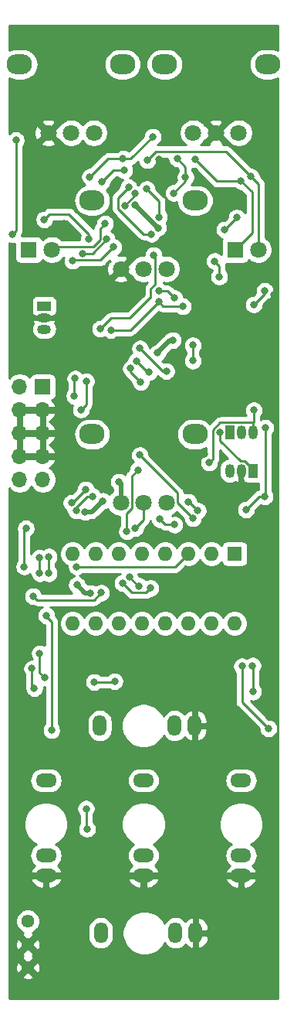
<source format=gbr>
%TF.GenerationSoftware,KiCad,Pcbnew,(5.1.7-0-10_14)*%
%TF.CreationDate,2021-06-01T07:16:10-04:00*%
%TF.ProjectId,VCF,5643462e-6b69-4636-9164-5f7063625858,rev?*%
%TF.SameCoordinates,Original*%
%TF.FileFunction,Copper,L2,Bot*%
%TF.FilePolarity,Positive*%
%FSLAX46Y46*%
G04 Gerber Fmt 4.6, Leading zero omitted, Abs format (unit mm)*
G04 Created by KiCad (PCBNEW (5.1.7-0-10_14)) date 2021-06-01 07:16:10*
%MOMM*%
%LPD*%
G01*
G04 APERTURE LIST*
%TA.AperFunction,ComponentPad*%
%ADD10O,1.600000X1.600000*%
%TD*%
%TA.AperFunction,ComponentPad*%
%ADD11R,1.600000X1.600000*%
%TD*%
%TA.AperFunction,ComponentPad*%
%ADD12O,2.800000X2.200000*%
%TD*%
%TA.AperFunction,ComponentPad*%
%ADD13C,1.800000*%
%TD*%
%TA.AperFunction,ComponentPad*%
%ADD14C,1.440000*%
%TD*%
%TA.AperFunction,ComponentPad*%
%ADD15R,1.500000X1.050000*%
%TD*%
%TA.AperFunction,ComponentPad*%
%ADD16O,1.500000X1.050000*%
%TD*%
%TA.AperFunction,ComponentPad*%
%ADD17R,1.050000X1.500000*%
%TD*%
%TA.AperFunction,ComponentPad*%
%ADD18O,1.050000X1.500000*%
%TD*%
%TA.AperFunction,ComponentPad*%
%ADD19O,1.500000X2.300000*%
%TD*%
%TA.AperFunction,ComponentPad*%
%ADD20O,1.700000X1.700000*%
%TD*%
%TA.AperFunction,ComponentPad*%
%ADD21R,1.700000X1.700000*%
%TD*%
%TA.AperFunction,ComponentPad*%
%ADD22O,2.300000X1.500000*%
%TD*%
%TA.AperFunction,ComponentPad*%
%ADD23R,1.800000X1.800000*%
%TD*%
%TA.AperFunction,ViaPad*%
%ADD24C,0.800000*%
%TD*%
%TA.AperFunction,Conductor*%
%ADD25C,0.250000*%
%TD*%
%TA.AperFunction,Conductor*%
%ADD26C,0.500000*%
%TD*%
%TA.AperFunction,Conductor*%
%ADD27C,0.254000*%
%TD*%
%TA.AperFunction,Conductor*%
%ADD28C,0.100000*%
%TD*%
G04 APERTURE END LIST*
D10*
%TO.P,U103,16*%
%TO.N,Net-(R115-Pad1)*%
X125500000Y-136200000D03*
%TO.P,U103,8*%
%TO.N,N/C*%
X107720000Y-128580000D03*
%TO.P,U103,15*%
X122960000Y-136200000D03*
%TO.P,U103,7*%
X110260000Y-128580000D03*
%TO.P,U103,14*%
%TO.N,Net-(R113-Pad1)*%
X120420000Y-136200000D03*
%TO.P,U103,6*%
%TO.N,-12V*%
X112800000Y-128580000D03*
%TO.P,U103,13*%
%TO.N,Net-(R111-Pad1)*%
X117880000Y-136200000D03*
%TO.P,U103,5*%
%TO.N,Net-(C103-Pad1)*%
X115340000Y-128580000D03*
%TO.P,U103,12*%
%TO.N,Net-(C102-Pad1)*%
X115340000Y-136200000D03*
%TO.P,U103,4*%
%TO.N,Net-(R119-Pad1)*%
X117880000Y-128580000D03*
%TO.P,U103,11*%
%TO.N,+12V*%
X112800000Y-136200000D03*
%TO.P,U103,3*%
%TO.N,Net-(R118-Pad1)*%
X120420000Y-128580000D03*
%TO.P,U103,10*%
%TO.N,N/C*%
X110260000Y-136200000D03*
%TO.P,U103,2*%
X122960000Y-128580000D03*
%TO.P,U103,9*%
X107720000Y-136200000D03*
D11*
%TO.P,U103,1*%
%TO.N,Net-(R123-Pad1)*%
X125500000Y-128580000D03*
%TD*%
D12*
%TO.P,RV105,*%
%TO.N,*%
X121150000Y-89900000D03*
X109850000Y-89900000D03*
D13*
%TO.P,RV105,3*%
%TO.N,+12V*%
X118000000Y-97400000D03*
%TO.P,RV105,2*%
%TO.N,Net-(R124-Pad1)*%
X115500000Y-97400000D03*
%TO.P,RV105,1*%
%TO.N,GND*%
X113000000Y-97400000D03*
%TD*%
D14*
%TO.P,RV104,3*%
%TO.N,GND*%
X102800000Y-173880000D03*
%TO.P,RV104,2*%
X102800000Y-171340000D03*
%TO.P,RV104,1*%
%TO.N,Net-(R108-Pad2)*%
X102800000Y-168800000D03*
%TD*%
D12*
%TO.P,RV103,*%
%TO.N,*%
X129100000Y-75000000D03*
X117800000Y-75000000D03*
D13*
%TO.P,RV103,3*%
%TO.N,Net-(R105-Pad1)*%
X125950000Y-82500000D03*
%TO.P,RV103,2*%
%TO.N,GND*%
X123450000Y-82500000D03*
%TO.P,RV103,1*%
%TO.N,Net-(R106-Pad1)*%
X120950000Y-82500000D03*
%TD*%
D12*
%TO.P,RV102,*%
%TO.N,*%
X113200000Y-75000000D03*
X101900000Y-75000000D03*
D13*
%TO.P,RV102,3*%
%TO.N,Net-(J101-PadT)*%
X110050000Y-82500000D03*
%TO.P,RV102,2*%
%TO.N,Net-(R105-Pad2)*%
X107550000Y-82500000D03*
%TO.P,RV102,1*%
%TO.N,GND*%
X105050000Y-82500000D03*
%TD*%
D12*
%TO.P,RV101,*%
%TO.N,*%
X121150000Y-115500000D03*
X109850000Y-115500000D03*
D13*
%TO.P,RV101,3*%
%TO.N,+12V*%
X118000000Y-123000000D03*
%TO.P,RV101,2*%
%TO.N,Net-(R103-Pad2)*%
X115500000Y-123000000D03*
%TO.P,RV101,1*%
%TO.N,-12V*%
X113000000Y-123000000D03*
%TD*%
D15*
%TO.P,Q104,1*%
%TO.N,Net-(Q104-Pad1)*%
X104600000Y-101460000D03*
D16*
%TO.P,Q104,3*%
%TO.N,Net-(Q104-Pad3)*%
X104600000Y-104000000D03*
%TO.P,Q104,2*%
%TO.N,GND*%
X104600000Y-102730000D03*
%TD*%
D17*
%TO.P,Q103,1*%
%TO.N,Net-(Q101-Pad1)*%
X127500000Y-119500000D03*
D18*
%TO.P,Q103,3*%
%TO.N,/IABC*%
X124960000Y-119500000D03*
%TO.P,Q103,2*%
%TO.N,GND*%
X126230000Y-119500000D03*
%TD*%
D17*
%TO.P,Q101,1*%
%TO.N,Net-(Q101-Pad1)*%
X124960000Y-115300000D03*
D18*
%TO.P,Q101,3*%
%TO.N,Net-(C101-Pad2)*%
X127500000Y-115300000D03*
%TO.P,Q101,2*%
%TO.N,Net-(Q101-Pad2)*%
X126230000Y-115300000D03*
%TD*%
D19*
%TO.P,J106,T*%
%TO.N,Net-(C117-Pad1)*%
X110800000Y-170100000D03*
X119000000Y-170100000D03*
%TO.P,J106,S*%
%TO.N,GND*%
X121200000Y-170100000D03*
%TD*%
D20*
%TO.P,J105,10*%
%TO.N,-12V*%
X101900000Y-120460000D03*
%TO.P,J105,9*%
X104440000Y-120460000D03*
%TO.P,J105,8*%
%TO.N,GND*%
X101900000Y-117920000D03*
%TO.P,J105,7*%
X104440000Y-117920000D03*
%TO.P,J105,6*%
X101900000Y-115380000D03*
%TO.P,J105,5*%
X104440000Y-115380000D03*
%TO.P,J105,4*%
X101900000Y-112840000D03*
%TO.P,J105,3*%
X104440000Y-112840000D03*
%TO.P,J105,2*%
%TO.N,+12V*%
X101900000Y-110300000D03*
D21*
%TO.P,J105,1*%
X104440000Y-110300000D03*
%TD*%
D22*
%TO.P,J104,T*%
%TO.N,Net-(J104-PadT)*%
X126200000Y-153400000D03*
X126200000Y-161600000D03*
%TO.P,J104,S*%
%TO.N,GND*%
X126200000Y-163800000D03*
%TD*%
%TO.P,J103,T*%
%TO.N,Net-(J103-PadT)*%
X115500000Y-153400000D03*
X115500000Y-161600000D03*
%TO.P,J103,S*%
%TO.N,GND*%
X115500000Y-163800000D03*
%TD*%
D19*
%TO.P,J102,T*%
%TO.N,Net-(J102-PadT)*%
X110700000Y-147400000D03*
X118900000Y-147400000D03*
%TO.P,J102,S*%
%TO.N,GND*%
X121100000Y-147400000D03*
%TD*%
D22*
%TO.P,J101,T*%
%TO.N,Net-(J101-PadT)*%
X104800000Y-153400000D03*
X104800000Y-161600000D03*
%TO.P,J101,S*%
%TO.N,GND*%
X104800000Y-163800000D03*
%TD*%
D13*
%TO.P,D102,2*%
%TO.N,Net-(C102-Pad2)*%
X128100000Y-95300000D03*
D23*
%TO.P,D102,1*%
%TO.N,Net-(D101-Pad2)*%
X125560000Y-95300000D03*
%TD*%
D13*
%TO.P,D101,2*%
%TO.N,Net-(D101-Pad2)*%
X105440000Y-95300000D03*
D23*
%TO.P,D101,1*%
%TO.N,Net-(C102-Pad2)*%
X102900000Y-95300000D03*
%TD*%
D24*
%TO.N,Net-(C101-Pad2)*%
X122706144Y-118613821D03*
X128800000Y-99800000D03*
X127600000Y-101300000D03*
X127600000Y-112875000D03*
%TO.N,Net-(C101-Pad1)*%
X123800000Y-98250000D03*
X123300000Y-96550000D03*
X124400000Y-93100000D03*
X125723541Y-91776459D03*
%TO.N,Net-(C102-Pad2)*%
X104653541Y-142153541D03*
X104100000Y-139500000D03*
X104100000Y-130725000D03*
X104100000Y-129000000D03*
X109156041Y-121543959D03*
X107898959Y-111301041D03*
X108000000Y-109400000D03*
X127300000Y-87300000D03*
X115900000Y-85500000D03*
X115853977Y-88653977D03*
X117213694Y-91713694D03*
X112200000Y-95000000D03*
X107700000Y-96500000D03*
X107600000Y-123000000D03*
%TO.N,Net-(C102-Pad1)*%
X103251459Y-141151459D03*
X103503541Y-143303541D03*
%TO.N,/HP_IN*%
X113671526Y-126151391D03*
X116101041Y-108701041D03*
X114700000Y-107500000D03*
X109500000Y-94150000D03*
X104600000Y-92000000D03*
X114900000Y-119400000D03*
%TO.N,Net-(C103-Pad1)*%
X110100000Y-142625000D03*
X112333359Y-142533359D03*
X115012653Y-132112653D03*
X113949847Y-131124847D03*
%TO.N,+12V*%
X114600000Y-90400000D03*
X109691041Y-132891041D03*
X108188959Y-131988959D03*
X117000000Y-106600000D03*
X118701048Y-105198952D03*
X117100000Y-92900002D03*
%TO.N,GND*%
X129500000Y-82600000D03*
X129700000Y-90800000D03*
X123200000Y-92100000D03*
X126200000Y-105400000D03*
X129800000Y-100200000D03*
X122600000Y-107800000D03*
X110600000Y-126800000D03*
X120200000Y-125900000D03*
X117200000Y-85400000D03*
X122200000Y-117700000D03*
X102500000Y-132100000D03*
X101800000Y-145800000D03*
X110200000Y-139200000D03*
X111303959Y-138503959D03*
X118600000Y-83400000D03*
X128600000Y-140100000D03*
X106800000Y-92400000D03*
X102800000Y-90700000D03*
%TO.N,+12V*%
X109089622Y-124013383D03*
X111000000Y-122800000D03*
%TO.N,-12V*%
X112800000Y-120700000D03*
%TO.N,Net-(C112-Pad2)*%
X115100000Y-106100000D03*
X118000000Y-108600000D03*
%TO.N,/Out*%
X114098809Y-108299108D03*
X115200000Y-109800000D03*
X120930253Y-124710127D03*
X109200000Y-156500000D03*
X109302505Y-158702507D03*
X115087340Y-117787340D03*
%TO.N,Net-(D101-Pad2)*%
X126200000Y-87800000D03*
X121173959Y-85423959D03*
X114568584Y-89166502D03*
X113448959Y-90451041D03*
X111280000Y-92450000D03*
%TO.N,Net-(J101-PadT)*%
X113861476Y-88459394D03*
X116369633Y-93583060D03*
X116600000Y-95900000D03*
X109200000Y-109700000D03*
X108623959Y-112813833D03*
X109906041Y-122293959D03*
X108100587Y-123865688D03*
X105100000Y-128900000D03*
X105100000Y-130725000D03*
X104838959Y-135338959D03*
X105400000Y-147899996D03*
X110737340Y-103962660D03*
%TO.N,Net-(Q101-Pad1)*%
X123899999Y-115299997D03*
%TO.N,Net-(Q101-Pad2)*%
X118902653Y-125402653D03*
X127500000Y-143679990D03*
X127467253Y-140833942D03*
X117274990Y-124800000D03*
%TO.N,/IABC*%
X128875000Y-114800000D03*
X128800000Y-122300000D03*
X126742253Y-123750001D03*
%TO.N,Net-(Q104-Pad1)*%
X119198639Y-85309316D03*
X120100000Y-87350010D03*
X118801041Y-89101041D03*
X111450000Y-94150000D03*
X108775000Y-95700000D03*
%TO.N,Net-(R103-Pad2)*%
X114600000Y-125779990D03*
%TO.N,Net-(R105-Pad1)*%
X110898959Y-87901041D03*
X113400000Y-86600000D03*
%TO.N,Net-(R106-Pad1)*%
X116500000Y-82929990D03*
X113249956Y-85339919D03*
X109600000Y-87315681D03*
%TO.N,Net-(R111-Pad1)*%
X103375000Y-133231906D03*
X110851041Y-132848959D03*
X113201014Y-131787608D03*
X116262653Y-132337347D03*
X102400000Y-130000000D03*
X102600000Y-125800000D03*
X101100000Y-93600000D03*
X101500000Y-83300000D03*
%TO.N,Net-(R118-Pad1)*%
X108159999Y-130000000D03*
%TO.N,Net-(R124-Pad2)*%
X117150000Y-99800000D03*
X118900000Y-100600000D03*
X120900000Y-105755000D03*
X120900000Y-107455000D03*
X120390000Y-122890000D03*
X121465306Y-123865306D03*
X126300000Y-140900000D03*
X129200000Y-147700000D03*
%TO.N,Net-(R126-Pad2)*%
X117150000Y-101000000D03*
X119800000Y-101500000D03*
X111900000Y-104100000D03*
%TD*%
D25*
%TO.N,Net-(C101-Pad2)*%
X127500000Y-114300000D02*
X127424990Y-114224990D01*
X123902004Y-114224990D02*
X123106143Y-115020851D01*
X123106143Y-115020851D02*
X123106143Y-118213822D01*
X127500000Y-115300000D02*
X127500000Y-114300000D01*
X127424990Y-114224990D02*
X123902004Y-114224990D01*
X123106143Y-118213822D02*
X122706144Y-118613821D01*
X128800000Y-100100000D02*
X127600000Y-101300000D01*
X128800000Y-99800000D02*
X128800000Y-100100000D01*
X127600000Y-114200000D02*
X127500000Y-114300000D01*
X127600000Y-112875000D02*
X127600000Y-114200000D01*
%TO.N,Net-(C101-Pad1)*%
X123800000Y-97050000D02*
X123300000Y-96550000D01*
X123800000Y-98250000D02*
X123800000Y-97050000D01*
X124400000Y-93100000D02*
X125723541Y-91776459D01*
%TO.N,Net-(C102-Pad2)*%
X104100000Y-141600000D02*
X104100000Y-139500000D01*
X104653541Y-142153541D02*
X104100000Y-141600000D01*
X104100000Y-130725000D02*
X104100000Y-129000000D01*
X107898959Y-109501041D02*
X108000000Y-109400000D01*
X107898959Y-111301041D02*
X107898959Y-109501041D01*
X128100000Y-88100000D02*
X128100000Y-95300000D01*
X127300000Y-87300000D02*
X128100000Y-88100000D01*
X116815685Y-84584315D02*
X115900000Y-85500000D01*
X124584315Y-84584315D02*
X116815685Y-84584315D01*
X127300000Y-87300000D02*
X124584315Y-84584315D01*
X117213694Y-90013694D02*
X117213694Y-91713694D01*
X115853977Y-88653977D02*
X117213694Y-90013694D01*
X107774999Y-96425001D02*
X107700000Y-96500000D01*
X110774999Y-96425001D02*
X107774999Y-96425001D01*
X112200000Y-95000000D02*
X110774999Y-96425001D01*
X109156041Y-121543959D02*
X107700000Y-123000000D01*
X107700000Y-123000000D02*
X107600000Y-123000000D01*
%TO.N,Net-(C102-Pad1)*%
X103251459Y-143051459D02*
X103503541Y-143303541D01*
X103251459Y-141151459D02*
X103251459Y-143051459D01*
%TO.N,/HP_IN*%
X115901041Y-108701041D02*
X114700000Y-107500000D01*
X116101041Y-108701041D02*
X115901041Y-108701041D01*
X109500000Y-93584315D02*
X107315686Y-91400001D01*
X107315686Y-91400001D02*
X105199999Y-91400001D01*
X105199999Y-91400001D02*
X104600000Y-92000000D01*
X109500000Y-94150000D02*
X109500000Y-93584315D01*
X114225001Y-120074999D02*
X114900000Y-119400000D01*
X113671526Y-126151391D02*
X113671526Y-124141476D01*
X113671526Y-124141476D02*
X114225001Y-123588001D01*
X114225001Y-123588001D02*
X114225001Y-120074999D01*
%TO.N,Net-(C103-Pad1)*%
X112241718Y-142625000D02*
X112333359Y-142533359D01*
X110100000Y-142625000D02*
X112241718Y-142625000D01*
X114937653Y-132112653D02*
X113949847Y-131124847D01*
X115012653Y-132112653D02*
X114937653Y-132112653D01*
D26*
%TO.N,+12V*%
X109091041Y-132891041D02*
X108188959Y-131988959D01*
X109691041Y-132891041D02*
X109091041Y-132891041D01*
X117000000Y-106600000D02*
X118401048Y-105198952D01*
X118401048Y-105198952D02*
X118701048Y-105198952D01*
X114999999Y-90800001D02*
X117100000Y-92900002D01*
X114600000Y-90400000D02*
X114999999Y-90800001D01*
X109786617Y-124013383D02*
X111000000Y-122800000D01*
X109089622Y-124013383D02*
X109786617Y-124013383D01*
%TO.N,-12V*%
X113000000Y-120900000D02*
X112800000Y-120700000D01*
X113000000Y-123000000D02*
X113000000Y-120900000D01*
D25*
%TO.N,Net-(C112-Pad2)*%
X117600000Y-108600000D02*
X118000000Y-108600000D01*
X115100000Y-106100000D02*
X117600000Y-108600000D01*
%TO.N,/Out*%
X114098809Y-108698809D02*
X115200000Y-109800000D01*
X114098809Y-108299108D02*
X114098809Y-108698809D01*
X109200000Y-158600002D02*
X109302505Y-158702507D01*
X109200000Y-156500000D02*
X109200000Y-158600002D01*
X120930253Y-124710127D02*
X119225001Y-123004875D01*
X119225001Y-121925001D02*
X115087340Y-117787340D01*
X119225001Y-123004875D02*
X119225001Y-121925001D01*
%TO.N,Net-(D101-Pad2)*%
X127400000Y-93460000D02*
X125560000Y-95300000D01*
X127400000Y-89000000D02*
X127400000Y-93460000D01*
X126200000Y-87800000D02*
X127400000Y-89000000D01*
X123550000Y-87800000D02*
X121173959Y-85423959D01*
X126200000Y-87800000D02*
X123550000Y-87800000D01*
X114568584Y-89331416D02*
X113448959Y-90451041D01*
X114568584Y-89166502D02*
X114568584Y-89331416D01*
X105765001Y-94974999D02*
X105440000Y-95300000D01*
X109988591Y-94974999D02*
X105765001Y-94974999D01*
X110724999Y-94238591D02*
X109988591Y-94974999D01*
X110724999Y-93005001D02*
X110724999Y-94238591D01*
X111280000Y-92450000D02*
X110724999Y-93005001D01*
%TO.N,Net-(J101-PadT)*%
X115507976Y-93583060D02*
X116369633Y-93583060D01*
X112723958Y-90799042D02*
X115507976Y-93583060D01*
X112723958Y-89596912D02*
X112723958Y-90799042D01*
X113861476Y-88459394D02*
X112723958Y-89596912D01*
X109200000Y-112237792D02*
X108623959Y-112813833D01*
X109200000Y-109700000D02*
X109200000Y-112237792D01*
X108100587Y-123533728D02*
X108100587Y-123865688D01*
X109340356Y-122293959D02*
X108100587Y-123533728D01*
X109906041Y-122293959D02*
X109340356Y-122293959D01*
X105100000Y-128900000D02*
X105100000Y-130725000D01*
X105400000Y-136000000D02*
X105400000Y-147899996D01*
X104900000Y-135500000D02*
X105400000Y-136000000D01*
X111900000Y-102800000D02*
X110737340Y-103962660D01*
X116600000Y-95900000D02*
X116774999Y-96074999D01*
X116774999Y-96074999D02*
X116774999Y-99101999D01*
X116300000Y-99576998D02*
X116300000Y-100600000D01*
X116774999Y-99101999D02*
X116300000Y-99576998D01*
X116200000Y-100600000D02*
X114000000Y-102800000D01*
X114000000Y-102800000D02*
X111900000Y-102800000D01*
X116300000Y-100600000D02*
X116200000Y-100600000D01*
%TO.N,Net-(Q101-Pad1)*%
X123899999Y-115299997D02*
X123899999Y-116199999D01*
X127500000Y-119342905D02*
X127500000Y-119500000D01*
X126582085Y-118424990D02*
X127500000Y-119342905D01*
X126124990Y-118424990D02*
X126582085Y-118424990D01*
X123899999Y-116199999D02*
X126124990Y-118424990D01*
%TO.N,Net-(Q101-Pad2)*%
X127500000Y-140866689D02*
X127467253Y-140833942D01*
X127500000Y-143679990D02*
X127500000Y-140866689D01*
X118902653Y-125402653D02*
X117877643Y-125402653D01*
X117877643Y-125402653D02*
X117274990Y-124800000D01*
%TO.N,/IABC*%
X128875000Y-114800000D02*
X128875000Y-122225000D01*
X128875000Y-122225000D02*
X128800000Y-122300000D01*
X128192254Y-122300000D02*
X128800000Y-122300000D01*
X126742253Y-123750001D02*
X128192254Y-122300000D01*
%TO.N,Net-(Q104-Pad1)*%
X119198639Y-85309316D02*
X120100000Y-86210677D01*
X120100000Y-86210677D02*
X120100000Y-87350010D01*
X120100000Y-87802082D02*
X118801041Y-89101041D01*
X120100000Y-87350010D02*
X120100000Y-87802082D01*
X109900000Y-95700000D02*
X108775000Y-95700000D01*
X111450000Y-94150000D02*
X109900000Y-95700000D01*
%TO.N,Net-(R103-Pad2)*%
X115500000Y-124879990D02*
X115500000Y-123000000D01*
X114600000Y-125779990D02*
X115500000Y-124879990D01*
%TO.N,Net-(R105-Pad1)*%
X112200000Y-86600000D02*
X113400000Y-86600000D01*
X110898959Y-87901041D02*
X112200000Y-86600000D01*
%TO.N,Net-(R106-Pad1)*%
X114090071Y-85339919D02*
X113249956Y-85339919D01*
X116500000Y-82929990D02*
X114090071Y-85339919D01*
X111575762Y-85339919D02*
X109600000Y-87315681D01*
X113249956Y-85339919D02*
X111575762Y-85339919D01*
%TO.N,Net-(R111-Pad1)*%
X103774999Y-133631905D02*
X110068095Y-133631905D01*
X110068095Y-133631905D02*
X110851041Y-132848959D01*
X103375000Y-133231906D02*
X103774999Y-133631905D01*
X115762346Y-132837654D02*
X116262653Y-132337347D01*
X114251060Y-132837654D02*
X115762346Y-132837654D01*
X113201014Y-131787608D02*
X114251060Y-132837654D01*
X102400000Y-130000000D02*
X102400000Y-125900000D01*
X102500000Y-125800000D02*
X102600000Y-125800000D01*
X102400000Y-125900000D02*
X102500000Y-125800000D01*
X101500000Y-93200000D02*
X101500000Y-83300000D01*
X101100000Y-93600000D02*
X101500000Y-93200000D01*
%TO.N,Net-(R118-Pad1)*%
X119000000Y-130000000D02*
X120420000Y-128580000D01*
X108159999Y-130000000D02*
X119000000Y-130000000D01*
%TO.N,Net-(R124-Pad2)*%
X117150000Y-99800000D02*
X118100000Y-99800000D01*
X118100000Y-99800000D02*
X118900000Y-100600000D01*
X120900000Y-105755000D02*
X120900000Y-107455000D01*
X120490000Y-122890000D02*
X121465306Y-123865306D01*
X120390000Y-122890000D02*
X120490000Y-122890000D01*
X126300000Y-140900000D02*
X126300000Y-143679990D01*
X126300000Y-144800000D02*
X129200000Y-147700000D01*
X126300000Y-143679990D02*
X126300000Y-144800000D01*
%TO.N,Net-(R126-Pad2)*%
X117650000Y-101500000D02*
X119800000Y-101500000D01*
X117150000Y-101000000D02*
X117650000Y-101500000D01*
X117150000Y-101000000D02*
X114050000Y-104100000D01*
X114050000Y-104100000D02*
X111900000Y-104100000D01*
%TD*%
D27*
%TO.N,GND*%
X130265000Y-73495057D02*
X130067168Y-73389314D01*
X129740119Y-73290105D01*
X129485225Y-73265000D01*
X128714775Y-73265000D01*
X128459881Y-73290105D01*
X128132832Y-73389314D01*
X127831422Y-73550421D01*
X127567234Y-73767234D01*
X127350421Y-74031422D01*
X127189314Y-74332832D01*
X127090105Y-74659881D01*
X127056606Y-75000000D01*
X127090105Y-75340119D01*
X127189314Y-75667168D01*
X127350421Y-75968578D01*
X127567234Y-76232766D01*
X127831422Y-76449579D01*
X128132832Y-76610686D01*
X128459881Y-76709895D01*
X128714775Y-76735000D01*
X129485225Y-76735000D01*
X129740119Y-76709895D01*
X130067168Y-76610686D01*
X130265000Y-76504943D01*
X130265001Y-177265000D01*
X100735000Y-177265000D01*
X100735000Y-174873452D01*
X102121918Y-174873452D01*
X102190916Y-175097723D01*
X102440185Y-175193152D01*
X102703282Y-175238116D01*
X102970095Y-175230889D01*
X103230373Y-175171748D01*
X103409084Y-175097723D01*
X103478082Y-174873452D01*
X102800000Y-174195370D01*
X102121918Y-174873452D01*
X100735000Y-174873452D01*
X100735000Y-173783282D01*
X101441884Y-173783282D01*
X101449111Y-174050095D01*
X101508252Y-174310373D01*
X101582277Y-174489084D01*
X101806548Y-174558082D01*
X102484630Y-173880000D01*
X103115370Y-173880000D01*
X103793452Y-174558082D01*
X104017723Y-174489084D01*
X104113152Y-174239815D01*
X104158116Y-173976718D01*
X104150889Y-173709905D01*
X104091748Y-173449627D01*
X104017723Y-173270916D01*
X103793452Y-173201918D01*
X103115370Y-173880000D01*
X102484630Y-173880000D01*
X101806548Y-173201918D01*
X101582277Y-173270916D01*
X101486848Y-173520185D01*
X101441884Y-173783282D01*
X100735000Y-173783282D01*
X100735000Y-172333452D01*
X102121918Y-172333452D01*
X102190916Y-172557723D01*
X102322092Y-172607942D01*
X102190916Y-172662277D01*
X102121918Y-172886548D01*
X102800000Y-173564630D01*
X103478082Y-172886548D01*
X103409084Y-172662277D01*
X103277908Y-172612058D01*
X103409084Y-172557723D01*
X103478082Y-172333452D01*
X102800000Y-171655370D01*
X102121918Y-172333452D01*
X100735000Y-172333452D01*
X100735000Y-171243282D01*
X101441884Y-171243282D01*
X101449111Y-171510095D01*
X101508252Y-171770373D01*
X101582277Y-171949084D01*
X101806548Y-172018082D01*
X102484630Y-171340000D01*
X103115370Y-171340000D01*
X103793452Y-172018082D01*
X104017723Y-171949084D01*
X104113152Y-171699815D01*
X104158116Y-171436718D01*
X104150889Y-171169905D01*
X104091748Y-170909627D01*
X104017723Y-170730916D01*
X103793452Y-170661918D01*
X103115370Y-171340000D01*
X102484630Y-171340000D01*
X101806548Y-170661918D01*
X101582277Y-170730916D01*
X101486848Y-170980185D01*
X101441884Y-171243282D01*
X100735000Y-171243282D01*
X100735000Y-168666544D01*
X101445000Y-168666544D01*
X101445000Y-168933456D01*
X101497072Y-169195239D01*
X101599215Y-169441833D01*
X101747503Y-169663762D01*
X101936238Y-169852497D01*
X102158167Y-170000785D01*
X102321195Y-170068314D01*
X102190916Y-170122277D01*
X102121918Y-170346548D01*
X102800000Y-171024630D01*
X103478082Y-170346548D01*
X103409084Y-170122277D01*
X103273676Y-170070438D01*
X103441833Y-170000785D01*
X103663762Y-169852497D01*
X103852497Y-169663762D01*
X103873743Y-169631964D01*
X109415000Y-169631964D01*
X109415000Y-170568037D01*
X109435040Y-170771507D01*
X109514236Y-171032581D01*
X109642843Y-171273188D01*
X109815920Y-171484081D01*
X110026813Y-171657157D01*
X110267420Y-171785764D01*
X110528494Y-171864960D01*
X110800000Y-171891701D01*
X111071507Y-171864960D01*
X111332581Y-171785764D01*
X111573188Y-171657157D01*
X111784081Y-171484081D01*
X111957157Y-171273188D01*
X112085764Y-171032581D01*
X112164960Y-170771507D01*
X112185000Y-170568036D01*
X112185000Y-169860173D01*
X113165000Y-169860173D01*
X113165000Y-170339827D01*
X113258576Y-170810263D01*
X113442131Y-171253405D01*
X113708612Y-171652222D01*
X114047778Y-171991388D01*
X114446595Y-172257869D01*
X114889737Y-172441424D01*
X115360173Y-172535000D01*
X115839827Y-172535000D01*
X116310263Y-172441424D01*
X116753405Y-172257869D01*
X117152222Y-171991388D01*
X117491388Y-171652222D01*
X117757869Y-171253405D01*
X117790352Y-171174984D01*
X117842843Y-171273188D01*
X118015920Y-171484081D01*
X118226813Y-171657157D01*
X118467420Y-171785764D01*
X118728494Y-171864960D01*
X119000000Y-171891701D01*
X119271507Y-171864960D01*
X119532581Y-171785764D01*
X119773188Y-171657157D01*
X119984081Y-171484081D01*
X120086717Y-171359019D01*
X120234392Y-171527915D01*
X120453482Y-171696545D01*
X120765911Y-171815215D01*
X120977000Y-171705803D01*
X120977000Y-170323000D01*
X121423000Y-170323000D01*
X121423000Y-171705803D01*
X121634089Y-171815215D01*
X121946518Y-171696545D01*
X122165608Y-171527915D01*
X122347590Y-171319783D01*
X122485471Y-171080147D01*
X122573952Y-170818217D01*
X122609633Y-170544058D01*
X122440420Y-170323000D01*
X121423000Y-170323000D01*
X120977000Y-170323000D01*
X120957000Y-170323000D01*
X120957000Y-169877000D01*
X120977000Y-169877000D01*
X120977000Y-168494197D01*
X121423000Y-168494197D01*
X121423000Y-169877000D01*
X122440420Y-169877000D01*
X122609633Y-169655942D01*
X122573952Y-169381783D01*
X122485471Y-169119853D01*
X122347590Y-168880217D01*
X122165608Y-168672085D01*
X121946518Y-168503455D01*
X121634089Y-168384785D01*
X121423000Y-168494197D01*
X120977000Y-168494197D01*
X120765911Y-168384785D01*
X120453482Y-168503455D01*
X120234392Y-168672085D01*
X120086717Y-168840981D01*
X119984080Y-168715919D01*
X119773187Y-168542843D01*
X119532580Y-168414236D01*
X119271506Y-168335040D01*
X119000000Y-168308299D01*
X118728493Y-168335040D01*
X118467419Y-168414236D01*
X118226812Y-168542843D01*
X118015919Y-168715920D01*
X117842843Y-168926813D01*
X117790352Y-169025017D01*
X117757869Y-168946595D01*
X117491388Y-168547778D01*
X117152222Y-168208612D01*
X116753405Y-167942131D01*
X116310263Y-167758576D01*
X115839827Y-167665000D01*
X115360173Y-167665000D01*
X114889737Y-167758576D01*
X114446595Y-167942131D01*
X114047778Y-168208612D01*
X113708612Y-168547778D01*
X113442131Y-168946595D01*
X113258576Y-169389737D01*
X113165000Y-169860173D01*
X112185000Y-169860173D01*
X112185000Y-169631963D01*
X112164960Y-169428493D01*
X112085764Y-169167419D01*
X111957157Y-168926812D01*
X111784080Y-168715919D01*
X111573187Y-168542843D01*
X111332580Y-168414236D01*
X111071506Y-168335040D01*
X110800000Y-168308299D01*
X110528493Y-168335040D01*
X110267419Y-168414236D01*
X110026812Y-168542843D01*
X109815919Y-168715920D01*
X109642843Y-168926813D01*
X109514236Y-169167420D01*
X109435040Y-169428494D01*
X109415000Y-169631964D01*
X103873743Y-169631964D01*
X104000785Y-169441833D01*
X104102928Y-169195239D01*
X104155000Y-168933456D01*
X104155000Y-168666544D01*
X104102928Y-168404761D01*
X104000785Y-168158167D01*
X103852497Y-167936238D01*
X103663762Y-167747503D01*
X103441833Y-167599215D01*
X103195239Y-167497072D01*
X102933456Y-167445000D01*
X102666544Y-167445000D01*
X102404761Y-167497072D01*
X102158167Y-167599215D01*
X101936238Y-167747503D01*
X101747503Y-167936238D01*
X101599215Y-168158167D01*
X101497072Y-168404761D01*
X101445000Y-168666544D01*
X100735000Y-168666544D01*
X100735000Y-164234089D01*
X103084785Y-164234089D01*
X103203455Y-164546518D01*
X103372085Y-164765608D01*
X103580217Y-164947590D01*
X103819853Y-165085471D01*
X104081783Y-165173952D01*
X104355942Y-165209633D01*
X104577000Y-165040420D01*
X104577000Y-164023000D01*
X105023000Y-164023000D01*
X105023000Y-165040420D01*
X105244058Y-165209633D01*
X105518217Y-165173952D01*
X105780147Y-165085471D01*
X106019783Y-164947590D01*
X106227915Y-164765608D01*
X106396545Y-164546518D01*
X106515215Y-164234089D01*
X113784785Y-164234089D01*
X113903455Y-164546518D01*
X114072085Y-164765608D01*
X114280217Y-164947590D01*
X114519853Y-165085471D01*
X114781783Y-165173952D01*
X115055942Y-165209633D01*
X115277000Y-165040420D01*
X115277000Y-164023000D01*
X115723000Y-164023000D01*
X115723000Y-165040420D01*
X115944058Y-165209633D01*
X116218217Y-165173952D01*
X116480147Y-165085471D01*
X116719783Y-164947590D01*
X116927915Y-164765608D01*
X117096545Y-164546518D01*
X117215215Y-164234089D01*
X124484785Y-164234089D01*
X124603455Y-164546518D01*
X124772085Y-164765608D01*
X124980217Y-164947590D01*
X125219853Y-165085471D01*
X125481783Y-165173952D01*
X125755942Y-165209633D01*
X125977000Y-165040420D01*
X125977000Y-164023000D01*
X126423000Y-164023000D01*
X126423000Y-165040420D01*
X126644058Y-165209633D01*
X126918217Y-165173952D01*
X127180147Y-165085471D01*
X127419783Y-164947590D01*
X127627915Y-164765608D01*
X127796545Y-164546518D01*
X127915215Y-164234089D01*
X127805803Y-164023000D01*
X126423000Y-164023000D01*
X125977000Y-164023000D01*
X124594197Y-164023000D01*
X124484785Y-164234089D01*
X117215215Y-164234089D01*
X117105803Y-164023000D01*
X115723000Y-164023000D01*
X115277000Y-164023000D01*
X113894197Y-164023000D01*
X113784785Y-164234089D01*
X106515215Y-164234089D01*
X106405803Y-164023000D01*
X105023000Y-164023000D01*
X104577000Y-164023000D01*
X103194197Y-164023000D01*
X103084785Y-164234089D01*
X100735000Y-164234089D01*
X100735000Y-157960173D01*
X102365000Y-157960173D01*
X102365000Y-158439827D01*
X102458576Y-158910263D01*
X102642131Y-159353405D01*
X102908612Y-159752222D01*
X103247778Y-160091388D01*
X103646595Y-160357869D01*
X103725016Y-160390352D01*
X103626812Y-160442843D01*
X103415919Y-160615919D01*
X103242843Y-160826812D01*
X103114236Y-161067419D01*
X103035040Y-161328493D01*
X103008299Y-161600000D01*
X103035040Y-161871507D01*
X103114236Y-162132581D01*
X103242843Y-162373188D01*
X103415919Y-162584081D01*
X103540981Y-162686717D01*
X103372085Y-162834392D01*
X103203455Y-163053482D01*
X103084785Y-163365911D01*
X103194197Y-163577000D01*
X104577000Y-163577000D01*
X104577000Y-163557000D01*
X105023000Y-163557000D01*
X105023000Y-163577000D01*
X106405803Y-163577000D01*
X106515215Y-163365911D01*
X106396545Y-163053482D01*
X106227915Y-162834392D01*
X106059019Y-162686717D01*
X106184081Y-162584081D01*
X106357157Y-162373188D01*
X106485764Y-162132581D01*
X106564960Y-161871507D01*
X106591701Y-161600000D01*
X106564960Y-161328493D01*
X106485764Y-161067419D01*
X106357157Y-160826812D01*
X106184081Y-160615919D01*
X105973188Y-160442843D01*
X105874984Y-160390352D01*
X105953405Y-160357869D01*
X106352222Y-160091388D01*
X106691388Y-159752222D01*
X106957869Y-159353405D01*
X107141424Y-158910263D01*
X107235000Y-158439827D01*
X107235000Y-157960173D01*
X107141424Y-157489737D01*
X106957869Y-157046595D01*
X106691388Y-156647778D01*
X106441671Y-156398061D01*
X108165000Y-156398061D01*
X108165000Y-156601939D01*
X108204774Y-156801898D01*
X108282795Y-156990256D01*
X108396063Y-157159774D01*
X108440000Y-157203711D01*
X108440001Y-158130385D01*
X108385300Y-158212251D01*
X108307279Y-158400609D01*
X108267505Y-158600568D01*
X108267505Y-158804446D01*
X108307279Y-159004405D01*
X108385300Y-159192763D01*
X108498568Y-159362281D01*
X108642731Y-159506444D01*
X108812249Y-159619712D01*
X109000607Y-159697733D01*
X109200566Y-159737507D01*
X109404444Y-159737507D01*
X109604403Y-159697733D01*
X109792761Y-159619712D01*
X109962279Y-159506444D01*
X110106442Y-159362281D01*
X110219710Y-159192763D01*
X110297731Y-159004405D01*
X110337505Y-158804446D01*
X110337505Y-158600568D01*
X110297731Y-158400609D01*
X110219710Y-158212251D01*
X110106442Y-158042733D01*
X110023882Y-157960173D01*
X113065000Y-157960173D01*
X113065000Y-158439827D01*
X113158576Y-158910263D01*
X113342131Y-159353405D01*
X113608612Y-159752222D01*
X113947778Y-160091388D01*
X114346595Y-160357869D01*
X114425016Y-160390352D01*
X114326812Y-160442843D01*
X114115919Y-160615919D01*
X113942843Y-160826812D01*
X113814236Y-161067419D01*
X113735040Y-161328493D01*
X113708299Y-161600000D01*
X113735040Y-161871507D01*
X113814236Y-162132581D01*
X113942843Y-162373188D01*
X114115919Y-162584081D01*
X114240981Y-162686717D01*
X114072085Y-162834392D01*
X113903455Y-163053482D01*
X113784785Y-163365911D01*
X113894197Y-163577000D01*
X115277000Y-163577000D01*
X115277000Y-163557000D01*
X115723000Y-163557000D01*
X115723000Y-163577000D01*
X117105803Y-163577000D01*
X117215215Y-163365911D01*
X117096545Y-163053482D01*
X116927915Y-162834392D01*
X116759019Y-162686717D01*
X116884081Y-162584081D01*
X117057157Y-162373188D01*
X117185764Y-162132581D01*
X117264960Y-161871507D01*
X117291701Y-161600000D01*
X117264960Y-161328493D01*
X117185764Y-161067419D01*
X117057157Y-160826812D01*
X116884081Y-160615919D01*
X116673188Y-160442843D01*
X116574984Y-160390352D01*
X116653405Y-160357869D01*
X117052222Y-160091388D01*
X117391388Y-159752222D01*
X117657869Y-159353405D01*
X117841424Y-158910263D01*
X117935000Y-158439827D01*
X117935000Y-157960173D01*
X123765000Y-157960173D01*
X123765000Y-158439827D01*
X123858576Y-158910263D01*
X124042131Y-159353405D01*
X124308612Y-159752222D01*
X124647778Y-160091388D01*
X125046595Y-160357869D01*
X125125016Y-160390352D01*
X125026812Y-160442843D01*
X124815919Y-160615919D01*
X124642843Y-160826812D01*
X124514236Y-161067419D01*
X124435040Y-161328493D01*
X124408299Y-161600000D01*
X124435040Y-161871507D01*
X124514236Y-162132581D01*
X124642843Y-162373188D01*
X124815919Y-162584081D01*
X124940981Y-162686717D01*
X124772085Y-162834392D01*
X124603455Y-163053482D01*
X124484785Y-163365911D01*
X124594197Y-163577000D01*
X125977000Y-163577000D01*
X125977000Y-163557000D01*
X126423000Y-163557000D01*
X126423000Y-163577000D01*
X127805803Y-163577000D01*
X127915215Y-163365911D01*
X127796545Y-163053482D01*
X127627915Y-162834392D01*
X127459019Y-162686717D01*
X127584081Y-162584081D01*
X127757157Y-162373188D01*
X127885764Y-162132581D01*
X127964960Y-161871507D01*
X127991701Y-161600000D01*
X127964960Y-161328493D01*
X127885764Y-161067419D01*
X127757157Y-160826812D01*
X127584081Y-160615919D01*
X127373188Y-160442843D01*
X127274984Y-160390352D01*
X127353405Y-160357869D01*
X127752222Y-160091388D01*
X128091388Y-159752222D01*
X128357869Y-159353405D01*
X128541424Y-158910263D01*
X128635000Y-158439827D01*
X128635000Y-157960173D01*
X128541424Y-157489737D01*
X128357869Y-157046595D01*
X128091388Y-156647778D01*
X127752222Y-156308612D01*
X127353405Y-156042131D01*
X126910263Y-155858576D01*
X126439827Y-155765000D01*
X125960173Y-155765000D01*
X125489737Y-155858576D01*
X125046595Y-156042131D01*
X124647778Y-156308612D01*
X124308612Y-156647778D01*
X124042131Y-157046595D01*
X123858576Y-157489737D01*
X123765000Y-157960173D01*
X117935000Y-157960173D01*
X117841424Y-157489737D01*
X117657869Y-157046595D01*
X117391388Y-156647778D01*
X117052222Y-156308612D01*
X116653405Y-156042131D01*
X116210263Y-155858576D01*
X115739827Y-155765000D01*
X115260173Y-155765000D01*
X114789737Y-155858576D01*
X114346595Y-156042131D01*
X113947778Y-156308612D01*
X113608612Y-156647778D01*
X113342131Y-157046595D01*
X113158576Y-157489737D01*
X113065000Y-157960173D01*
X110023882Y-157960173D01*
X109962279Y-157898570D01*
X109960000Y-157897047D01*
X109960000Y-157203711D01*
X110003937Y-157159774D01*
X110117205Y-156990256D01*
X110195226Y-156801898D01*
X110235000Y-156601939D01*
X110235000Y-156398061D01*
X110195226Y-156198102D01*
X110117205Y-156009744D01*
X110003937Y-155840226D01*
X109859774Y-155696063D01*
X109690256Y-155582795D01*
X109501898Y-155504774D01*
X109301939Y-155465000D01*
X109098061Y-155465000D01*
X108898102Y-155504774D01*
X108709744Y-155582795D01*
X108540226Y-155696063D01*
X108396063Y-155840226D01*
X108282795Y-156009744D01*
X108204774Y-156198102D01*
X108165000Y-156398061D01*
X106441671Y-156398061D01*
X106352222Y-156308612D01*
X105953405Y-156042131D01*
X105510263Y-155858576D01*
X105039827Y-155765000D01*
X104560173Y-155765000D01*
X104089737Y-155858576D01*
X103646595Y-156042131D01*
X103247778Y-156308612D01*
X102908612Y-156647778D01*
X102642131Y-157046595D01*
X102458576Y-157489737D01*
X102365000Y-157960173D01*
X100735000Y-157960173D01*
X100735000Y-153400000D01*
X103008299Y-153400000D01*
X103035040Y-153671507D01*
X103114236Y-153932581D01*
X103242843Y-154173188D01*
X103415919Y-154384081D01*
X103626812Y-154557157D01*
X103867419Y-154685764D01*
X104128493Y-154764960D01*
X104331963Y-154785000D01*
X105268037Y-154785000D01*
X105471507Y-154764960D01*
X105732581Y-154685764D01*
X105973188Y-154557157D01*
X106184081Y-154384081D01*
X106357157Y-154173188D01*
X106485764Y-153932581D01*
X106564960Y-153671507D01*
X106591701Y-153400000D01*
X113708299Y-153400000D01*
X113735040Y-153671507D01*
X113814236Y-153932581D01*
X113942843Y-154173188D01*
X114115919Y-154384081D01*
X114326812Y-154557157D01*
X114567419Y-154685764D01*
X114828493Y-154764960D01*
X115031963Y-154785000D01*
X115968037Y-154785000D01*
X116171507Y-154764960D01*
X116432581Y-154685764D01*
X116673188Y-154557157D01*
X116884081Y-154384081D01*
X117057157Y-154173188D01*
X117185764Y-153932581D01*
X117264960Y-153671507D01*
X117291701Y-153400000D01*
X124408299Y-153400000D01*
X124435040Y-153671507D01*
X124514236Y-153932581D01*
X124642843Y-154173188D01*
X124815919Y-154384081D01*
X125026812Y-154557157D01*
X125267419Y-154685764D01*
X125528493Y-154764960D01*
X125731963Y-154785000D01*
X126668037Y-154785000D01*
X126871507Y-154764960D01*
X127132581Y-154685764D01*
X127373188Y-154557157D01*
X127584081Y-154384081D01*
X127757157Y-154173188D01*
X127885764Y-153932581D01*
X127964960Y-153671507D01*
X127991701Y-153400000D01*
X127964960Y-153128493D01*
X127885764Y-152867419D01*
X127757157Y-152626812D01*
X127584081Y-152415919D01*
X127373188Y-152242843D01*
X127132581Y-152114236D01*
X126871507Y-152035040D01*
X126668037Y-152015000D01*
X125731963Y-152015000D01*
X125528493Y-152035040D01*
X125267419Y-152114236D01*
X125026812Y-152242843D01*
X124815919Y-152415919D01*
X124642843Y-152626812D01*
X124514236Y-152867419D01*
X124435040Y-153128493D01*
X124408299Y-153400000D01*
X117291701Y-153400000D01*
X117264960Y-153128493D01*
X117185764Y-152867419D01*
X117057157Y-152626812D01*
X116884081Y-152415919D01*
X116673188Y-152242843D01*
X116432581Y-152114236D01*
X116171507Y-152035040D01*
X115968037Y-152015000D01*
X115031963Y-152015000D01*
X114828493Y-152035040D01*
X114567419Y-152114236D01*
X114326812Y-152242843D01*
X114115919Y-152415919D01*
X113942843Y-152626812D01*
X113814236Y-152867419D01*
X113735040Y-153128493D01*
X113708299Y-153400000D01*
X106591701Y-153400000D01*
X106564960Y-153128493D01*
X106485764Y-152867419D01*
X106357157Y-152626812D01*
X106184081Y-152415919D01*
X105973188Y-152242843D01*
X105732581Y-152114236D01*
X105471507Y-152035040D01*
X105268037Y-152015000D01*
X104331963Y-152015000D01*
X104128493Y-152035040D01*
X103867419Y-152114236D01*
X103626812Y-152242843D01*
X103415919Y-152415919D01*
X103242843Y-152626812D01*
X103114236Y-152867419D01*
X103035040Y-153128493D01*
X103008299Y-153400000D01*
X100735000Y-153400000D01*
X100735000Y-141049520D01*
X102216459Y-141049520D01*
X102216459Y-141253398D01*
X102256233Y-141453357D01*
X102334254Y-141641715D01*
X102447522Y-141811233D01*
X102491459Y-141855170D01*
X102491460Y-143014127D01*
X102487783Y-143051459D01*
X102491301Y-143087178D01*
X102468541Y-143201602D01*
X102468541Y-143405480D01*
X102508315Y-143605439D01*
X102586336Y-143793797D01*
X102699604Y-143963315D01*
X102843767Y-144107478D01*
X103013285Y-144220746D01*
X103201643Y-144298767D01*
X103401602Y-144338541D01*
X103605480Y-144338541D01*
X103805439Y-144298767D01*
X103993797Y-144220746D01*
X104163315Y-144107478D01*
X104307478Y-143963315D01*
X104420746Y-143793797D01*
X104498767Y-143605439D01*
X104538541Y-143405480D01*
X104538541Y-143201602D01*
X104535298Y-143185298D01*
X104551602Y-143188541D01*
X104640001Y-143188541D01*
X104640001Y-147196284D01*
X104596063Y-147240222D01*
X104482795Y-147409740D01*
X104404774Y-147598098D01*
X104365000Y-147798057D01*
X104365000Y-148001935D01*
X104404774Y-148201894D01*
X104482795Y-148390252D01*
X104596063Y-148559770D01*
X104740226Y-148703933D01*
X104909744Y-148817201D01*
X105098102Y-148895222D01*
X105298061Y-148934996D01*
X105501939Y-148934996D01*
X105701898Y-148895222D01*
X105890256Y-148817201D01*
X106059774Y-148703933D01*
X106203937Y-148559770D01*
X106317205Y-148390252D01*
X106395226Y-148201894D01*
X106435000Y-148001935D01*
X106435000Y-147798057D01*
X106395226Y-147598098D01*
X106317205Y-147409740D01*
X106203937Y-147240222D01*
X106160000Y-147196285D01*
X106160000Y-146931964D01*
X109315000Y-146931964D01*
X109315000Y-147868037D01*
X109335040Y-148071507D01*
X109414236Y-148332581D01*
X109542843Y-148573188D01*
X109715920Y-148784081D01*
X109926813Y-148957157D01*
X110167420Y-149085764D01*
X110428494Y-149164960D01*
X110700000Y-149191701D01*
X110971507Y-149164960D01*
X111232581Y-149085764D01*
X111473188Y-148957157D01*
X111684081Y-148784081D01*
X111857157Y-148573188D01*
X111985764Y-148332581D01*
X112064960Y-148071507D01*
X112085000Y-147868036D01*
X112085000Y-147160173D01*
X113065000Y-147160173D01*
X113065000Y-147639827D01*
X113158576Y-148110263D01*
X113342131Y-148553405D01*
X113608612Y-148952222D01*
X113947778Y-149291388D01*
X114346595Y-149557869D01*
X114789737Y-149741424D01*
X115260173Y-149835000D01*
X115739827Y-149835000D01*
X116210263Y-149741424D01*
X116653405Y-149557869D01*
X117052222Y-149291388D01*
X117391388Y-148952222D01*
X117657869Y-148553405D01*
X117690352Y-148474984D01*
X117742843Y-148573188D01*
X117915920Y-148784081D01*
X118126813Y-148957157D01*
X118367420Y-149085764D01*
X118628494Y-149164960D01*
X118900000Y-149191701D01*
X119171507Y-149164960D01*
X119432581Y-149085764D01*
X119673188Y-148957157D01*
X119884081Y-148784081D01*
X119986717Y-148659019D01*
X120134392Y-148827915D01*
X120353482Y-148996545D01*
X120665911Y-149115215D01*
X120877000Y-149005803D01*
X120877000Y-147623000D01*
X121323000Y-147623000D01*
X121323000Y-149005803D01*
X121534089Y-149115215D01*
X121846518Y-148996545D01*
X122065608Y-148827915D01*
X122247590Y-148619783D01*
X122385471Y-148380147D01*
X122473952Y-148118217D01*
X122509633Y-147844058D01*
X122340420Y-147623000D01*
X121323000Y-147623000D01*
X120877000Y-147623000D01*
X120857000Y-147623000D01*
X120857000Y-147177000D01*
X120877000Y-147177000D01*
X120877000Y-145794197D01*
X121323000Y-145794197D01*
X121323000Y-147177000D01*
X122340420Y-147177000D01*
X122509633Y-146955942D01*
X122473952Y-146681783D01*
X122385471Y-146419853D01*
X122247590Y-146180217D01*
X122065608Y-145972085D01*
X121846518Y-145803455D01*
X121534089Y-145684785D01*
X121323000Y-145794197D01*
X120877000Y-145794197D01*
X120665911Y-145684785D01*
X120353482Y-145803455D01*
X120134392Y-145972085D01*
X119986717Y-146140981D01*
X119884080Y-146015919D01*
X119673187Y-145842843D01*
X119432580Y-145714236D01*
X119171506Y-145635040D01*
X118900000Y-145608299D01*
X118628493Y-145635040D01*
X118367419Y-145714236D01*
X118126812Y-145842843D01*
X117915919Y-146015920D01*
X117742843Y-146226813D01*
X117690352Y-146325017D01*
X117657869Y-146246595D01*
X117391388Y-145847778D01*
X117052222Y-145508612D01*
X116653405Y-145242131D01*
X116210263Y-145058576D01*
X115739827Y-144965000D01*
X115260173Y-144965000D01*
X114789737Y-145058576D01*
X114346595Y-145242131D01*
X113947778Y-145508612D01*
X113608612Y-145847778D01*
X113342131Y-146246595D01*
X113158576Y-146689737D01*
X113065000Y-147160173D01*
X112085000Y-147160173D01*
X112085000Y-146931963D01*
X112064960Y-146728493D01*
X111985764Y-146467419D01*
X111857157Y-146226812D01*
X111684080Y-146015919D01*
X111473187Y-145842843D01*
X111232580Y-145714236D01*
X110971506Y-145635040D01*
X110700000Y-145608299D01*
X110428493Y-145635040D01*
X110167419Y-145714236D01*
X109926812Y-145842843D01*
X109715919Y-146015920D01*
X109542843Y-146226813D01*
X109414236Y-146467420D01*
X109335040Y-146728494D01*
X109315000Y-146931964D01*
X106160000Y-146931964D01*
X106160000Y-142523061D01*
X109065000Y-142523061D01*
X109065000Y-142726939D01*
X109104774Y-142926898D01*
X109182795Y-143115256D01*
X109296063Y-143284774D01*
X109440226Y-143428937D01*
X109609744Y-143542205D01*
X109798102Y-143620226D01*
X109998061Y-143660000D01*
X110201939Y-143660000D01*
X110401898Y-143620226D01*
X110590256Y-143542205D01*
X110759774Y-143428937D01*
X110803711Y-143385000D01*
X111744979Y-143385000D01*
X111843103Y-143450564D01*
X112031461Y-143528585D01*
X112231420Y-143568359D01*
X112435298Y-143568359D01*
X112635257Y-143528585D01*
X112823615Y-143450564D01*
X112993133Y-143337296D01*
X113137296Y-143193133D01*
X113250564Y-143023615D01*
X113328585Y-142835257D01*
X113368359Y-142635298D01*
X113368359Y-142431420D01*
X113328585Y-142231461D01*
X113250564Y-142043103D01*
X113137296Y-141873585D01*
X112993133Y-141729422D01*
X112823615Y-141616154D01*
X112635257Y-141538133D01*
X112435298Y-141498359D01*
X112231420Y-141498359D01*
X112031461Y-141538133D01*
X111843103Y-141616154D01*
X111673585Y-141729422D01*
X111538007Y-141865000D01*
X110803711Y-141865000D01*
X110759774Y-141821063D01*
X110590256Y-141707795D01*
X110401898Y-141629774D01*
X110201939Y-141590000D01*
X109998061Y-141590000D01*
X109798102Y-141629774D01*
X109609744Y-141707795D01*
X109440226Y-141821063D01*
X109296063Y-141965226D01*
X109182795Y-142134744D01*
X109104774Y-142323102D01*
X109065000Y-142523061D01*
X106160000Y-142523061D01*
X106160000Y-140798061D01*
X125265000Y-140798061D01*
X125265000Y-141001939D01*
X125304774Y-141201898D01*
X125382795Y-141390256D01*
X125496063Y-141559774D01*
X125540000Y-141603711D01*
X125540001Y-143642648D01*
X125540000Y-143642658D01*
X125540001Y-144762668D01*
X125536324Y-144800000D01*
X125550998Y-144948985D01*
X125594454Y-145092246D01*
X125665026Y-145224276D01*
X125736201Y-145311002D01*
X125760000Y-145340001D01*
X125788998Y-145363799D01*
X128165000Y-147739802D01*
X128165000Y-147801939D01*
X128204774Y-148001898D01*
X128282795Y-148190256D01*
X128396063Y-148359774D01*
X128540226Y-148503937D01*
X128709744Y-148617205D01*
X128898102Y-148695226D01*
X129098061Y-148735000D01*
X129301939Y-148735000D01*
X129501898Y-148695226D01*
X129690256Y-148617205D01*
X129859774Y-148503937D01*
X130003937Y-148359774D01*
X130117205Y-148190256D01*
X130195226Y-148001898D01*
X130235000Y-147801939D01*
X130235000Y-147598061D01*
X130195226Y-147398102D01*
X130117205Y-147209744D01*
X130003937Y-147040226D01*
X129859774Y-146896063D01*
X129690256Y-146782795D01*
X129501898Y-146704774D01*
X129301939Y-146665000D01*
X129239802Y-146665000D01*
X127262908Y-144688107D01*
X127398061Y-144714990D01*
X127601939Y-144714990D01*
X127801898Y-144675216D01*
X127990256Y-144597195D01*
X128159774Y-144483927D01*
X128303937Y-144339764D01*
X128417205Y-144170246D01*
X128495226Y-143981888D01*
X128535000Y-143781929D01*
X128535000Y-143578051D01*
X128495226Y-143378092D01*
X128417205Y-143189734D01*
X128303937Y-143020216D01*
X128260000Y-142976279D01*
X128260000Y-141504906D01*
X128271190Y-141493716D01*
X128384458Y-141324198D01*
X128462479Y-141135840D01*
X128502253Y-140935881D01*
X128502253Y-140732003D01*
X128462479Y-140532044D01*
X128384458Y-140343686D01*
X128271190Y-140174168D01*
X128127027Y-140030005D01*
X127957509Y-139916737D01*
X127769151Y-139838716D01*
X127569192Y-139798942D01*
X127365314Y-139798942D01*
X127165355Y-139838716D01*
X126976997Y-139916737D01*
X126834195Y-140012154D01*
X126790256Y-139982795D01*
X126601898Y-139904774D01*
X126401939Y-139865000D01*
X126198061Y-139865000D01*
X125998102Y-139904774D01*
X125809744Y-139982795D01*
X125640226Y-140096063D01*
X125496063Y-140240226D01*
X125382795Y-140409744D01*
X125304774Y-140598102D01*
X125265000Y-140798061D01*
X106160000Y-140798061D01*
X106160000Y-136058665D01*
X106285000Y-136058665D01*
X106285000Y-136341335D01*
X106340147Y-136618574D01*
X106448320Y-136879727D01*
X106605363Y-137114759D01*
X106805241Y-137314637D01*
X107040273Y-137471680D01*
X107301426Y-137579853D01*
X107578665Y-137635000D01*
X107861335Y-137635000D01*
X108138574Y-137579853D01*
X108399727Y-137471680D01*
X108634759Y-137314637D01*
X108834637Y-137114759D01*
X108990000Y-136882241D01*
X109145363Y-137114759D01*
X109345241Y-137314637D01*
X109580273Y-137471680D01*
X109841426Y-137579853D01*
X110118665Y-137635000D01*
X110401335Y-137635000D01*
X110678574Y-137579853D01*
X110939727Y-137471680D01*
X111174759Y-137314637D01*
X111374637Y-137114759D01*
X111530000Y-136882241D01*
X111685363Y-137114759D01*
X111885241Y-137314637D01*
X112120273Y-137471680D01*
X112381426Y-137579853D01*
X112658665Y-137635000D01*
X112941335Y-137635000D01*
X113218574Y-137579853D01*
X113479727Y-137471680D01*
X113714759Y-137314637D01*
X113914637Y-137114759D01*
X114070000Y-136882241D01*
X114225363Y-137114759D01*
X114425241Y-137314637D01*
X114660273Y-137471680D01*
X114921426Y-137579853D01*
X115198665Y-137635000D01*
X115481335Y-137635000D01*
X115758574Y-137579853D01*
X116019727Y-137471680D01*
X116254759Y-137314637D01*
X116454637Y-137114759D01*
X116610000Y-136882241D01*
X116765363Y-137114759D01*
X116965241Y-137314637D01*
X117200273Y-137471680D01*
X117461426Y-137579853D01*
X117738665Y-137635000D01*
X118021335Y-137635000D01*
X118298574Y-137579853D01*
X118559727Y-137471680D01*
X118794759Y-137314637D01*
X118994637Y-137114759D01*
X119150000Y-136882241D01*
X119305363Y-137114759D01*
X119505241Y-137314637D01*
X119740273Y-137471680D01*
X120001426Y-137579853D01*
X120278665Y-137635000D01*
X120561335Y-137635000D01*
X120838574Y-137579853D01*
X121099727Y-137471680D01*
X121334759Y-137314637D01*
X121534637Y-137114759D01*
X121690000Y-136882241D01*
X121845363Y-137114759D01*
X122045241Y-137314637D01*
X122280273Y-137471680D01*
X122541426Y-137579853D01*
X122818665Y-137635000D01*
X123101335Y-137635000D01*
X123378574Y-137579853D01*
X123639727Y-137471680D01*
X123874759Y-137314637D01*
X124074637Y-137114759D01*
X124230000Y-136882241D01*
X124385363Y-137114759D01*
X124585241Y-137314637D01*
X124820273Y-137471680D01*
X125081426Y-137579853D01*
X125358665Y-137635000D01*
X125641335Y-137635000D01*
X125918574Y-137579853D01*
X126179727Y-137471680D01*
X126414759Y-137314637D01*
X126614637Y-137114759D01*
X126771680Y-136879727D01*
X126879853Y-136618574D01*
X126935000Y-136341335D01*
X126935000Y-136058665D01*
X126879853Y-135781426D01*
X126771680Y-135520273D01*
X126614637Y-135285241D01*
X126414759Y-135085363D01*
X126179727Y-134928320D01*
X125918574Y-134820147D01*
X125641335Y-134765000D01*
X125358665Y-134765000D01*
X125081426Y-134820147D01*
X124820273Y-134928320D01*
X124585241Y-135085363D01*
X124385363Y-135285241D01*
X124230000Y-135517759D01*
X124074637Y-135285241D01*
X123874759Y-135085363D01*
X123639727Y-134928320D01*
X123378574Y-134820147D01*
X123101335Y-134765000D01*
X122818665Y-134765000D01*
X122541426Y-134820147D01*
X122280273Y-134928320D01*
X122045241Y-135085363D01*
X121845363Y-135285241D01*
X121690000Y-135517759D01*
X121534637Y-135285241D01*
X121334759Y-135085363D01*
X121099727Y-134928320D01*
X120838574Y-134820147D01*
X120561335Y-134765000D01*
X120278665Y-134765000D01*
X120001426Y-134820147D01*
X119740273Y-134928320D01*
X119505241Y-135085363D01*
X119305363Y-135285241D01*
X119150000Y-135517759D01*
X118994637Y-135285241D01*
X118794759Y-135085363D01*
X118559727Y-134928320D01*
X118298574Y-134820147D01*
X118021335Y-134765000D01*
X117738665Y-134765000D01*
X117461426Y-134820147D01*
X117200273Y-134928320D01*
X116965241Y-135085363D01*
X116765363Y-135285241D01*
X116610000Y-135517759D01*
X116454637Y-135285241D01*
X116254759Y-135085363D01*
X116019727Y-134928320D01*
X115758574Y-134820147D01*
X115481335Y-134765000D01*
X115198665Y-134765000D01*
X114921426Y-134820147D01*
X114660273Y-134928320D01*
X114425241Y-135085363D01*
X114225363Y-135285241D01*
X114070000Y-135517759D01*
X113914637Y-135285241D01*
X113714759Y-135085363D01*
X113479727Y-134928320D01*
X113218574Y-134820147D01*
X112941335Y-134765000D01*
X112658665Y-134765000D01*
X112381426Y-134820147D01*
X112120273Y-134928320D01*
X111885241Y-135085363D01*
X111685363Y-135285241D01*
X111530000Y-135517759D01*
X111374637Y-135285241D01*
X111174759Y-135085363D01*
X110939727Y-134928320D01*
X110678574Y-134820147D01*
X110401335Y-134765000D01*
X110118665Y-134765000D01*
X109841426Y-134820147D01*
X109580273Y-134928320D01*
X109345241Y-135085363D01*
X109145363Y-135285241D01*
X108990000Y-135517759D01*
X108834637Y-135285241D01*
X108634759Y-135085363D01*
X108399727Y-134928320D01*
X108138574Y-134820147D01*
X107861335Y-134765000D01*
X107578665Y-134765000D01*
X107301426Y-134820147D01*
X107040273Y-134928320D01*
X106805241Y-135085363D01*
X106605363Y-135285241D01*
X106448320Y-135520273D01*
X106340147Y-135781426D01*
X106285000Y-136058665D01*
X106160000Y-136058665D01*
X106160000Y-136037325D01*
X106163676Y-136000000D01*
X106160000Y-135962675D01*
X106160000Y-135962667D01*
X106149003Y-135851014D01*
X106105546Y-135707753D01*
X106034974Y-135575724D01*
X105940001Y-135459999D01*
X105910998Y-135436197D01*
X105873959Y-135399158D01*
X105873959Y-135237020D01*
X105834185Y-135037061D01*
X105756164Y-134848703D01*
X105642896Y-134679185D01*
X105498733Y-134535022D01*
X105329215Y-134421754D01*
X105257154Y-134391905D01*
X110030773Y-134391905D01*
X110068095Y-134395581D01*
X110105417Y-134391905D01*
X110105428Y-134391905D01*
X110217081Y-134380908D01*
X110360342Y-134337451D01*
X110492371Y-134266879D01*
X110608096Y-134171906D01*
X110631898Y-134142903D01*
X110890842Y-133883959D01*
X110952980Y-133883959D01*
X111152939Y-133844185D01*
X111341297Y-133766164D01*
X111510815Y-133652896D01*
X111654978Y-133508733D01*
X111768246Y-133339215D01*
X111846267Y-133150857D01*
X111886041Y-132950898D01*
X111886041Y-132747020D01*
X111846267Y-132547061D01*
X111768246Y-132358703D01*
X111654978Y-132189185D01*
X111510815Y-132045022D01*
X111341297Y-131931754D01*
X111152939Y-131853733D01*
X110952980Y-131813959D01*
X110749102Y-131813959D01*
X110549143Y-131853733D01*
X110360785Y-131931754D01*
X110239551Y-132012760D01*
X110181297Y-131973836D01*
X109992939Y-131895815D01*
X109792980Y-131856041D01*
X109589102Y-131856041D01*
X109389143Y-131895815D01*
X109359622Y-131908043D01*
X109195494Y-131743916D01*
X109184185Y-131687061D01*
X109106164Y-131498703D01*
X108992896Y-131329185D01*
X108848733Y-131185022D01*
X108679215Y-131071754D01*
X108490857Y-130993733D01*
X108473727Y-130990326D01*
X108650255Y-130917205D01*
X108819773Y-130803937D01*
X108863710Y-130760000D01*
X112980696Y-130760000D01*
X112973403Y-130777606D01*
X112899116Y-130792382D01*
X112710758Y-130870403D01*
X112541240Y-130983671D01*
X112397077Y-131127834D01*
X112283809Y-131297352D01*
X112205788Y-131485710D01*
X112166014Y-131685669D01*
X112166014Y-131889547D01*
X112205788Y-132089506D01*
X112283809Y-132277864D01*
X112397077Y-132447382D01*
X112541240Y-132591545D01*
X112710758Y-132704813D01*
X112899116Y-132782834D01*
X113099075Y-132822608D01*
X113161213Y-132822608D01*
X113687261Y-133348657D01*
X113711059Y-133377655D01*
X113826784Y-133472628D01*
X113958813Y-133543200D01*
X114102074Y-133586657D01*
X114213727Y-133597654D01*
X114213736Y-133597654D01*
X114251059Y-133601330D01*
X114288382Y-133597654D01*
X115725024Y-133597654D01*
X115762346Y-133601330D01*
X115799668Y-133597654D01*
X115799679Y-133597654D01*
X115911332Y-133586657D01*
X116054593Y-133543200D01*
X116186622Y-133472628D01*
X116302347Y-133377655D01*
X116306703Y-133372347D01*
X116364592Y-133372347D01*
X116564551Y-133332573D01*
X116752909Y-133254552D01*
X116922427Y-133141284D01*
X117066590Y-132997121D01*
X117179858Y-132827603D01*
X117257879Y-132639245D01*
X117297653Y-132439286D01*
X117297653Y-132235408D01*
X117257879Y-132035449D01*
X117179858Y-131847091D01*
X117066590Y-131677573D01*
X116922427Y-131533410D01*
X116752909Y-131420142D01*
X116564551Y-131342121D01*
X116364592Y-131302347D01*
X116160714Y-131302347D01*
X115960755Y-131342121D01*
X115780498Y-131416787D01*
X115672427Y-131308716D01*
X115502909Y-131195448D01*
X115314551Y-131117427D01*
X115114592Y-131077653D01*
X114984847Y-131077653D01*
X114984847Y-131022908D01*
X114945073Y-130822949D01*
X114918998Y-130760000D01*
X118962678Y-130760000D01*
X119000000Y-130763676D01*
X119037322Y-130760000D01*
X119037333Y-130760000D01*
X119148986Y-130749003D01*
X119292247Y-130705546D01*
X119424276Y-130634974D01*
X119540001Y-130540001D01*
X119563804Y-130510997D01*
X120096114Y-129978688D01*
X120278665Y-130015000D01*
X120561335Y-130015000D01*
X120838574Y-129959853D01*
X121099727Y-129851680D01*
X121334759Y-129694637D01*
X121534637Y-129494759D01*
X121690000Y-129262241D01*
X121845363Y-129494759D01*
X122045241Y-129694637D01*
X122280273Y-129851680D01*
X122541426Y-129959853D01*
X122818665Y-130015000D01*
X123101335Y-130015000D01*
X123378574Y-129959853D01*
X123639727Y-129851680D01*
X123874759Y-129694637D01*
X124073357Y-129496039D01*
X124074188Y-129504482D01*
X124110498Y-129624180D01*
X124169463Y-129734494D01*
X124248815Y-129831185D01*
X124345506Y-129910537D01*
X124455820Y-129969502D01*
X124575518Y-130005812D01*
X124700000Y-130018072D01*
X126300000Y-130018072D01*
X126424482Y-130005812D01*
X126544180Y-129969502D01*
X126654494Y-129910537D01*
X126751185Y-129831185D01*
X126830537Y-129734494D01*
X126889502Y-129624180D01*
X126925812Y-129504482D01*
X126938072Y-129380000D01*
X126938072Y-127780000D01*
X126925812Y-127655518D01*
X126889502Y-127535820D01*
X126830537Y-127425506D01*
X126751185Y-127328815D01*
X126654494Y-127249463D01*
X126544180Y-127190498D01*
X126424482Y-127154188D01*
X126300000Y-127141928D01*
X124700000Y-127141928D01*
X124575518Y-127154188D01*
X124455820Y-127190498D01*
X124345506Y-127249463D01*
X124248815Y-127328815D01*
X124169463Y-127425506D01*
X124110498Y-127535820D01*
X124074188Y-127655518D01*
X124073357Y-127663961D01*
X123874759Y-127465363D01*
X123639727Y-127308320D01*
X123378574Y-127200147D01*
X123101335Y-127145000D01*
X122818665Y-127145000D01*
X122541426Y-127200147D01*
X122280273Y-127308320D01*
X122045241Y-127465363D01*
X121845363Y-127665241D01*
X121690000Y-127897759D01*
X121534637Y-127665241D01*
X121334759Y-127465363D01*
X121099727Y-127308320D01*
X120838574Y-127200147D01*
X120561335Y-127145000D01*
X120278665Y-127145000D01*
X120001426Y-127200147D01*
X119740273Y-127308320D01*
X119505241Y-127465363D01*
X119305363Y-127665241D01*
X119150000Y-127897759D01*
X118994637Y-127665241D01*
X118794759Y-127465363D01*
X118559727Y-127308320D01*
X118298574Y-127200147D01*
X118021335Y-127145000D01*
X117738665Y-127145000D01*
X117461426Y-127200147D01*
X117200273Y-127308320D01*
X116965241Y-127465363D01*
X116765363Y-127665241D01*
X116610000Y-127897759D01*
X116454637Y-127665241D01*
X116254759Y-127465363D01*
X116019727Y-127308320D01*
X115758574Y-127200147D01*
X115481335Y-127145000D01*
X115198665Y-127145000D01*
X114921426Y-127200147D01*
X114660273Y-127308320D01*
X114425241Y-127465363D01*
X114225363Y-127665241D01*
X114070000Y-127897759D01*
X113914637Y-127665241D01*
X113714759Y-127465363D01*
X113479727Y-127308320D01*
X113218574Y-127200147D01*
X112941335Y-127145000D01*
X112658665Y-127145000D01*
X112381426Y-127200147D01*
X112120273Y-127308320D01*
X111885241Y-127465363D01*
X111685363Y-127665241D01*
X111530000Y-127897759D01*
X111374637Y-127665241D01*
X111174759Y-127465363D01*
X110939727Y-127308320D01*
X110678574Y-127200147D01*
X110401335Y-127145000D01*
X110118665Y-127145000D01*
X109841426Y-127200147D01*
X109580273Y-127308320D01*
X109345241Y-127465363D01*
X109145363Y-127665241D01*
X108990000Y-127897759D01*
X108834637Y-127665241D01*
X108634759Y-127465363D01*
X108399727Y-127308320D01*
X108138574Y-127200147D01*
X107861335Y-127145000D01*
X107578665Y-127145000D01*
X107301426Y-127200147D01*
X107040273Y-127308320D01*
X106805241Y-127465363D01*
X106605363Y-127665241D01*
X106448320Y-127900273D01*
X106340147Y-128161426D01*
X106285000Y-128438665D01*
X106285000Y-128721335D01*
X106340147Y-128998574D01*
X106448320Y-129259727D01*
X106605363Y-129494759D01*
X106805241Y-129694637D01*
X107040273Y-129851680D01*
X107127073Y-129887634D01*
X107124999Y-129898061D01*
X107124999Y-130101939D01*
X107164773Y-130301898D01*
X107242794Y-130490256D01*
X107356062Y-130659774D01*
X107500225Y-130803937D01*
X107669743Y-130917205D01*
X107858101Y-130995226D01*
X107875231Y-130998633D01*
X107698703Y-131071754D01*
X107529185Y-131185022D01*
X107385022Y-131329185D01*
X107271754Y-131498703D01*
X107193733Y-131687061D01*
X107153959Y-131887020D01*
X107153959Y-132090898D01*
X107193733Y-132290857D01*
X107271754Y-132479215D01*
X107385022Y-132648733D01*
X107529185Y-132792896D01*
X107647431Y-132871905D01*
X104346159Y-132871905D01*
X104292205Y-132741650D01*
X104178937Y-132572132D01*
X104034774Y-132427969D01*
X103865256Y-132314701D01*
X103676898Y-132236680D01*
X103476939Y-132196906D01*
X103273061Y-132196906D01*
X103073102Y-132236680D01*
X102884744Y-132314701D01*
X102715226Y-132427969D01*
X102571063Y-132572132D01*
X102457795Y-132741650D01*
X102379774Y-132930008D01*
X102340000Y-133129967D01*
X102340000Y-133333845D01*
X102379774Y-133533804D01*
X102457795Y-133722162D01*
X102571063Y-133891680D01*
X102715226Y-134035843D01*
X102884744Y-134149111D01*
X103073102Y-134227132D01*
X103273061Y-134266906D01*
X103350774Y-134266906D01*
X103482752Y-134337451D01*
X103626013Y-134380908D01*
X103737666Y-134391905D01*
X103737676Y-134391905D01*
X103774998Y-134395581D01*
X103812321Y-134391905D01*
X104420764Y-134391905D01*
X104348703Y-134421754D01*
X104179185Y-134535022D01*
X104035022Y-134679185D01*
X103921754Y-134848703D01*
X103843733Y-135037061D01*
X103803959Y-135237020D01*
X103803959Y-135440898D01*
X103843733Y-135640857D01*
X103921754Y-135829215D01*
X104035022Y-135998733D01*
X104179185Y-136142896D01*
X104348703Y-136256164D01*
X104537061Y-136334185D01*
X104640000Y-136354661D01*
X104640000Y-138616033D01*
X104590256Y-138582795D01*
X104401898Y-138504774D01*
X104201939Y-138465000D01*
X103998061Y-138465000D01*
X103798102Y-138504774D01*
X103609744Y-138582795D01*
X103440226Y-138696063D01*
X103296063Y-138840226D01*
X103182795Y-139009744D01*
X103104774Y-139198102D01*
X103065000Y-139398061D01*
X103065000Y-139601939D01*
X103104774Y-139801898D01*
X103182795Y-139990256D01*
X103267121Y-140116459D01*
X103149520Y-140116459D01*
X102949561Y-140156233D01*
X102761203Y-140234254D01*
X102591685Y-140347522D01*
X102447522Y-140491685D01*
X102334254Y-140661203D01*
X102256233Y-140849561D01*
X102216459Y-141049520D01*
X100735000Y-141049520D01*
X100735000Y-129898061D01*
X101365000Y-129898061D01*
X101365000Y-130101939D01*
X101404774Y-130301898D01*
X101482795Y-130490256D01*
X101596063Y-130659774D01*
X101740226Y-130803937D01*
X101909744Y-130917205D01*
X102098102Y-130995226D01*
X102298061Y-131035000D01*
X102501939Y-131035000D01*
X102701898Y-130995226D01*
X102890256Y-130917205D01*
X103059774Y-130803937D01*
X103065000Y-130798711D01*
X103065000Y-130826939D01*
X103104774Y-131026898D01*
X103182795Y-131215256D01*
X103296063Y-131384774D01*
X103440226Y-131528937D01*
X103609744Y-131642205D01*
X103798102Y-131720226D01*
X103998061Y-131760000D01*
X104201939Y-131760000D01*
X104401898Y-131720226D01*
X104590256Y-131642205D01*
X104600000Y-131635694D01*
X104609744Y-131642205D01*
X104798102Y-131720226D01*
X104998061Y-131760000D01*
X105201939Y-131760000D01*
X105401898Y-131720226D01*
X105590256Y-131642205D01*
X105759774Y-131528937D01*
X105903937Y-131384774D01*
X106017205Y-131215256D01*
X106095226Y-131026898D01*
X106135000Y-130826939D01*
X106135000Y-130623061D01*
X106095226Y-130423102D01*
X106017205Y-130234744D01*
X105903937Y-130065226D01*
X105860000Y-130021289D01*
X105860000Y-129603711D01*
X105903937Y-129559774D01*
X106017205Y-129390256D01*
X106095226Y-129201898D01*
X106135000Y-129001939D01*
X106135000Y-128798061D01*
X106095226Y-128598102D01*
X106017205Y-128409744D01*
X105903937Y-128240226D01*
X105759774Y-128096063D01*
X105590256Y-127982795D01*
X105401898Y-127904774D01*
X105201939Y-127865000D01*
X104998061Y-127865000D01*
X104798102Y-127904774D01*
X104609744Y-127982795D01*
X104509898Y-128049510D01*
X104401898Y-128004774D01*
X104201939Y-127965000D01*
X103998061Y-127965000D01*
X103798102Y-128004774D01*
X103609744Y-128082795D01*
X103440226Y-128196063D01*
X103296063Y-128340226D01*
X103182795Y-128509744D01*
X103160000Y-128564776D01*
X103160000Y-126670604D01*
X103259774Y-126603937D01*
X103403937Y-126459774D01*
X103517205Y-126290256D01*
X103595226Y-126101898D01*
X103635000Y-125901939D01*
X103635000Y-125698061D01*
X103595226Y-125498102D01*
X103517205Y-125309744D01*
X103403937Y-125140226D01*
X103259774Y-124996063D01*
X103090256Y-124882795D01*
X102901898Y-124804774D01*
X102701939Y-124765000D01*
X102498061Y-124765000D01*
X102298102Y-124804774D01*
X102109744Y-124882795D01*
X101940226Y-124996063D01*
X101796063Y-125140226D01*
X101682795Y-125309744D01*
X101604774Y-125498102D01*
X101565000Y-125698061D01*
X101565000Y-125901939D01*
X101604774Y-126101898D01*
X101640001Y-126186943D01*
X101640000Y-129296289D01*
X101596063Y-129340226D01*
X101482795Y-129509744D01*
X101404774Y-129698102D01*
X101365000Y-129898061D01*
X100735000Y-129898061D01*
X100735000Y-122898061D01*
X106565000Y-122898061D01*
X106565000Y-123101939D01*
X106604774Y-123301898D01*
X106682795Y-123490256D01*
X106796063Y-123659774D01*
X106940226Y-123803937D01*
X107065587Y-123887700D01*
X107065587Y-123967627D01*
X107105361Y-124167586D01*
X107183382Y-124355944D01*
X107296650Y-124525462D01*
X107440813Y-124669625D01*
X107610331Y-124782893D01*
X107798689Y-124860914D01*
X107998648Y-124900688D01*
X108202526Y-124900688D01*
X108402485Y-124860914D01*
X108459652Y-124837234D01*
X108599366Y-124930588D01*
X108787724Y-125008609D01*
X108987683Y-125048383D01*
X109191561Y-125048383D01*
X109391520Y-125008609D01*
X109579878Y-124930588D01*
X109628076Y-124898383D01*
X109743148Y-124898383D01*
X109786617Y-124902664D01*
X109830086Y-124898383D01*
X109830094Y-124898383D01*
X109960107Y-124885578D01*
X110126930Y-124834972D01*
X110280676Y-124752794D01*
X110415434Y-124642200D01*
X110443151Y-124608427D01*
X111245044Y-123806535D01*
X111301898Y-123795226D01*
X111490256Y-123717205D01*
X111604097Y-123641139D01*
X111639701Y-123727095D01*
X111807688Y-123978505D01*
X112021495Y-124192312D01*
X112272905Y-124360299D01*
X112552257Y-124476011D01*
X112848816Y-124535000D01*
X112911527Y-124535000D01*
X112911526Y-125447680D01*
X112867589Y-125491617D01*
X112754321Y-125661135D01*
X112676300Y-125849493D01*
X112636526Y-126049452D01*
X112636526Y-126253330D01*
X112676300Y-126453289D01*
X112754321Y-126641647D01*
X112867589Y-126811165D01*
X113011752Y-126955328D01*
X113181270Y-127068596D01*
X113369628Y-127146617D01*
X113569587Y-127186391D01*
X113773465Y-127186391D01*
X113973424Y-127146617D01*
X114161782Y-127068596D01*
X114331300Y-126955328D01*
X114475463Y-126811165D01*
X114475858Y-126810574D01*
X114498061Y-126814990D01*
X114701939Y-126814990D01*
X114901898Y-126775216D01*
X115090256Y-126697195D01*
X115259774Y-126583927D01*
X115403937Y-126439764D01*
X115517205Y-126270246D01*
X115595226Y-126081888D01*
X115635000Y-125881929D01*
X115635000Y-125819792D01*
X116011004Y-125443788D01*
X116040001Y-125419991D01*
X116134974Y-125304266D01*
X116205546Y-125172237D01*
X116249003Y-125028976D01*
X116254387Y-124974316D01*
X116279764Y-125101898D01*
X116357785Y-125290256D01*
X116471053Y-125459774D01*
X116615216Y-125603937D01*
X116784734Y-125717205D01*
X116973092Y-125795226D01*
X117173051Y-125835000D01*
X117235188Y-125835000D01*
X117313843Y-125913655D01*
X117337642Y-125942654D01*
X117366640Y-125966452D01*
X117453366Y-126037627D01*
X117536172Y-126081888D01*
X117585396Y-126108199D01*
X117728657Y-126151656D01*
X117840310Y-126162653D01*
X117840319Y-126162653D01*
X117877642Y-126166329D01*
X117914965Y-126162653D01*
X118198942Y-126162653D01*
X118242879Y-126206590D01*
X118412397Y-126319858D01*
X118600755Y-126397879D01*
X118800714Y-126437653D01*
X119004592Y-126437653D01*
X119204551Y-126397879D01*
X119392909Y-126319858D01*
X119562427Y-126206590D01*
X119706590Y-126062427D01*
X119819858Y-125892909D01*
X119897879Y-125704551D01*
X119937653Y-125504592D01*
X119937653Y-125300714D01*
X119897879Y-125100755D01*
X119819858Y-124912397D01*
X119706590Y-124742879D01*
X119562427Y-124598716D01*
X119392909Y-124485448D01*
X119204551Y-124407427D01*
X119004592Y-124367653D01*
X118800714Y-124367653D01*
X118624925Y-124402619D01*
X118727095Y-124360299D01*
X118978505Y-124192312D01*
X119158071Y-124012746D01*
X119895253Y-124749929D01*
X119895253Y-124812066D01*
X119935027Y-125012025D01*
X120013048Y-125200383D01*
X120126316Y-125369901D01*
X120270479Y-125514064D01*
X120439997Y-125627332D01*
X120628355Y-125705353D01*
X120828314Y-125745127D01*
X121032192Y-125745127D01*
X121232151Y-125705353D01*
X121420509Y-125627332D01*
X121590027Y-125514064D01*
X121734190Y-125369901D01*
X121847458Y-125200383D01*
X121925479Y-125012025D01*
X121965253Y-124812066D01*
X121965253Y-124776036D01*
X122125080Y-124669243D01*
X122269243Y-124525080D01*
X122382511Y-124355562D01*
X122460532Y-124167204D01*
X122500306Y-123967245D01*
X122500306Y-123763367D01*
X122460532Y-123563408D01*
X122382511Y-123375050D01*
X122269243Y-123205532D01*
X122125080Y-123061369D01*
X121955562Y-122948101D01*
X121767204Y-122870080D01*
X121567245Y-122830306D01*
X121505107Y-122830306D01*
X121415599Y-122740797D01*
X121385226Y-122588102D01*
X121307205Y-122399744D01*
X121193937Y-122230226D01*
X121049774Y-122086063D01*
X120880256Y-121972795D01*
X120691898Y-121894774D01*
X120491939Y-121855000D01*
X120288061Y-121855000D01*
X120088102Y-121894774D01*
X119987552Y-121936424D01*
X119988677Y-121925000D01*
X119985001Y-121887677D01*
X119985001Y-121887668D01*
X119974004Y-121776015D01*
X119930547Y-121632754D01*
X119859975Y-121500725D01*
X119765002Y-121385000D01*
X119736004Y-121361202D01*
X116122340Y-117747539D01*
X116122340Y-117685401D01*
X116082566Y-117485442D01*
X116004545Y-117297084D01*
X115891277Y-117127566D01*
X115747114Y-116983403D01*
X115577596Y-116870135D01*
X115389238Y-116792114D01*
X115189279Y-116752340D01*
X114985401Y-116752340D01*
X114785442Y-116792114D01*
X114597084Y-116870135D01*
X114427566Y-116983403D01*
X114283403Y-117127566D01*
X114170135Y-117297084D01*
X114092114Y-117485442D01*
X114052340Y-117685401D01*
X114052340Y-117889279D01*
X114092114Y-118089238D01*
X114170135Y-118277596D01*
X114283403Y-118447114D01*
X114355397Y-118519108D01*
X114240226Y-118596063D01*
X114096063Y-118740226D01*
X113982795Y-118909744D01*
X113904774Y-119098102D01*
X113865000Y-119298061D01*
X113865000Y-119360199D01*
X113713999Y-119511200D01*
X113685001Y-119534998D01*
X113661203Y-119563996D01*
X113661202Y-119563997D01*
X113590027Y-119650723D01*
X113519455Y-119782753D01*
X113490438Y-119878412D01*
X113479193Y-119915482D01*
X113459774Y-119896063D01*
X113290256Y-119782795D01*
X113101898Y-119704774D01*
X112901939Y-119665000D01*
X112698061Y-119665000D01*
X112498102Y-119704774D01*
X112309744Y-119782795D01*
X112140226Y-119896063D01*
X111996063Y-120040226D01*
X111882795Y-120209744D01*
X111804774Y-120398102D01*
X111765000Y-120598061D01*
X111765000Y-120801939D01*
X111804774Y-121001898D01*
X111882795Y-121190256D01*
X111996063Y-121359774D01*
X112115001Y-121478712D01*
X112115001Y-121745209D01*
X112021495Y-121807688D01*
X111807688Y-122021495D01*
X111758629Y-122094918D01*
X111659774Y-121996063D01*
X111490256Y-121882795D01*
X111301898Y-121804774D01*
X111101939Y-121765000D01*
X110898061Y-121765000D01*
X110809196Y-121782676D01*
X110709978Y-121634185D01*
X110565815Y-121490022D01*
X110396297Y-121376754D01*
X110207939Y-121298733D01*
X110160669Y-121289331D01*
X110151267Y-121242061D01*
X110073246Y-121053703D01*
X109959978Y-120884185D01*
X109815815Y-120740022D01*
X109646297Y-120626754D01*
X109457939Y-120548733D01*
X109257980Y-120508959D01*
X109054102Y-120508959D01*
X108854143Y-120548733D01*
X108665785Y-120626754D01*
X108496267Y-120740022D01*
X108352104Y-120884185D01*
X108238836Y-121053703D01*
X108160815Y-121242061D01*
X108121041Y-121442020D01*
X108121041Y-121504157D01*
X107660199Y-121965000D01*
X107498061Y-121965000D01*
X107298102Y-122004774D01*
X107109744Y-122082795D01*
X106940226Y-122196063D01*
X106796063Y-122340226D01*
X106682795Y-122509744D01*
X106604774Y-122698102D01*
X106565000Y-122898061D01*
X100735000Y-122898061D01*
X100735000Y-121389384D01*
X100746525Y-121406632D01*
X100953368Y-121613475D01*
X101196589Y-121775990D01*
X101466842Y-121887932D01*
X101753740Y-121945000D01*
X102046260Y-121945000D01*
X102333158Y-121887932D01*
X102603411Y-121775990D01*
X102846632Y-121613475D01*
X103053475Y-121406632D01*
X103170000Y-121232240D01*
X103286525Y-121406632D01*
X103493368Y-121613475D01*
X103736589Y-121775990D01*
X104006842Y-121887932D01*
X104293740Y-121945000D01*
X104586260Y-121945000D01*
X104873158Y-121887932D01*
X105143411Y-121775990D01*
X105386632Y-121613475D01*
X105593475Y-121406632D01*
X105755990Y-121163411D01*
X105867932Y-120893158D01*
X105925000Y-120606260D01*
X105925000Y-120313740D01*
X105867932Y-120026842D01*
X105755990Y-119756589D01*
X105593475Y-119513368D01*
X105386632Y-119306525D01*
X105206720Y-119186312D01*
X105397255Y-119055303D01*
X105600348Y-118846737D01*
X105758850Y-118602557D01*
X105855201Y-118369925D01*
X105747368Y-118143000D01*
X104663000Y-118143000D01*
X104663000Y-118163000D01*
X104217000Y-118163000D01*
X104217000Y-118143000D01*
X102123000Y-118143000D01*
X102123000Y-118163000D01*
X101677000Y-118163000D01*
X101677000Y-118143000D01*
X101657000Y-118143000D01*
X101657000Y-117697000D01*
X101677000Y-117697000D01*
X101677000Y-115603000D01*
X102123000Y-115603000D01*
X102123000Y-117697000D01*
X104217000Y-117697000D01*
X104217000Y-115603000D01*
X104663000Y-115603000D01*
X104663000Y-117697000D01*
X105747368Y-117697000D01*
X105855201Y-117470075D01*
X105758850Y-117237443D01*
X105600348Y-116993263D01*
X105397255Y-116784697D01*
X105201355Y-116650000D01*
X105397255Y-116515303D01*
X105600348Y-116306737D01*
X105758850Y-116062557D01*
X105855201Y-115829925D01*
X105747368Y-115603000D01*
X104663000Y-115603000D01*
X104217000Y-115603000D01*
X102123000Y-115603000D01*
X101677000Y-115603000D01*
X101657000Y-115603000D01*
X101657000Y-115500000D01*
X107806606Y-115500000D01*
X107840105Y-115840119D01*
X107939314Y-116167168D01*
X108100421Y-116468578D01*
X108317234Y-116732766D01*
X108581422Y-116949579D01*
X108882832Y-117110686D01*
X109209881Y-117209895D01*
X109464775Y-117235000D01*
X110235225Y-117235000D01*
X110490119Y-117209895D01*
X110817168Y-117110686D01*
X111118578Y-116949579D01*
X111382766Y-116732766D01*
X111599579Y-116468578D01*
X111760686Y-116167168D01*
X111859895Y-115840119D01*
X111893394Y-115500000D01*
X119106606Y-115500000D01*
X119140105Y-115840119D01*
X119239314Y-116167168D01*
X119400421Y-116468578D01*
X119617234Y-116732766D01*
X119881422Y-116949579D01*
X120182832Y-117110686D01*
X120509881Y-117209895D01*
X120764775Y-117235000D01*
X121535225Y-117235000D01*
X121790119Y-117209895D01*
X122117168Y-117110686D01*
X122346144Y-116988296D01*
X122346144Y-117642662D01*
X122215888Y-117696616D01*
X122046370Y-117809884D01*
X121902207Y-117954047D01*
X121788939Y-118123565D01*
X121710918Y-118311923D01*
X121671144Y-118511882D01*
X121671144Y-118715760D01*
X121710918Y-118915719D01*
X121788939Y-119104077D01*
X121902207Y-119273595D01*
X122046370Y-119417758D01*
X122215888Y-119531026D01*
X122404246Y-119609047D01*
X122604205Y-119648821D01*
X122808083Y-119648821D01*
X123008042Y-119609047D01*
X123196400Y-119531026D01*
X123365918Y-119417758D01*
X123510081Y-119273595D01*
X123623349Y-119104077D01*
X123701370Y-118915719D01*
X123741144Y-118715760D01*
X123741144Y-118638047D01*
X123811689Y-118506069D01*
X123855146Y-118362808D01*
X123866143Y-118251155D01*
X123866143Y-118251145D01*
X123869819Y-118213823D01*
X123866143Y-118176500D01*
X123866143Y-117240944D01*
X124754797Y-118129599D01*
X124732601Y-118131785D01*
X124513941Y-118198115D01*
X124312422Y-118305829D01*
X124135789Y-118450788D01*
X123990830Y-118627421D01*
X123883115Y-118828940D01*
X123816785Y-119047600D01*
X123800000Y-119218021D01*
X123800000Y-119781978D01*
X123816785Y-119952399D01*
X123883115Y-120171059D01*
X123990829Y-120372578D01*
X124135788Y-120549212D01*
X124312421Y-120694171D01*
X124513940Y-120801885D01*
X124732600Y-120868215D01*
X124960000Y-120890612D01*
X125187399Y-120868215D01*
X125406059Y-120801885D01*
X125603799Y-120696191D01*
X125742459Y-120777783D01*
X125831666Y-120814463D01*
X126007000Y-120701101D01*
X126007000Y-120226971D01*
X126036885Y-120171060D01*
X126103215Y-119952400D01*
X126120000Y-119781979D01*
X126120000Y-119257000D01*
X126336928Y-119257000D01*
X126336928Y-120250000D01*
X126349188Y-120374482D01*
X126385498Y-120494180D01*
X126444463Y-120604494D01*
X126453000Y-120614896D01*
X126453000Y-120701101D01*
X126628334Y-120814463D01*
X126659784Y-120801532D01*
X126730820Y-120839502D01*
X126850518Y-120875812D01*
X126975000Y-120888072D01*
X128025000Y-120888072D01*
X128115001Y-120879208D01*
X128115001Y-121521288D01*
X128089883Y-121546406D01*
X128043268Y-121550997D01*
X127900007Y-121594454D01*
X127767977Y-121665026D01*
X127731179Y-121695226D01*
X127652253Y-121759999D01*
X127628455Y-121788997D01*
X126702452Y-122715001D01*
X126640314Y-122715001D01*
X126440355Y-122754775D01*
X126251997Y-122832796D01*
X126082479Y-122946064D01*
X125938316Y-123090227D01*
X125825048Y-123259745D01*
X125747027Y-123448103D01*
X125707253Y-123648062D01*
X125707253Y-123851940D01*
X125747027Y-124051899D01*
X125825048Y-124240257D01*
X125938316Y-124409775D01*
X126082479Y-124553938D01*
X126251997Y-124667206D01*
X126440355Y-124745227D01*
X126640314Y-124785001D01*
X126844192Y-124785001D01*
X127044151Y-124745227D01*
X127232509Y-124667206D01*
X127402027Y-124553938D01*
X127546190Y-124409775D01*
X127659458Y-124240257D01*
X127737479Y-124051899D01*
X127777253Y-123851940D01*
X127777253Y-123789802D01*
X128338104Y-123228952D01*
X128498102Y-123295226D01*
X128698061Y-123335000D01*
X128901939Y-123335000D01*
X129101898Y-123295226D01*
X129290256Y-123217205D01*
X129459774Y-123103937D01*
X129603937Y-122959774D01*
X129717205Y-122790256D01*
X129795226Y-122601898D01*
X129835000Y-122401939D01*
X129835000Y-122198061D01*
X129795226Y-121998102D01*
X129717205Y-121809744D01*
X129635000Y-121686715D01*
X129635000Y-115503711D01*
X129678937Y-115459774D01*
X129792205Y-115290256D01*
X129870226Y-115101898D01*
X129910000Y-114901939D01*
X129910000Y-114698061D01*
X129870226Y-114498102D01*
X129792205Y-114309744D01*
X129678937Y-114140226D01*
X129534774Y-113996063D01*
X129365256Y-113882795D01*
X129176898Y-113804774D01*
X128976939Y-113765000D01*
X128773061Y-113765000D01*
X128573102Y-113804774D01*
X128384744Y-113882795D01*
X128360000Y-113899328D01*
X128360000Y-113578711D01*
X128403937Y-113534774D01*
X128517205Y-113365256D01*
X128595226Y-113176898D01*
X128635000Y-112976939D01*
X128635000Y-112773061D01*
X128595226Y-112573102D01*
X128517205Y-112384744D01*
X128403937Y-112215226D01*
X128259774Y-112071063D01*
X128090256Y-111957795D01*
X127901898Y-111879774D01*
X127701939Y-111840000D01*
X127498061Y-111840000D01*
X127298102Y-111879774D01*
X127109744Y-111957795D01*
X126940226Y-112071063D01*
X126796063Y-112215226D01*
X126682795Y-112384744D01*
X126604774Y-112573102D01*
X126565000Y-112773061D01*
X126565000Y-112976939D01*
X126604774Y-113176898D01*
X126682795Y-113365256D01*
X126749435Y-113464990D01*
X123939326Y-113464990D01*
X123902003Y-113461314D01*
X123864680Y-113464990D01*
X123864671Y-113464990D01*
X123753018Y-113475987D01*
X123609757Y-113519444D01*
X123477728Y-113590016D01*
X123477726Y-113590017D01*
X123477727Y-113590017D01*
X123391000Y-113661191D01*
X123390996Y-113661195D01*
X123362003Y-113684989D01*
X123338209Y-113713982D01*
X122728830Y-114323363D01*
X122682766Y-114267234D01*
X122418578Y-114050421D01*
X122117168Y-113889314D01*
X121790119Y-113790105D01*
X121535225Y-113765000D01*
X120764775Y-113765000D01*
X120509881Y-113790105D01*
X120182832Y-113889314D01*
X119881422Y-114050421D01*
X119617234Y-114267234D01*
X119400421Y-114531422D01*
X119239314Y-114832832D01*
X119140105Y-115159881D01*
X119106606Y-115500000D01*
X111893394Y-115500000D01*
X111859895Y-115159881D01*
X111760686Y-114832832D01*
X111599579Y-114531422D01*
X111382766Y-114267234D01*
X111118578Y-114050421D01*
X110817168Y-113889314D01*
X110490119Y-113790105D01*
X110235225Y-113765000D01*
X109464775Y-113765000D01*
X109209881Y-113790105D01*
X108882832Y-113889314D01*
X108581422Y-114050421D01*
X108317234Y-114267234D01*
X108100421Y-114531422D01*
X107939314Y-114832832D01*
X107840105Y-115159881D01*
X107806606Y-115500000D01*
X101657000Y-115500000D01*
X101657000Y-115157000D01*
X101677000Y-115157000D01*
X101677000Y-113063000D01*
X102123000Y-113063000D01*
X102123000Y-115157000D01*
X104217000Y-115157000D01*
X104217000Y-113063000D01*
X104663000Y-113063000D01*
X104663000Y-115157000D01*
X105747368Y-115157000D01*
X105855201Y-114930075D01*
X105758850Y-114697443D01*
X105600348Y-114453263D01*
X105397255Y-114244697D01*
X105201355Y-114110000D01*
X105397255Y-113975303D01*
X105600348Y-113766737D01*
X105758850Y-113522557D01*
X105855201Y-113289925D01*
X105747368Y-113063000D01*
X104663000Y-113063000D01*
X104217000Y-113063000D01*
X102123000Y-113063000D01*
X101677000Y-113063000D01*
X101657000Y-113063000D01*
X101657000Y-112617000D01*
X101677000Y-112617000D01*
X101677000Y-112597000D01*
X102123000Y-112597000D01*
X102123000Y-112617000D01*
X104217000Y-112617000D01*
X104217000Y-112597000D01*
X104663000Y-112597000D01*
X104663000Y-112617000D01*
X105747368Y-112617000D01*
X105855201Y-112390075D01*
X105758850Y-112157443D01*
X105600348Y-111913263D01*
X105454641Y-111763630D01*
X105534180Y-111739502D01*
X105644494Y-111680537D01*
X105741185Y-111601185D01*
X105820537Y-111504494D01*
X105879502Y-111394180D01*
X105915812Y-111274482D01*
X105923236Y-111199102D01*
X106863959Y-111199102D01*
X106863959Y-111402980D01*
X106903733Y-111602939D01*
X106981754Y-111791297D01*
X107095022Y-111960815D01*
X107239185Y-112104978D01*
X107408703Y-112218246D01*
X107597061Y-112296267D01*
X107709992Y-112318730D01*
X107706754Y-112323577D01*
X107628733Y-112511935D01*
X107588959Y-112711894D01*
X107588959Y-112915772D01*
X107628733Y-113115731D01*
X107706754Y-113304089D01*
X107820022Y-113473607D01*
X107964185Y-113617770D01*
X108133703Y-113731038D01*
X108322061Y-113809059D01*
X108522020Y-113848833D01*
X108725898Y-113848833D01*
X108925857Y-113809059D01*
X109114215Y-113731038D01*
X109283733Y-113617770D01*
X109427896Y-113473607D01*
X109541164Y-113304089D01*
X109619185Y-113115731D01*
X109658959Y-112915772D01*
X109658959Y-112853635D01*
X109711002Y-112801592D01*
X109740001Y-112777793D01*
X109832693Y-112664848D01*
X109834974Y-112662069D01*
X109905546Y-112530039D01*
X109929605Y-112450725D01*
X109949003Y-112386778D01*
X109960000Y-112275125D01*
X109960000Y-112275115D01*
X109963676Y-112237792D01*
X109960000Y-112200470D01*
X109960000Y-110403711D01*
X110003937Y-110359774D01*
X110117205Y-110190256D01*
X110195226Y-110001898D01*
X110235000Y-109801939D01*
X110235000Y-109598061D01*
X110195226Y-109398102D01*
X110117205Y-109209744D01*
X110003937Y-109040226D01*
X109859774Y-108896063D01*
X109690256Y-108782795D01*
X109501898Y-108704774D01*
X109301939Y-108665000D01*
X109098061Y-108665000D01*
X108898102Y-108704774D01*
X108805796Y-108743009D01*
X108803937Y-108740226D01*
X108659774Y-108596063D01*
X108490256Y-108482795D01*
X108301898Y-108404774D01*
X108101939Y-108365000D01*
X107898061Y-108365000D01*
X107698102Y-108404774D01*
X107509744Y-108482795D01*
X107340226Y-108596063D01*
X107196063Y-108740226D01*
X107082795Y-108909744D01*
X107004774Y-109098102D01*
X106965000Y-109298061D01*
X106965000Y-109501939D01*
X107004774Y-109701898D01*
X107082795Y-109890256D01*
X107138960Y-109974313D01*
X107138959Y-110597330D01*
X107095022Y-110641267D01*
X106981754Y-110810785D01*
X106903733Y-110999143D01*
X106863959Y-111199102D01*
X105923236Y-111199102D01*
X105928072Y-111150000D01*
X105928072Y-109450000D01*
X105915812Y-109325518D01*
X105879502Y-109205820D01*
X105820537Y-109095506D01*
X105741185Y-108998815D01*
X105644494Y-108919463D01*
X105534180Y-108860498D01*
X105414482Y-108824188D01*
X105290000Y-108811928D01*
X103590000Y-108811928D01*
X103465518Y-108824188D01*
X103345820Y-108860498D01*
X103235506Y-108919463D01*
X103138815Y-108998815D01*
X103059463Y-109095506D01*
X103000498Y-109205820D01*
X102978487Y-109278380D01*
X102846632Y-109146525D01*
X102603411Y-108984010D01*
X102333158Y-108872068D01*
X102046260Y-108815000D01*
X101753740Y-108815000D01*
X101466842Y-108872068D01*
X101196589Y-108984010D01*
X100953368Y-109146525D01*
X100746525Y-109353368D01*
X100735000Y-109370616D01*
X100735000Y-108197169D01*
X113063809Y-108197169D01*
X113063809Y-108401047D01*
X113103583Y-108601006D01*
X113181604Y-108789364D01*
X113294872Y-108958882D01*
X113439035Y-109103045D01*
X113460950Y-109117688D01*
X113463835Y-109123085D01*
X113558808Y-109238810D01*
X113587810Y-109262611D01*
X114165000Y-109839802D01*
X114165000Y-109901939D01*
X114204774Y-110101898D01*
X114282795Y-110290256D01*
X114396063Y-110459774D01*
X114540226Y-110603937D01*
X114709744Y-110717205D01*
X114898102Y-110795226D01*
X115098061Y-110835000D01*
X115301939Y-110835000D01*
X115501898Y-110795226D01*
X115690256Y-110717205D01*
X115859774Y-110603937D01*
X116003937Y-110459774D01*
X116117205Y-110290256D01*
X116195226Y-110101898D01*
X116235000Y-109901939D01*
X116235000Y-109729672D01*
X116402939Y-109696267D01*
X116591297Y-109618246D01*
X116760815Y-109504978D01*
X116904978Y-109360815D01*
X117018246Y-109191297D01*
X117046372Y-109123396D01*
X117059999Y-109140001D01*
X117088997Y-109163799D01*
X117175723Y-109234974D01*
X117181586Y-109238108D01*
X117196063Y-109259774D01*
X117340226Y-109403937D01*
X117509744Y-109517205D01*
X117698102Y-109595226D01*
X117898061Y-109635000D01*
X118101939Y-109635000D01*
X118301898Y-109595226D01*
X118490256Y-109517205D01*
X118659774Y-109403937D01*
X118803937Y-109259774D01*
X118917205Y-109090256D01*
X118995226Y-108901898D01*
X119035000Y-108701939D01*
X119035000Y-108498061D01*
X118995226Y-108298102D01*
X118917205Y-108109744D01*
X118803937Y-107940226D01*
X118659774Y-107796063D01*
X118490256Y-107682795D01*
X118301898Y-107604774D01*
X118101939Y-107565000D01*
X117898061Y-107565000D01*
X117698102Y-107604774D01*
X117685002Y-107610200D01*
X117551251Y-107476449D01*
X117659774Y-107403937D01*
X117803937Y-107259774D01*
X117917205Y-107090256D01*
X117995226Y-106901898D01*
X118006535Y-106845043D01*
X118617627Y-106233952D01*
X118802987Y-106233952D01*
X119002946Y-106194178D01*
X119191304Y-106116157D01*
X119360822Y-106002889D01*
X119504985Y-105858726D01*
X119618253Y-105689208D01*
X119633225Y-105653061D01*
X119865000Y-105653061D01*
X119865000Y-105856939D01*
X119904774Y-106056898D01*
X119982795Y-106245256D01*
X120096063Y-106414774D01*
X120140000Y-106458711D01*
X120140001Y-106751288D01*
X120096063Y-106795226D01*
X119982795Y-106964744D01*
X119904774Y-107153102D01*
X119865000Y-107353061D01*
X119865000Y-107556939D01*
X119904774Y-107756898D01*
X119982795Y-107945256D01*
X120096063Y-108114774D01*
X120240226Y-108258937D01*
X120409744Y-108372205D01*
X120598102Y-108450226D01*
X120798061Y-108490000D01*
X121001939Y-108490000D01*
X121201898Y-108450226D01*
X121390256Y-108372205D01*
X121559774Y-108258937D01*
X121703937Y-108114774D01*
X121817205Y-107945256D01*
X121895226Y-107756898D01*
X121935000Y-107556939D01*
X121935000Y-107353061D01*
X121895226Y-107153102D01*
X121817205Y-106964744D01*
X121703937Y-106795226D01*
X121660000Y-106751289D01*
X121660000Y-106458711D01*
X121703937Y-106414774D01*
X121817205Y-106245256D01*
X121895226Y-106056898D01*
X121935000Y-105856939D01*
X121935000Y-105653061D01*
X121895226Y-105453102D01*
X121817205Y-105264744D01*
X121703937Y-105095226D01*
X121559774Y-104951063D01*
X121390256Y-104837795D01*
X121201898Y-104759774D01*
X121001939Y-104720000D01*
X120798061Y-104720000D01*
X120598102Y-104759774D01*
X120409744Y-104837795D01*
X120240226Y-104951063D01*
X120096063Y-105095226D01*
X119982795Y-105264744D01*
X119904774Y-105453102D01*
X119865000Y-105653061D01*
X119633225Y-105653061D01*
X119696274Y-105500850D01*
X119736048Y-105300891D01*
X119736048Y-105097013D01*
X119696274Y-104897054D01*
X119618253Y-104708696D01*
X119504985Y-104539178D01*
X119360822Y-104395015D01*
X119191304Y-104281747D01*
X119002946Y-104203726D01*
X118802987Y-104163952D01*
X118599109Y-104163952D01*
X118399150Y-104203726D01*
X118210792Y-104281747D01*
X118073477Y-104373498D01*
X118060735Y-104377363D01*
X117906989Y-104459541D01*
X117906987Y-104459542D01*
X117906988Y-104459542D01*
X117806001Y-104542420D01*
X117805999Y-104542422D01*
X117772231Y-104570135D01*
X117744518Y-104603903D01*
X116754957Y-105593465D01*
X116698102Y-105604774D01*
X116509744Y-105682795D01*
X116340226Y-105796063D01*
X116196063Y-105940226D01*
X116135000Y-106031613D01*
X116135000Y-105998061D01*
X116095226Y-105798102D01*
X116017205Y-105609744D01*
X115903937Y-105440226D01*
X115759774Y-105296063D01*
X115590256Y-105182795D01*
X115401898Y-105104774D01*
X115201939Y-105065000D01*
X114998061Y-105065000D01*
X114798102Y-105104774D01*
X114609744Y-105182795D01*
X114440226Y-105296063D01*
X114296063Y-105440226D01*
X114182795Y-105609744D01*
X114104774Y-105798102D01*
X114065000Y-105998061D01*
X114065000Y-106201939D01*
X114104774Y-106401898D01*
X114182795Y-106590256D01*
X114187666Y-106597547D01*
X114040226Y-106696063D01*
X113896063Y-106840226D01*
X113782795Y-107009744D01*
X113704774Y-107198102D01*
X113673571Y-107354971D01*
X113608553Y-107381903D01*
X113439035Y-107495171D01*
X113294872Y-107639334D01*
X113181604Y-107808852D01*
X113103583Y-107997210D01*
X113063809Y-108197169D01*
X100735000Y-108197169D01*
X100735000Y-104000000D01*
X103209388Y-104000000D01*
X103231785Y-104227400D01*
X103298115Y-104446060D01*
X103405829Y-104647579D01*
X103550788Y-104824212D01*
X103727421Y-104969171D01*
X103928940Y-105076885D01*
X104147600Y-105143215D01*
X104318021Y-105160000D01*
X104881979Y-105160000D01*
X105052400Y-105143215D01*
X105271060Y-105076885D01*
X105472579Y-104969171D01*
X105649212Y-104824212D01*
X105794171Y-104647579D01*
X105901885Y-104446060D01*
X105968215Y-104227400D01*
X105990612Y-104000000D01*
X105976895Y-103860721D01*
X109702340Y-103860721D01*
X109702340Y-104064599D01*
X109742114Y-104264558D01*
X109820135Y-104452916D01*
X109933403Y-104622434D01*
X110077566Y-104766597D01*
X110247084Y-104879865D01*
X110435442Y-104957886D01*
X110635401Y-104997660D01*
X110839279Y-104997660D01*
X111039238Y-104957886D01*
X111219505Y-104883216D01*
X111240226Y-104903937D01*
X111409744Y-105017205D01*
X111598102Y-105095226D01*
X111798061Y-105135000D01*
X112001939Y-105135000D01*
X112201898Y-105095226D01*
X112390256Y-105017205D01*
X112559774Y-104903937D01*
X112603711Y-104860000D01*
X114012678Y-104860000D01*
X114050000Y-104863676D01*
X114087322Y-104860000D01*
X114087333Y-104860000D01*
X114198986Y-104849003D01*
X114342247Y-104805546D01*
X114474276Y-104734974D01*
X114590001Y-104640001D01*
X114613804Y-104610997D01*
X117151084Y-102073718D01*
X117225724Y-102134974D01*
X117357753Y-102205546D01*
X117501014Y-102249003D01*
X117612667Y-102260000D01*
X117612675Y-102260000D01*
X117650000Y-102263676D01*
X117687325Y-102260000D01*
X119096289Y-102260000D01*
X119140226Y-102303937D01*
X119309744Y-102417205D01*
X119498102Y-102495226D01*
X119698061Y-102535000D01*
X119901939Y-102535000D01*
X120101898Y-102495226D01*
X120290256Y-102417205D01*
X120459774Y-102303937D01*
X120603937Y-102159774D01*
X120717205Y-101990256D01*
X120795226Y-101801898D01*
X120835000Y-101601939D01*
X120835000Y-101398061D01*
X120795226Y-101198102D01*
X120795210Y-101198061D01*
X126565000Y-101198061D01*
X126565000Y-101401939D01*
X126604774Y-101601898D01*
X126682795Y-101790256D01*
X126796063Y-101959774D01*
X126940226Y-102103937D01*
X127109744Y-102217205D01*
X127298102Y-102295226D01*
X127498061Y-102335000D01*
X127701939Y-102335000D01*
X127901898Y-102295226D01*
X128090256Y-102217205D01*
X128259774Y-102103937D01*
X128403937Y-101959774D01*
X128517205Y-101790256D01*
X128595226Y-101601898D01*
X128635000Y-101401939D01*
X128635000Y-101339801D01*
X129234503Y-100740299D01*
X129290256Y-100717205D01*
X129459774Y-100603937D01*
X129603937Y-100459774D01*
X129717205Y-100290256D01*
X129795226Y-100101898D01*
X129835000Y-99901939D01*
X129835000Y-99698061D01*
X129795226Y-99498102D01*
X129717205Y-99309744D01*
X129603937Y-99140226D01*
X129459774Y-98996063D01*
X129290256Y-98882795D01*
X129101898Y-98804774D01*
X128901939Y-98765000D01*
X128698061Y-98765000D01*
X128498102Y-98804774D01*
X128309744Y-98882795D01*
X128140226Y-98996063D01*
X127996063Y-99140226D01*
X127882795Y-99309744D01*
X127804774Y-99498102D01*
X127765000Y-99698061D01*
X127765000Y-99901939D01*
X127791257Y-100033942D01*
X127560199Y-100265000D01*
X127498061Y-100265000D01*
X127298102Y-100304774D01*
X127109744Y-100382795D01*
X126940226Y-100496063D01*
X126796063Y-100640226D01*
X126682795Y-100809744D01*
X126604774Y-100998102D01*
X126565000Y-101198061D01*
X120795210Y-101198061D01*
X120717205Y-101009744D01*
X120603937Y-100840226D01*
X120459774Y-100696063D01*
X120290256Y-100582795D01*
X120101898Y-100504774D01*
X119929515Y-100470485D01*
X119895226Y-100298102D01*
X119817205Y-100109744D01*
X119703937Y-99940226D01*
X119559774Y-99796063D01*
X119390256Y-99682795D01*
X119201898Y-99604774D01*
X119001939Y-99565000D01*
X118939801Y-99565000D01*
X118663803Y-99289002D01*
X118640001Y-99259999D01*
X118524276Y-99165026D01*
X118392247Y-99094454D01*
X118248986Y-99050997D01*
X118137333Y-99040000D01*
X118137322Y-99040000D01*
X118100000Y-99036324D01*
X118062678Y-99040000D01*
X117853711Y-99040000D01*
X117809774Y-98996063D01*
X117663100Y-98898059D01*
X117848816Y-98935000D01*
X118151184Y-98935000D01*
X118447743Y-98876011D01*
X118727095Y-98760299D01*
X118978505Y-98592312D01*
X119192312Y-98378505D01*
X119360299Y-98127095D01*
X119476011Y-97847743D01*
X119535000Y-97551184D01*
X119535000Y-97248816D01*
X119476011Y-96952257D01*
X119360299Y-96672905D01*
X119192312Y-96421495D01*
X118978505Y-96207688D01*
X118727095Y-96039701D01*
X118447743Y-95923989D01*
X118151184Y-95865000D01*
X117848816Y-95865000D01*
X117635000Y-95907530D01*
X117635000Y-95798061D01*
X117595226Y-95598102D01*
X117517205Y-95409744D01*
X117403937Y-95240226D01*
X117259774Y-95096063D01*
X117090256Y-94982795D01*
X116901898Y-94904774D01*
X116701939Y-94865000D01*
X116498061Y-94865000D01*
X116298102Y-94904774D01*
X116109744Y-94982795D01*
X115940226Y-95096063D01*
X115796063Y-95240226D01*
X115682795Y-95409744D01*
X115604774Y-95598102D01*
X115565000Y-95798061D01*
X115565000Y-95865000D01*
X115348816Y-95865000D01*
X115052257Y-95923989D01*
X114772905Y-96039701D01*
X114521495Y-96207688D01*
X114307688Y-96421495D01*
X114179568Y-96613240D01*
X114123302Y-96592068D01*
X113315370Y-97400000D01*
X114123302Y-98207932D01*
X114179568Y-98186760D01*
X114307688Y-98378505D01*
X114521495Y-98592312D01*
X114772905Y-98760299D01*
X115052257Y-98876011D01*
X115348816Y-98935000D01*
X115651184Y-98935000D01*
X115920833Y-98881364D01*
X115789003Y-99013194D01*
X115759999Y-99036997D01*
X115712846Y-99094454D01*
X115665026Y-99152722D01*
X115607685Y-99259999D01*
X115594454Y-99284752D01*
X115550997Y-99428013D01*
X115540000Y-99539666D01*
X115540000Y-99539676D01*
X115536324Y-99576998D01*
X115540000Y-99614321D01*
X115540001Y-100185197D01*
X113685199Y-102040000D01*
X111937333Y-102040000D01*
X111900000Y-102036323D01*
X111862667Y-102040000D01*
X111751014Y-102050997D01*
X111607753Y-102094454D01*
X111475724Y-102165026D01*
X111359999Y-102259999D01*
X111336201Y-102288997D01*
X110697539Y-102927660D01*
X110635401Y-102927660D01*
X110435442Y-102967434D01*
X110247084Y-103045455D01*
X110077566Y-103158723D01*
X109933403Y-103302886D01*
X109820135Y-103472404D01*
X109742114Y-103660762D01*
X109702340Y-103860721D01*
X105976895Y-103860721D01*
X105968215Y-103772600D01*
X105901885Y-103553940D01*
X105796191Y-103356201D01*
X105877783Y-103217541D01*
X105914463Y-103128334D01*
X105801101Y-102953000D01*
X105326971Y-102953000D01*
X105271060Y-102923115D01*
X105052400Y-102856785D01*
X104881979Y-102840000D01*
X104318021Y-102840000D01*
X104147600Y-102856785D01*
X103928940Y-102923115D01*
X103873029Y-102953000D01*
X103398899Y-102953000D01*
X103285537Y-103128334D01*
X103322217Y-103217541D01*
X103403809Y-103356201D01*
X103298115Y-103553940D01*
X103231785Y-103772600D01*
X103209388Y-104000000D01*
X100735000Y-104000000D01*
X100735000Y-100935000D01*
X103211928Y-100935000D01*
X103211928Y-101985000D01*
X103224188Y-102109482D01*
X103260498Y-102229180D01*
X103298468Y-102300216D01*
X103285537Y-102331666D01*
X103398899Y-102507000D01*
X103485104Y-102507000D01*
X103495506Y-102515537D01*
X103605820Y-102574502D01*
X103725518Y-102610812D01*
X103850000Y-102623072D01*
X105350000Y-102623072D01*
X105474482Y-102610812D01*
X105594180Y-102574502D01*
X105704494Y-102515537D01*
X105714896Y-102507000D01*
X105801101Y-102507000D01*
X105914463Y-102331666D01*
X105901532Y-102300216D01*
X105939502Y-102229180D01*
X105975812Y-102109482D01*
X105988072Y-101985000D01*
X105988072Y-100935000D01*
X105975812Y-100810518D01*
X105939502Y-100690820D01*
X105880537Y-100580506D01*
X105801185Y-100483815D01*
X105704494Y-100404463D01*
X105594180Y-100345498D01*
X105474482Y-100309188D01*
X105350000Y-100296928D01*
X103850000Y-100296928D01*
X103725518Y-100309188D01*
X103605820Y-100345498D01*
X103495506Y-100404463D01*
X103398815Y-100483815D01*
X103319463Y-100580506D01*
X103260498Y-100690820D01*
X103224188Y-100810518D01*
X103211928Y-100935000D01*
X100735000Y-100935000D01*
X100735000Y-98523302D01*
X112192068Y-98523302D01*
X112283320Y-98765815D01*
X112563549Y-98879388D01*
X112860549Y-98936110D01*
X113162909Y-98933799D01*
X113459008Y-98872546D01*
X113716680Y-98765815D01*
X113807932Y-98523302D01*
X113000000Y-97715370D01*
X112192068Y-98523302D01*
X100735000Y-98523302D01*
X100735000Y-94569088D01*
X100798102Y-94595226D01*
X100998061Y-94635000D01*
X101201939Y-94635000D01*
X101361928Y-94603176D01*
X101361928Y-96200000D01*
X101374188Y-96324482D01*
X101410498Y-96444180D01*
X101469463Y-96554494D01*
X101548815Y-96651185D01*
X101645506Y-96730537D01*
X101755820Y-96789502D01*
X101875518Y-96825812D01*
X102000000Y-96838072D01*
X103800000Y-96838072D01*
X103924482Y-96825812D01*
X104044180Y-96789502D01*
X104154494Y-96730537D01*
X104251185Y-96651185D01*
X104330537Y-96554494D01*
X104389502Y-96444180D01*
X104395056Y-96425873D01*
X104461495Y-96492312D01*
X104712905Y-96660299D01*
X104992257Y-96776011D01*
X105288816Y-96835000D01*
X105591184Y-96835000D01*
X105887743Y-96776011D01*
X106167095Y-96660299D01*
X106418505Y-96492312D01*
X106632312Y-96278505D01*
X106735336Y-96124318D01*
X106704774Y-96198102D01*
X106665000Y-96398061D01*
X106665000Y-96601939D01*
X106704774Y-96801898D01*
X106782795Y-96990256D01*
X106896063Y-97159774D01*
X107040226Y-97303937D01*
X107209744Y-97417205D01*
X107398102Y-97495226D01*
X107598061Y-97535000D01*
X107801939Y-97535000D01*
X108001898Y-97495226D01*
X108190256Y-97417205D01*
X108359774Y-97303937D01*
X108478710Y-97185001D01*
X110737677Y-97185001D01*
X110774999Y-97188677D01*
X110812321Y-97185001D01*
X110812332Y-97185001D01*
X110923985Y-97174004D01*
X111067246Y-97130547D01*
X111199275Y-97059975D01*
X111315000Y-96965002D01*
X111338803Y-96935998D01*
X111779714Y-96495087D01*
X111876696Y-96592069D01*
X111634185Y-96683320D01*
X111520612Y-96963549D01*
X111463890Y-97260549D01*
X111466201Y-97562909D01*
X111527454Y-97859008D01*
X111634185Y-98116680D01*
X111876698Y-98207932D01*
X112684630Y-97400000D01*
X112670488Y-97385858D01*
X112985858Y-97070488D01*
X113000000Y-97084630D01*
X113807932Y-96276698D01*
X113716680Y-96034185D01*
X113436451Y-95920612D01*
X113139451Y-95863890D01*
X112837091Y-95866201D01*
X112734974Y-95887326D01*
X112859774Y-95803937D01*
X113003937Y-95659774D01*
X113117205Y-95490256D01*
X113195226Y-95301898D01*
X113235000Y-95101939D01*
X113235000Y-94898061D01*
X113195226Y-94698102D01*
X113117205Y-94509744D01*
X113003937Y-94340226D01*
X112859774Y-94196063D01*
X112690256Y-94082795D01*
X112501898Y-94004774D01*
X112475339Y-93999491D01*
X112445226Y-93848102D01*
X112367205Y-93659744D01*
X112253937Y-93490226D01*
X112109774Y-93346063D01*
X111952641Y-93241070D01*
X112083937Y-93109774D01*
X112197205Y-92940256D01*
X112275226Y-92751898D01*
X112315000Y-92551939D01*
X112315000Y-92348061D01*
X112275226Y-92148102D01*
X112197205Y-91959744D01*
X112083937Y-91790226D01*
X111939774Y-91646063D01*
X111770256Y-91532795D01*
X111581898Y-91454774D01*
X111381939Y-91415000D01*
X111178061Y-91415000D01*
X110978102Y-91454774D01*
X110789744Y-91532795D01*
X110620226Y-91646063D01*
X110476063Y-91790226D01*
X110362795Y-91959744D01*
X110284774Y-92148102D01*
X110245000Y-92348061D01*
X110245000Y-92410199D01*
X110214001Y-92441198D01*
X110184998Y-92465000D01*
X110141805Y-92517631D01*
X110090025Y-92580725D01*
X110028236Y-92696324D01*
X110019453Y-92712755D01*
X109975996Y-92856016D01*
X109964999Y-92967669D01*
X109964999Y-92967679D01*
X109964386Y-92973898D01*
X107879490Y-90889003D01*
X107855687Y-90860000D01*
X107739962Y-90765027D01*
X107607933Y-90694455D01*
X107464672Y-90650998D01*
X107353019Y-90640001D01*
X107353008Y-90640001D01*
X107315686Y-90636325D01*
X107278364Y-90640001D01*
X105237324Y-90640001D01*
X105199999Y-90636325D01*
X105162674Y-90640001D01*
X105162666Y-90640001D01*
X105051013Y-90650998D01*
X104907752Y-90694455D01*
X104775723Y-90765027D01*
X104659998Y-90860000D01*
X104636199Y-90888999D01*
X104560198Y-90965000D01*
X104498061Y-90965000D01*
X104298102Y-91004774D01*
X104109744Y-91082795D01*
X103940226Y-91196063D01*
X103796063Y-91340226D01*
X103682795Y-91509744D01*
X103604774Y-91698102D01*
X103565000Y-91898061D01*
X103565000Y-92101939D01*
X103604774Y-92301898D01*
X103682795Y-92490256D01*
X103796063Y-92659774D01*
X103940226Y-92803937D01*
X104109744Y-92917205D01*
X104298102Y-92995226D01*
X104498061Y-93035000D01*
X104701939Y-93035000D01*
X104901898Y-92995226D01*
X105090256Y-92917205D01*
X105259774Y-92803937D01*
X105403937Y-92659774D01*
X105517205Y-92490256D01*
X105595226Y-92301898D01*
X105623451Y-92160001D01*
X107000885Y-92160001D01*
X108558728Y-93717846D01*
X108504774Y-93848102D01*
X108465000Y-94048061D01*
X108465000Y-94214999D01*
X106525816Y-94214999D01*
X106418505Y-94107688D01*
X106167095Y-93939701D01*
X105887743Y-93823989D01*
X105591184Y-93765000D01*
X105288816Y-93765000D01*
X104992257Y-93823989D01*
X104712905Y-93939701D01*
X104461495Y-94107688D01*
X104395056Y-94174127D01*
X104389502Y-94155820D01*
X104330537Y-94045506D01*
X104251185Y-93948815D01*
X104154494Y-93869463D01*
X104044180Y-93810498D01*
X103924482Y-93774188D01*
X103800000Y-93761928D01*
X102123068Y-93761928D01*
X102135000Y-93701939D01*
X102135000Y-93624227D01*
X102205546Y-93492247D01*
X102249003Y-93348986D01*
X102260000Y-93237333D01*
X102260000Y-93237324D01*
X102263676Y-93200001D01*
X102260000Y-93162678D01*
X102260000Y-89900000D01*
X107806606Y-89900000D01*
X107840105Y-90240119D01*
X107939314Y-90567168D01*
X108100421Y-90868578D01*
X108317234Y-91132766D01*
X108581422Y-91349579D01*
X108882832Y-91510686D01*
X109209881Y-91609895D01*
X109464775Y-91635000D01*
X110235225Y-91635000D01*
X110490119Y-91609895D01*
X110817168Y-91510686D01*
X111118578Y-91349579D01*
X111382766Y-91132766D01*
X111599579Y-90868578D01*
X111760686Y-90567168D01*
X111859895Y-90240119D01*
X111893394Y-89900000D01*
X111859895Y-89559881D01*
X111760686Y-89232832D01*
X111599579Y-88931422D01*
X111465091Y-88767547D01*
X111558733Y-88704978D01*
X111702896Y-88560815D01*
X111816164Y-88391297D01*
X111894185Y-88202939D01*
X111933959Y-88002980D01*
X111933959Y-87940842D01*
X112514802Y-87360000D01*
X112696289Y-87360000D01*
X112740226Y-87403937D01*
X112909744Y-87517205D01*
X113098102Y-87595226D01*
X113247400Y-87624923D01*
X113201702Y-87655457D01*
X113057539Y-87799620D01*
X112944271Y-87969138D01*
X112866250Y-88157496D01*
X112826476Y-88357455D01*
X112826476Y-88419592D01*
X112212960Y-89033109D01*
X112183957Y-89056911D01*
X112128829Y-89124086D01*
X112088984Y-89172636D01*
X112047623Y-89250017D01*
X112018412Y-89304666D01*
X111974955Y-89447927D01*
X111963958Y-89559580D01*
X111963958Y-89559590D01*
X111960282Y-89596912D01*
X111963958Y-89634235D01*
X111963959Y-90761710D01*
X111960282Y-90799042D01*
X111974956Y-90948027D01*
X112018412Y-91091288D01*
X112088984Y-91223318D01*
X112140593Y-91286203D01*
X112183958Y-91339043D01*
X112212956Y-91362841D01*
X114944177Y-94094063D01*
X114967975Y-94123061D01*
X114996973Y-94146859D01*
X115083699Y-94218034D01*
X115161789Y-94259774D01*
X115215729Y-94288606D01*
X115358990Y-94332063D01*
X115470643Y-94343060D01*
X115470653Y-94343060D01*
X115507975Y-94346736D01*
X115545298Y-94343060D01*
X115665922Y-94343060D01*
X115709859Y-94386997D01*
X115879377Y-94500265D01*
X116067735Y-94578286D01*
X116267694Y-94618060D01*
X116471572Y-94618060D01*
X116671531Y-94578286D01*
X116859889Y-94500265D01*
X117029407Y-94386997D01*
X117173570Y-94242834D01*
X117286838Y-94073316D01*
X117356897Y-93904179D01*
X117401898Y-93895228D01*
X117590256Y-93817207D01*
X117759774Y-93703939D01*
X117903937Y-93559776D01*
X118017205Y-93390258D01*
X118095226Y-93201900D01*
X118135000Y-93001941D01*
X118135000Y-92798063D01*
X118095226Y-92598104D01*
X118017205Y-92409746D01*
X118002845Y-92388254D01*
X118017631Y-92373468D01*
X118130899Y-92203950D01*
X118208920Y-92015592D01*
X118248694Y-91815633D01*
X118248694Y-91611755D01*
X118208920Y-91411796D01*
X118130899Y-91223438D01*
X118017631Y-91053920D01*
X117973694Y-91009983D01*
X117973694Y-90051016D01*
X117977370Y-90013693D01*
X117973694Y-89976370D01*
X117973694Y-89976361D01*
X117962697Y-89864708D01*
X117919240Y-89721447D01*
X117848668Y-89589418D01*
X117753695Y-89473693D01*
X117724698Y-89449896D01*
X116888977Y-88614176D01*
X116888977Y-88552038D01*
X116849203Y-88352079D01*
X116771182Y-88163721D01*
X116657914Y-87994203D01*
X116513751Y-87850040D01*
X116344233Y-87736772D01*
X116155875Y-87658751D01*
X115955916Y-87618977D01*
X115752038Y-87618977D01*
X115552079Y-87658751D01*
X115363721Y-87736772D01*
X115194203Y-87850040D01*
X115050040Y-87994203D01*
X114936772Y-88163721D01*
X114924393Y-88193607D01*
X114870482Y-88171276D01*
X114858988Y-88168990D01*
X114856702Y-88157496D01*
X114778681Y-87969138D01*
X114665413Y-87799620D01*
X114521250Y-87655457D01*
X114351732Y-87542189D01*
X114163374Y-87464168D01*
X114014076Y-87434471D01*
X114059774Y-87403937D01*
X114203937Y-87259774D01*
X114317205Y-87090256D01*
X114395226Y-86901898D01*
X114435000Y-86701939D01*
X114435000Y-86498061D01*
X114395226Y-86298102D01*
X114317205Y-86109744D01*
X114292467Y-86072721D01*
X114382318Y-86045465D01*
X114514347Y-85974893D01*
X114630072Y-85879920D01*
X114653875Y-85850916D01*
X114871280Y-85633511D01*
X114904774Y-85801898D01*
X114982795Y-85990256D01*
X115096063Y-86159774D01*
X115240226Y-86303937D01*
X115409744Y-86417205D01*
X115598102Y-86495226D01*
X115798061Y-86535000D01*
X116001939Y-86535000D01*
X116201898Y-86495226D01*
X116390256Y-86417205D01*
X116559774Y-86303937D01*
X116703937Y-86159774D01*
X116817205Y-85990256D01*
X116895226Y-85801898D01*
X116935000Y-85601939D01*
X116935000Y-85539802D01*
X117130487Y-85344315D01*
X118163639Y-85344315D01*
X118163639Y-85411255D01*
X118203413Y-85611214D01*
X118281434Y-85799572D01*
X118394702Y-85969090D01*
X118538865Y-86113253D01*
X118708383Y-86226521D01*
X118896741Y-86304542D01*
X119096700Y-86344316D01*
X119158837Y-86344316D01*
X119340000Y-86525479D01*
X119340000Y-86646299D01*
X119296063Y-86690236D01*
X119182795Y-86859754D01*
X119104774Y-87048112D01*
X119065000Y-87248071D01*
X119065000Y-87451949D01*
X119104774Y-87651908D01*
X119125452Y-87701828D01*
X118761239Y-88066041D01*
X118699102Y-88066041D01*
X118499143Y-88105815D01*
X118310785Y-88183836D01*
X118141267Y-88297104D01*
X117997104Y-88441267D01*
X117883836Y-88610785D01*
X117805815Y-88799143D01*
X117766041Y-88999102D01*
X117766041Y-89202980D01*
X117805815Y-89402939D01*
X117883836Y-89591297D01*
X117997104Y-89760815D01*
X118141267Y-89904978D01*
X118310785Y-90018246D01*
X118499143Y-90096267D01*
X118699102Y-90136041D01*
X118902980Y-90136041D01*
X119102939Y-90096267D01*
X119125035Y-90087114D01*
X119140105Y-90240119D01*
X119239314Y-90567168D01*
X119400421Y-90868578D01*
X119617234Y-91132766D01*
X119881422Y-91349579D01*
X120182832Y-91510686D01*
X120509881Y-91609895D01*
X120764775Y-91635000D01*
X121535225Y-91635000D01*
X121790119Y-91609895D01*
X122117168Y-91510686D01*
X122418578Y-91349579D01*
X122682766Y-91132766D01*
X122899579Y-90868578D01*
X123060686Y-90567168D01*
X123159895Y-90240119D01*
X123193394Y-89900000D01*
X123159895Y-89559881D01*
X123060686Y-89232832D01*
X122899579Y-88931422D01*
X122682766Y-88667234D01*
X122418578Y-88450421D01*
X122117168Y-88289314D01*
X121790119Y-88190105D01*
X121535225Y-88165000D01*
X120767771Y-88165000D01*
X120789646Y-88124075D01*
X120903937Y-88009784D01*
X121017205Y-87840266D01*
X121095226Y-87651908D01*
X121135000Y-87451949D01*
X121135000Y-87248071D01*
X121095226Y-87048112D01*
X121017205Y-86859754D01*
X120903937Y-86690236D01*
X120860000Y-86646299D01*
X120860000Y-86414189D01*
X120872061Y-86419185D01*
X121072020Y-86458959D01*
X121134158Y-86458959D01*
X122986205Y-88311008D01*
X123009999Y-88340001D01*
X123038992Y-88363795D01*
X123038996Y-88363799D01*
X123086550Y-88402825D01*
X123125724Y-88434974D01*
X123257753Y-88505546D01*
X123401014Y-88549003D01*
X123512667Y-88560000D01*
X123512676Y-88560000D01*
X123549999Y-88563676D01*
X123587322Y-88560000D01*
X125496289Y-88560000D01*
X125540226Y-88603937D01*
X125709744Y-88717205D01*
X125898102Y-88795226D01*
X126098061Y-88835000D01*
X126160199Y-88835000D01*
X126640000Y-89314802D01*
X126640001Y-91285087D01*
X126527478Y-91116685D01*
X126383315Y-90972522D01*
X126213797Y-90859254D01*
X126025439Y-90781233D01*
X125825480Y-90741459D01*
X125621602Y-90741459D01*
X125421643Y-90781233D01*
X125233285Y-90859254D01*
X125063767Y-90972522D01*
X124919604Y-91116685D01*
X124806336Y-91286203D01*
X124728315Y-91474561D01*
X124688541Y-91674520D01*
X124688541Y-91736657D01*
X124360199Y-92065000D01*
X124298061Y-92065000D01*
X124098102Y-92104774D01*
X123909744Y-92182795D01*
X123740226Y-92296063D01*
X123596063Y-92440226D01*
X123482795Y-92609744D01*
X123404774Y-92798102D01*
X123365000Y-92998061D01*
X123365000Y-93201939D01*
X123404774Y-93401898D01*
X123482795Y-93590256D01*
X123596063Y-93759774D01*
X123740226Y-93903937D01*
X123909744Y-94017205D01*
X124098102Y-94095226D01*
X124102427Y-94096086D01*
X124070498Y-94155820D01*
X124034188Y-94275518D01*
X124021928Y-94400000D01*
X124021928Y-95808217D01*
X123959774Y-95746063D01*
X123790256Y-95632795D01*
X123601898Y-95554774D01*
X123401939Y-95515000D01*
X123198061Y-95515000D01*
X122998102Y-95554774D01*
X122809744Y-95632795D01*
X122640226Y-95746063D01*
X122496063Y-95890226D01*
X122382795Y-96059744D01*
X122304774Y-96248102D01*
X122265000Y-96448061D01*
X122265000Y-96651939D01*
X122304774Y-96851898D01*
X122382795Y-97040256D01*
X122496063Y-97209774D01*
X122640226Y-97353937D01*
X122809744Y-97467205D01*
X122998102Y-97545226D01*
X123033935Y-97552354D01*
X122996063Y-97590226D01*
X122882795Y-97759744D01*
X122804774Y-97948102D01*
X122765000Y-98148061D01*
X122765000Y-98351939D01*
X122804774Y-98551898D01*
X122882795Y-98740256D01*
X122996063Y-98909774D01*
X123140226Y-99053937D01*
X123309744Y-99167205D01*
X123498102Y-99245226D01*
X123698061Y-99285000D01*
X123901939Y-99285000D01*
X124101898Y-99245226D01*
X124290256Y-99167205D01*
X124459774Y-99053937D01*
X124603937Y-98909774D01*
X124717205Y-98740256D01*
X124795226Y-98551898D01*
X124835000Y-98351939D01*
X124835000Y-98148061D01*
X124795226Y-97948102D01*
X124717205Y-97759744D01*
X124603937Y-97590226D01*
X124560000Y-97546289D01*
X124560000Y-97087325D01*
X124563676Y-97050000D01*
X124560000Y-97012675D01*
X124560000Y-97012667D01*
X124549003Y-96901014D01*
X124525246Y-96822696D01*
X124535518Y-96825812D01*
X124660000Y-96838072D01*
X126460000Y-96838072D01*
X126584482Y-96825812D01*
X126704180Y-96789502D01*
X126814494Y-96730537D01*
X126911185Y-96651185D01*
X126990537Y-96554494D01*
X127049502Y-96444180D01*
X127055056Y-96425873D01*
X127121495Y-96492312D01*
X127372905Y-96660299D01*
X127652257Y-96776011D01*
X127948816Y-96835000D01*
X128251184Y-96835000D01*
X128547743Y-96776011D01*
X128827095Y-96660299D01*
X129078505Y-96492312D01*
X129292312Y-96278505D01*
X129460299Y-96027095D01*
X129576011Y-95747743D01*
X129635000Y-95451184D01*
X129635000Y-95148816D01*
X129576011Y-94852257D01*
X129460299Y-94572905D01*
X129292312Y-94321495D01*
X129078505Y-94107688D01*
X128860000Y-93961687D01*
X128860000Y-88137323D01*
X128863676Y-88100000D01*
X128860000Y-88062677D01*
X128860000Y-88062667D01*
X128849003Y-87951014D01*
X128805546Y-87807753D01*
X128734974Y-87675724D01*
X128640001Y-87559999D01*
X128611004Y-87536202D01*
X128335000Y-87260198D01*
X128335000Y-87198061D01*
X128295226Y-86998102D01*
X128217205Y-86809744D01*
X128103937Y-86640226D01*
X127959774Y-86496063D01*
X127790256Y-86382795D01*
X127601898Y-86304774D01*
X127401939Y-86265000D01*
X127339802Y-86265000D01*
X125148119Y-84073318D01*
X125124316Y-84044314D01*
X125008591Y-83949341D01*
X124876562Y-83878769D01*
X124733301Y-83835312D01*
X124621648Y-83824315D01*
X124621637Y-83824315D01*
X124584315Y-83820639D01*
X124546993Y-83824315D01*
X124182295Y-83824315D01*
X124257932Y-83623302D01*
X123450000Y-82815370D01*
X122642068Y-83623302D01*
X122717705Y-83824315D01*
X121730949Y-83824315D01*
X121928505Y-83692312D01*
X122142312Y-83478505D01*
X122270432Y-83286760D01*
X122326698Y-83307932D01*
X123134630Y-82500000D01*
X123765370Y-82500000D01*
X124573302Y-83307932D01*
X124629568Y-83286760D01*
X124757688Y-83478505D01*
X124971495Y-83692312D01*
X125222905Y-83860299D01*
X125502257Y-83976011D01*
X125798816Y-84035000D01*
X126101184Y-84035000D01*
X126397743Y-83976011D01*
X126677095Y-83860299D01*
X126928505Y-83692312D01*
X127142312Y-83478505D01*
X127310299Y-83227095D01*
X127426011Y-82947743D01*
X127485000Y-82651184D01*
X127485000Y-82348816D01*
X127426011Y-82052257D01*
X127310299Y-81772905D01*
X127142312Y-81521495D01*
X126928505Y-81307688D01*
X126677095Y-81139701D01*
X126397743Y-81023989D01*
X126101184Y-80965000D01*
X125798816Y-80965000D01*
X125502257Y-81023989D01*
X125222905Y-81139701D01*
X124971495Y-81307688D01*
X124757688Y-81521495D01*
X124629568Y-81713240D01*
X124573302Y-81692068D01*
X123765370Y-82500000D01*
X123134630Y-82500000D01*
X122326698Y-81692068D01*
X122270432Y-81713240D01*
X122142312Y-81521495D01*
X121997515Y-81376698D01*
X122642068Y-81376698D01*
X123450000Y-82184630D01*
X124257932Y-81376698D01*
X124166680Y-81134185D01*
X123886451Y-81020612D01*
X123589451Y-80963890D01*
X123287091Y-80966201D01*
X122990992Y-81027454D01*
X122733320Y-81134185D01*
X122642068Y-81376698D01*
X121997515Y-81376698D01*
X121928505Y-81307688D01*
X121677095Y-81139701D01*
X121397743Y-81023989D01*
X121101184Y-80965000D01*
X120798816Y-80965000D01*
X120502257Y-81023989D01*
X120222905Y-81139701D01*
X119971495Y-81307688D01*
X119757688Y-81521495D01*
X119589701Y-81772905D01*
X119473989Y-82052257D01*
X119415000Y-82348816D01*
X119415000Y-82651184D01*
X119473989Y-82947743D01*
X119589701Y-83227095D01*
X119757688Y-83478505D01*
X119971495Y-83692312D01*
X120169051Y-83824315D01*
X117024498Y-83824315D01*
X117159774Y-83733927D01*
X117303937Y-83589764D01*
X117417205Y-83420246D01*
X117495226Y-83231888D01*
X117535000Y-83031929D01*
X117535000Y-82828051D01*
X117495226Y-82628092D01*
X117417205Y-82439734D01*
X117303937Y-82270216D01*
X117159774Y-82126053D01*
X116990256Y-82012785D01*
X116801898Y-81934764D01*
X116601939Y-81894990D01*
X116398061Y-81894990D01*
X116198102Y-81934764D01*
X116009744Y-82012785D01*
X115840226Y-82126053D01*
X115696063Y-82270216D01*
X115582795Y-82439734D01*
X115504774Y-82628092D01*
X115465000Y-82828051D01*
X115465000Y-82890188D01*
X113855465Y-84499724D01*
X113740212Y-84422714D01*
X113551854Y-84344693D01*
X113351895Y-84304919D01*
X113148017Y-84304919D01*
X112948058Y-84344693D01*
X112759700Y-84422714D01*
X112590182Y-84535982D01*
X112546245Y-84579919D01*
X111613084Y-84579919D01*
X111575761Y-84576243D01*
X111538438Y-84579919D01*
X111538429Y-84579919D01*
X111426776Y-84590916D01*
X111283515Y-84634373D01*
X111151486Y-84704945D01*
X111151484Y-84704946D01*
X111151485Y-84704946D01*
X111064758Y-84776120D01*
X111064754Y-84776124D01*
X111035761Y-84799918D01*
X111011967Y-84828911D01*
X109560198Y-86280681D01*
X109498061Y-86280681D01*
X109298102Y-86320455D01*
X109109744Y-86398476D01*
X108940226Y-86511744D01*
X108796063Y-86655907D01*
X108682795Y-86825425D01*
X108604774Y-87013783D01*
X108565000Y-87213742D01*
X108565000Y-87417620D01*
X108604774Y-87617579D01*
X108682795Y-87805937D01*
X108796063Y-87975455D01*
X108940226Y-88119618D01*
X109096976Y-88224354D01*
X108882832Y-88289314D01*
X108581422Y-88450421D01*
X108317234Y-88667234D01*
X108100421Y-88931422D01*
X107939314Y-89232832D01*
X107840105Y-89559881D01*
X107806606Y-89900000D01*
X102260000Y-89900000D01*
X102260000Y-84003711D01*
X102303937Y-83959774D01*
X102417205Y-83790256D01*
X102486360Y-83623302D01*
X104242068Y-83623302D01*
X104333320Y-83865815D01*
X104613549Y-83979388D01*
X104910549Y-84036110D01*
X105212909Y-84033799D01*
X105509008Y-83972546D01*
X105766680Y-83865815D01*
X105857932Y-83623302D01*
X105050000Y-82815370D01*
X104242068Y-83623302D01*
X102486360Y-83623302D01*
X102495226Y-83601898D01*
X102535000Y-83401939D01*
X102535000Y-83198061D01*
X102495226Y-82998102D01*
X102417205Y-82809744D01*
X102303937Y-82640226D01*
X102159774Y-82496063D01*
X101990256Y-82382795D01*
X101936550Y-82360549D01*
X103513890Y-82360549D01*
X103516201Y-82662909D01*
X103577454Y-82959008D01*
X103684185Y-83216680D01*
X103926698Y-83307932D01*
X104734630Y-82500000D01*
X105365370Y-82500000D01*
X106173302Y-83307932D01*
X106229568Y-83286760D01*
X106357688Y-83478505D01*
X106571495Y-83692312D01*
X106822905Y-83860299D01*
X107102257Y-83976011D01*
X107398816Y-84035000D01*
X107701184Y-84035000D01*
X107997743Y-83976011D01*
X108277095Y-83860299D01*
X108528505Y-83692312D01*
X108742312Y-83478505D01*
X108800000Y-83392169D01*
X108857688Y-83478505D01*
X109071495Y-83692312D01*
X109322905Y-83860299D01*
X109602257Y-83976011D01*
X109898816Y-84035000D01*
X110201184Y-84035000D01*
X110497743Y-83976011D01*
X110777095Y-83860299D01*
X111028505Y-83692312D01*
X111242312Y-83478505D01*
X111410299Y-83227095D01*
X111526011Y-82947743D01*
X111585000Y-82651184D01*
X111585000Y-82348816D01*
X111526011Y-82052257D01*
X111410299Y-81772905D01*
X111242312Y-81521495D01*
X111028505Y-81307688D01*
X110777095Y-81139701D01*
X110497743Y-81023989D01*
X110201184Y-80965000D01*
X109898816Y-80965000D01*
X109602257Y-81023989D01*
X109322905Y-81139701D01*
X109071495Y-81307688D01*
X108857688Y-81521495D01*
X108800000Y-81607831D01*
X108742312Y-81521495D01*
X108528505Y-81307688D01*
X108277095Y-81139701D01*
X107997743Y-81023989D01*
X107701184Y-80965000D01*
X107398816Y-80965000D01*
X107102257Y-81023989D01*
X106822905Y-81139701D01*
X106571495Y-81307688D01*
X106357688Y-81521495D01*
X106229568Y-81713240D01*
X106173302Y-81692068D01*
X105365370Y-82500000D01*
X104734630Y-82500000D01*
X103926698Y-81692068D01*
X103684185Y-81783320D01*
X103570612Y-82063549D01*
X103513890Y-82360549D01*
X101936550Y-82360549D01*
X101801898Y-82304774D01*
X101601939Y-82265000D01*
X101398061Y-82265000D01*
X101198102Y-82304774D01*
X101009744Y-82382795D01*
X100840226Y-82496063D01*
X100735000Y-82601289D01*
X100735000Y-81376698D01*
X104242068Y-81376698D01*
X105050000Y-82184630D01*
X105857932Y-81376698D01*
X105766680Y-81134185D01*
X105486451Y-81020612D01*
X105189451Y-80963890D01*
X104887091Y-80966201D01*
X104590992Y-81027454D01*
X104333320Y-81134185D01*
X104242068Y-81376698D01*
X100735000Y-81376698D01*
X100735000Y-76504943D01*
X100932832Y-76610686D01*
X101259881Y-76709895D01*
X101514775Y-76735000D01*
X102285225Y-76735000D01*
X102540119Y-76709895D01*
X102867168Y-76610686D01*
X103168578Y-76449579D01*
X103432766Y-76232766D01*
X103649579Y-75968578D01*
X103810686Y-75667168D01*
X103909895Y-75340119D01*
X103943394Y-75000000D01*
X111156606Y-75000000D01*
X111190105Y-75340119D01*
X111289314Y-75667168D01*
X111450421Y-75968578D01*
X111667234Y-76232766D01*
X111931422Y-76449579D01*
X112232832Y-76610686D01*
X112559881Y-76709895D01*
X112814775Y-76735000D01*
X113585225Y-76735000D01*
X113840119Y-76709895D01*
X114167168Y-76610686D01*
X114468578Y-76449579D01*
X114732766Y-76232766D01*
X114949579Y-75968578D01*
X115110686Y-75667168D01*
X115209895Y-75340119D01*
X115243394Y-75000000D01*
X115756606Y-75000000D01*
X115790105Y-75340119D01*
X115889314Y-75667168D01*
X116050421Y-75968578D01*
X116267234Y-76232766D01*
X116531422Y-76449579D01*
X116832832Y-76610686D01*
X117159881Y-76709895D01*
X117414775Y-76735000D01*
X118185225Y-76735000D01*
X118440119Y-76709895D01*
X118767168Y-76610686D01*
X119068578Y-76449579D01*
X119332766Y-76232766D01*
X119549579Y-75968578D01*
X119710686Y-75667168D01*
X119809895Y-75340119D01*
X119843394Y-75000000D01*
X119809895Y-74659881D01*
X119710686Y-74332832D01*
X119549579Y-74031422D01*
X119332766Y-73767234D01*
X119068578Y-73550421D01*
X118767168Y-73389314D01*
X118440119Y-73290105D01*
X118185225Y-73265000D01*
X117414775Y-73265000D01*
X117159881Y-73290105D01*
X116832832Y-73389314D01*
X116531422Y-73550421D01*
X116267234Y-73767234D01*
X116050421Y-74031422D01*
X115889314Y-74332832D01*
X115790105Y-74659881D01*
X115756606Y-75000000D01*
X115243394Y-75000000D01*
X115209895Y-74659881D01*
X115110686Y-74332832D01*
X114949579Y-74031422D01*
X114732766Y-73767234D01*
X114468578Y-73550421D01*
X114167168Y-73389314D01*
X113840119Y-73290105D01*
X113585225Y-73265000D01*
X112814775Y-73265000D01*
X112559881Y-73290105D01*
X112232832Y-73389314D01*
X111931422Y-73550421D01*
X111667234Y-73767234D01*
X111450421Y-74031422D01*
X111289314Y-74332832D01*
X111190105Y-74659881D01*
X111156606Y-75000000D01*
X103943394Y-75000000D01*
X103909895Y-74659881D01*
X103810686Y-74332832D01*
X103649579Y-74031422D01*
X103432766Y-73767234D01*
X103168578Y-73550421D01*
X102867168Y-73389314D01*
X102540119Y-73290105D01*
X102285225Y-73265000D01*
X101514775Y-73265000D01*
X101259881Y-73290105D01*
X100932832Y-73389314D01*
X100735000Y-73495057D01*
X100735000Y-70735000D01*
X130265000Y-70735000D01*
X130265000Y-73495057D01*
%TA.AperFunction,Conductor*%
D28*
G36*
X130265000Y-73495057D02*
G01*
X130067168Y-73389314D01*
X129740119Y-73290105D01*
X129485225Y-73265000D01*
X128714775Y-73265000D01*
X128459881Y-73290105D01*
X128132832Y-73389314D01*
X127831422Y-73550421D01*
X127567234Y-73767234D01*
X127350421Y-74031422D01*
X127189314Y-74332832D01*
X127090105Y-74659881D01*
X127056606Y-75000000D01*
X127090105Y-75340119D01*
X127189314Y-75667168D01*
X127350421Y-75968578D01*
X127567234Y-76232766D01*
X127831422Y-76449579D01*
X128132832Y-76610686D01*
X128459881Y-76709895D01*
X128714775Y-76735000D01*
X129485225Y-76735000D01*
X129740119Y-76709895D01*
X130067168Y-76610686D01*
X130265000Y-76504943D01*
X130265001Y-177265000D01*
X100735000Y-177265000D01*
X100735000Y-174873452D01*
X102121918Y-174873452D01*
X102190916Y-175097723D01*
X102440185Y-175193152D01*
X102703282Y-175238116D01*
X102970095Y-175230889D01*
X103230373Y-175171748D01*
X103409084Y-175097723D01*
X103478082Y-174873452D01*
X102800000Y-174195370D01*
X102121918Y-174873452D01*
X100735000Y-174873452D01*
X100735000Y-173783282D01*
X101441884Y-173783282D01*
X101449111Y-174050095D01*
X101508252Y-174310373D01*
X101582277Y-174489084D01*
X101806548Y-174558082D01*
X102484630Y-173880000D01*
X103115370Y-173880000D01*
X103793452Y-174558082D01*
X104017723Y-174489084D01*
X104113152Y-174239815D01*
X104158116Y-173976718D01*
X104150889Y-173709905D01*
X104091748Y-173449627D01*
X104017723Y-173270916D01*
X103793452Y-173201918D01*
X103115370Y-173880000D01*
X102484630Y-173880000D01*
X101806548Y-173201918D01*
X101582277Y-173270916D01*
X101486848Y-173520185D01*
X101441884Y-173783282D01*
X100735000Y-173783282D01*
X100735000Y-172333452D01*
X102121918Y-172333452D01*
X102190916Y-172557723D01*
X102322092Y-172607942D01*
X102190916Y-172662277D01*
X102121918Y-172886548D01*
X102800000Y-173564630D01*
X103478082Y-172886548D01*
X103409084Y-172662277D01*
X103277908Y-172612058D01*
X103409084Y-172557723D01*
X103478082Y-172333452D01*
X102800000Y-171655370D01*
X102121918Y-172333452D01*
X100735000Y-172333452D01*
X100735000Y-171243282D01*
X101441884Y-171243282D01*
X101449111Y-171510095D01*
X101508252Y-171770373D01*
X101582277Y-171949084D01*
X101806548Y-172018082D01*
X102484630Y-171340000D01*
X103115370Y-171340000D01*
X103793452Y-172018082D01*
X104017723Y-171949084D01*
X104113152Y-171699815D01*
X104158116Y-171436718D01*
X104150889Y-171169905D01*
X104091748Y-170909627D01*
X104017723Y-170730916D01*
X103793452Y-170661918D01*
X103115370Y-171340000D01*
X102484630Y-171340000D01*
X101806548Y-170661918D01*
X101582277Y-170730916D01*
X101486848Y-170980185D01*
X101441884Y-171243282D01*
X100735000Y-171243282D01*
X100735000Y-168666544D01*
X101445000Y-168666544D01*
X101445000Y-168933456D01*
X101497072Y-169195239D01*
X101599215Y-169441833D01*
X101747503Y-169663762D01*
X101936238Y-169852497D01*
X102158167Y-170000785D01*
X102321195Y-170068314D01*
X102190916Y-170122277D01*
X102121918Y-170346548D01*
X102800000Y-171024630D01*
X103478082Y-170346548D01*
X103409084Y-170122277D01*
X103273676Y-170070438D01*
X103441833Y-170000785D01*
X103663762Y-169852497D01*
X103852497Y-169663762D01*
X103873743Y-169631964D01*
X109415000Y-169631964D01*
X109415000Y-170568037D01*
X109435040Y-170771507D01*
X109514236Y-171032581D01*
X109642843Y-171273188D01*
X109815920Y-171484081D01*
X110026813Y-171657157D01*
X110267420Y-171785764D01*
X110528494Y-171864960D01*
X110800000Y-171891701D01*
X111071507Y-171864960D01*
X111332581Y-171785764D01*
X111573188Y-171657157D01*
X111784081Y-171484081D01*
X111957157Y-171273188D01*
X112085764Y-171032581D01*
X112164960Y-170771507D01*
X112185000Y-170568036D01*
X112185000Y-169860173D01*
X113165000Y-169860173D01*
X113165000Y-170339827D01*
X113258576Y-170810263D01*
X113442131Y-171253405D01*
X113708612Y-171652222D01*
X114047778Y-171991388D01*
X114446595Y-172257869D01*
X114889737Y-172441424D01*
X115360173Y-172535000D01*
X115839827Y-172535000D01*
X116310263Y-172441424D01*
X116753405Y-172257869D01*
X117152222Y-171991388D01*
X117491388Y-171652222D01*
X117757869Y-171253405D01*
X117790352Y-171174984D01*
X117842843Y-171273188D01*
X118015920Y-171484081D01*
X118226813Y-171657157D01*
X118467420Y-171785764D01*
X118728494Y-171864960D01*
X119000000Y-171891701D01*
X119271507Y-171864960D01*
X119532581Y-171785764D01*
X119773188Y-171657157D01*
X119984081Y-171484081D01*
X120086717Y-171359019D01*
X120234392Y-171527915D01*
X120453482Y-171696545D01*
X120765911Y-171815215D01*
X120977000Y-171705803D01*
X120977000Y-170323000D01*
X121423000Y-170323000D01*
X121423000Y-171705803D01*
X121634089Y-171815215D01*
X121946518Y-171696545D01*
X122165608Y-171527915D01*
X122347590Y-171319783D01*
X122485471Y-171080147D01*
X122573952Y-170818217D01*
X122609633Y-170544058D01*
X122440420Y-170323000D01*
X121423000Y-170323000D01*
X120977000Y-170323000D01*
X120957000Y-170323000D01*
X120957000Y-169877000D01*
X120977000Y-169877000D01*
X120977000Y-168494197D01*
X121423000Y-168494197D01*
X121423000Y-169877000D01*
X122440420Y-169877000D01*
X122609633Y-169655942D01*
X122573952Y-169381783D01*
X122485471Y-169119853D01*
X122347590Y-168880217D01*
X122165608Y-168672085D01*
X121946518Y-168503455D01*
X121634089Y-168384785D01*
X121423000Y-168494197D01*
X120977000Y-168494197D01*
X120765911Y-168384785D01*
X120453482Y-168503455D01*
X120234392Y-168672085D01*
X120086717Y-168840981D01*
X119984080Y-168715919D01*
X119773187Y-168542843D01*
X119532580Y-168414236D01*
X119271506Y-168335040D01*
X119000000Y-168308299D01*
X118728493Y-168335040D01*
X118467419Y-168414236D01*
X118226812Y-168542843D01*
X118015919Y-168715920D01*
X117842843Y-168926813D01*
X117790352Y-169025017D01*
X117757869Y-168946595D01*
X117491388Y-168547778D01*
X117152222Y-168208612D01*
X116753405Y-167942131D01*
X116310263Y-167758576D01*
X115839827Y-167665000D01*
X115360173Y-167665000D01*
X114889737Y-167758576D01*
X114446595Y-167942131D01*
X114047778Y-168208612D01*
X113708612Y-168547778D01*
X113442131Y-168946595D01*
X113258576Y-169389737D01*
X113165000Y-169860173D01*
X112185000Y-169860173D01*
X112185000Y-169631963D01*
X112164960Y-169428493D01*
X112085764Y-169167419D01*
X111957157Y-168926812D01*
X111784080Y-168715919D01*
X111573187Y-168542843D01*
X111332580Y-168414236D01*
X111071506Y-168335040D01*
X110800000Y-168308299D01*
X110528493Y-168335040D01*
X110267419Y-168414236D01*
X110026812Y-168542843D01*
X109815919Y-168715920D01*
X109642843Y-168926813D01*
X109514236Y-169167420D01*
X109435040Y-169428494D01*
X109415000Y-169631964D01*
X103873743Y-169631964D01*
X104000785Y-169441833D01*
X104102928Y-169195239D01*
X104155000Y-168933456D01*
X104155000Y-168666544D01*
X104102928Y-168404761D01*
X104000785Y-168158167D01*
X103852497Y-167936238D01*
X103663762Y-167747503D01*
X103441833Y-167599215D01*
X103195239Y-167497072D01*
X102933456Y-167445000D01*
X102666544Y-167445000D01*
X102404761Y-167497072D01*
X102158167Y-167599215D01*
X101936238Y-167747503D01*
X101747503Y-167936238D01*
X101599215Y-168158167D01*
X101497072Y-168404761D01*
X101445000Y-168666544D01*
X100735000Y-168666544D01*
X100735000Y-164234089D01*
X103084785Y-164234089D01*
X103203455Y-164546518D01*
X103372085Y-164765608D01*
X103580217Y-164947590D01*
X103819853Y-165085471D01*
X104081783Y-165173952D01*
X104355942Y-165209633D01*
X104577000Y-165040420D01*
X104577000Y-164023000D01*
X105023000Y-164023000D01*
X105023000Y-165040420D01*
X105244058Y-165209633D01*
X105518217Y-165173952D01*
X105780147Y-165085471D01*
X106019783Y-164947590D01*
X106227915Y-164765608D01*
X106396545Y-164546518D01*
X106515215Y-164234089D01*
X113784785Y-164234089D01*
X113903455Y-164546518D01*
X114072085Y-164765608D01*
X114280217Y-164947590D01*
X114519853Y-165085471D01*
X114781783Y-165173952D01*
X115055942Y-165209633D01*
X115277000Y-165040420D01*
X115277000Y-164023000D01*
X115723000Y-164023000D01*
X115723000Y-165040420D01*
X115944058Y-165209633D01*
X116218217Y-165173952D01*
X116480147Y-165085471D01*
X116719783Y-164947590D01*
X116927915Y-164765608D01*
X117096545Y-164546518D01*
X117215215Y-164234089D01*
X124484785Y-164234089D01*
X124603455Y-164546518D01*
X124772085Y-164765608D01*
X124980217Y-164947590D01*
X125219853Y-165085471D01*
X125481783Y-165173952D01*
X125755942Y-165209633D01*
X125977000Y-165040420D01*
X125977000Y-164023000D01*
X126423000Y-164023000D01*
X126423000Y-165040420D01*
X126644058Y-165209633D01*
X126918217Y-165173952D01*
X127180147Y-165085471D01*
X127419783Y-164947590D01*
X127627915Y-164765608D01*
X127796545Y-164546518D01*
X127915215Y-164234089D01*
X127805803Y-164023000D01*
X126423000Y-164023000D01*
X125977000Y-164023000D01*
X124594197Y-164023000D01*
X124484785Y-164234089D01*
X117215215Y-164234089D01*
X117105803Y-164023000D01*
X115723000Y-164023000D01*
X115277000Y-164023000D01*
X113894197Y-164023000D01*
X113784785Y-164234089D01*
X106515215Y-164234089D01*
X106405803Y-164023000D01*
X105023000Y-164023000D01*
X104577000Y-164023000D01*
X103194197Y-164023000D01*
X103084785Y-164234089D01*
X100735000Y-164234089D01*
X100735000Y-157960173D01*
X102365000Y-157960173D01*
X102365000Y-158439827D01*
X102458576Y-158910263D01*
X102642131Y-159353405D01*
X102908612Y-159752222D01*
X103247778Y-160091388D01*
X103646595Y-160357869D01*
X103725016Y-160390352D01*
X103626812Y-160442843D01*
X103415919Y-160615919D01*
X103242843Y-160826812D01*
X103114236Y-161067419D01*
X103035040Y-161328493D01*
X103008299Y-161600000D01*
X103035040Y-161871507D01*
X103114236Y-162132581D01*
X103242843Y-162373188D01*
X103415919Y-162584081D01*
X103540981Y-162686717D01*
X103372085Y-162834392D01*
X103203455Y-163053482D01*
X103084785Y-163365911D01*
X103194197Y-163577000D01*
X104577000Y-163577000D01*
X104577000Y-163557000D01*
X105023000Y-163557000D01*
X105023000Y-163577000D01*
X106405803Y-163577000D01*
X106515215Y-163365911D01*
X106396545Y-163053482D01*
X106227915Y-162834392D01*
X106059019Y-162686717D01*
X106184081Y-162584081D01*
X106357157Y-162373188D01*
X106485764Y-162132581D01*
X106564960Y-161871507D01*
X106591701Y-161600000D01*
X106564960Y-161328493D01*
X106485764Y-161067419D01*
X106357157Y-160826812D01*
X106184081Y-160615919D01*
X105973188Y-160442843D01*
X105874984Y-160390352D01*
X105953405Y-160357869D01*
X106352222Y-160091388D01*
X106691388Y-159752222D01*
X106957869Y-159353405D01*
X107141424Y-158910263D01*
X107235000Y-158439827D01*
X107235000Y-157960173D01*
X107141424Y-157489737D01*
X106957869Y-157046595D01*
X106691388Y-156647778D01*
X106441671Y-156398061D01*
X108165000Y-156398061D01*
X108165000Y-156601939D01*
X108204774Y-156801898D01*
X108282795Y-156990256D01*
X108396063Y-157159774D01*
X108440000Y-157203711D01*
X108440001Y-158130385D01*
X108385300Y-158212251D01*
X108307279Y-158400609D01*
X108267505Y-158600568D01*
X108267505Y-158804446D01*
X108307279Y-159004405D01*
X108385300Y-159192763D01*
X108498568Y-159362281D01*
X108642731Y-159506444D01*
X108812249Y-159619712D01*
X109000607Y-159697733D01*
X109200566Y-159737507D01*
X109404444Y-159737507D01*
X109604403Y-159697733D01*
X109792761Y-159619712D01*
X109962279Y-159506444D01*
X110106442Y-159362281D01*
X110219710Y-159192763D01*
X110297731Y-159004405D01*
X110337505Y-158804446D01*
X110337505Y-158600568D01*
X110297731Y-158400609D01*
X110219710Y-158212251D01*
X110106442Y-158042733D01*
X110023882Y-157960173D01*
X113065000Y-157960173D01*
X113065000Y-158439827D01*
X113158576Y-158910263D01*
X113342131Y-159353405D01*
X113608612Y-159752222D01*
X113947778Y-160091388D01*
X114346595Y-160357869D01*
X114425016Y-160390352D01*
X114326812Y-160442843D01*
X114115919Y-160615919D01*
X113942843Y-160826812D01*
X113814236Y-161067419D01*
X113735040Y-161328493D01*
X113708299Y-161600000D01*
X113735040Y-161871507D01*
X113814236Y-162132581D01*
X113942843Y-162373188D01*
X114115919Y-162584081D01*
X114240981Y-162686717D01*
X114072085Y-162834392D01*
X113903455Y-163053482D01*
X113784785Y-163365911D01*
X113894197Y-163577000D01*
X115277000Y-163577000D01*
X115277000Y-163557000D01*
X115723000Y-163557000D01*
X115723000Y-163577000D01*
X117105803Y-163577000D01*
X117215215Y-163365911D01*
X117096545Y-163053482D01*
X116927915Y-162834392D01*
X116759019Y-162686717D01*
X116884081Y-162584081D01*
X117057157Y-162373188D01*
X117185764Y-162132581D01*
X117264960Y-161871507D01*
X117291701Y-161600000D01*
X117264960Y-161328493D01*
X117185764Y-161067419D01*
X117057157Y-160826812D01*
X116884081Y-160615919D01*
X116673188Y-160442843D01*
X116574984Y-160390352D01*
X116653405Y-160357869D01*
X117052222Y-160091388D01*
X117391388Y-159752222D01*
X117657869Y-159353405D01*
X117841424Y-158910263D01*
X117935000Y-158439827D01*
X117935000Y-157960173D01*
X123765000Y-157960173D01*
X123765000Y-158439827D01*
X123858576Y-158910263D01*
X124042131Y-159353405D01*
X124308612Y-159752222D01*
X124647778Y-160091388D01*
X125046595Y-160357869D01*
X125125016Y-160390352D01*
X125026812Y-160442843D01*
X124815919Y-160615919D01*
X124642843Y-160826812D01*
X124514236Y-161067419D01*
X124435040Y-161328493D01*
X124408299Y-161600000D01*
X124435040Y-161871507D01*
X124514236Y-162132581D01*
X124642843Y-162373188D01*
X124815919Y-162584081D01*
X124940981Y-162686717D01*
X124772085Y-162834392D01*
X124603455Y-163053482D01*
X124484785Y-163365911D01*
X124594197Y-163577000D01*
X125977000Y-163577000D01*
X125977000Y-163557000D01*
X126423000Y-163557000D01*
X126423000Y-163577000D01*
X127805803Y-163577000D01*
X127915215Y-163365911D01*
X127796545Y-163053482D01*
X127627915Y-162834392D01*
X127459019Y-162686717D01*
X127584081Y-162584081D01*
X127757157Y-162373188D01*
X127885764Y-162132581D01*
X127964960Y-161871507D01*
X127991701Y-161600000D01*
X127964960Y-161328493D01*
X127885764Y-161067419D01*
X127757157Y-160826812D01*
X127584081Y-160615919D01*
X127373188Y-160442843D01*
X127274984Y-160390352D01*
X127353405Y-160357869D01*
X127752222Y-160091388D01*
X128091388Y-159752222D01*
X128357869Y-159353405D01*
X128541424Y-158910263D01*
X128635000Y-158439827D01*
X128635000Y-157960173D01*
X128541424Y-157489737D01*
X128357869Y-157046595D01*
X128091388Y-156647778D01*
X127752222Y-156308612D01*
X127353405Y-156042131D01*
X126910263Y-155858576D01*
X126439827Y-155765000D01*
X125960173Y-155765000D01*
X125489737Y-155858576D01*
X125046595Y-156042131D01*
X124647778Y-156308612D01*
X124308612Y-156647778D01*
X124042131Y-157046595D01*
X123858576Y-157489737D01*
X123765000Y-157960173D01*
X117935000Y-157960173D01*
X117841424Y-157489737D01*
X117657869Y-157046595D01*
X117391388Y-156647778D01*
X117052222Y-156308612D01*
X116653405Y-156042131D01*
X116210263Y-155858576D01*
X115739827Y-155765000D01*
X115260173Y-155765000D01*
X114789737Y-155858576D01*
X114346595Y-156042131D01*
X113947778Y-156308612D01*
X113608612Y-156647778D01*
X113342131Y-157046595D01*
X113158576Y-157489737D01*
X113065000Y-157960173D01*
X110023882Y-157960173D01*
X109962279Y-157898570D01*
X109960000Y-157897047D01*
X109960000Y-157203711D01*
X110003937Y-157159774D01*
X110117205Y-156990256D01*
X110195226Y-156801898D01*
X110235000Y-156601939D01*
X110235000Y-156398061D01*
X110195226Y-156198102D01*
X110117205Y-156009744D01*
X110003937Y-155840226D01*
X109859774Y-155696063D01*
X109690256Y-155582795D01*
X109501898Y-155504774D01*
X109301939Y-155465000D01*
X109098061Y-155465000D01*
X108898102Y-155504774D01*
X108709744Y-155582795D01*
X108540226Y-155696063D01*
X108396063Y-155840226D01*
X108282795Y-156009744D01*
X108204774Y-156198102D01*
X108165000Y-156398061D01*
X106441671Y-156398061D01*
X106352222Y-156308612D01*
X105953405Y-156042131D01*
X105510263Y-155858576D01*
X105039827Y-155765000D01*
X104560173Y-155765000D01*
X104089737Y-155858576D01*
X103646595Y-156042131D01*
X103247778Y-156308612D01*
X102908612Y-156647778D01*
X102642131Y-157046595D01*
X102458576Y-157489737D01*
X102365000Y-157960173D01*
X100735000Y-157960173D01*
X100735000Y-153400000D01*
X103008299Y-153400000D01*
X103035040Y-153671507D01*
X103114236Y-153932581D01*
X103242843Y-154173188D01*
X103415919Y-154384081D01*
X103626812Y-154557157D01*
X103867419Y-154685764D01*
X104128493Y-154764960D01*
X104331963Y-154785000D01*
X105268037Y-154785000D01*
X105471507Y-154764960D01*
X105732581Y-154685764D01*
X105973188Y-154557157D01*
X106184081Y-154384081D01*
X106357157Y-154173188D01*
X106485764Y-153932581D01*
X106564960Y-153671507D01*
X106591701Y-153400000D01*
X113708299Y-153400000D01*
X113735040Y-153671507D01*
X113814236Y-153932581D01*
X113942843Y-154173188D01*
X114115919Y-154384081D01*
X114326812Y-154557157D01*
X114567419Y-154685764D01*
X114828493Y-154764960D01*
X115031963Y-154785000D01*
X115968037Y-154785000D01*
X116171507Y-154764960D01*
X116432581Y-154685764D01*
X116673188Y-154557157D01*
X116884081Y-154384081D01*
X117057157Y-154173188D01*
X117185764Y-153932581D01*
X117264960Y-153671507D01*
X117291701Y-153400000D01*
X124408299Y-153400000D01*
X124435040Y-153671507D01*
X124514236Y-153932581D01*
X124642843Y-154173188D01*
X124815919Y-154384081D01*
X125026812Y-154557157D01*
X125267419Y-154685764D01*
X125528493Y-154764960D01*
X125731963Y-154785000D01*
X126668037Y-154785000D01*
X126871507Y-154764960D01*
X127132581Y-154685764D01*
X127373188Y-154557157D01*
X127584081Y-154384081D01*
X127757157Y-154173188D01*
X127885764Y-153932581D01*
X127964960Y-153671507D01*
X127991701Y-153400000D01*
X127964960Y-153128493D01*
X127885764Y-152867419D01*
X127757157Y-152626812D01*
X127584081Y-152415919D01*
X127373188Y-152242843D01*
X127132581Y-152114236D01*
X126871507Y-152035040D01*
X126668037Y-152015000D01*
X125731963Y-152015000D01*
X125528493Y-152035040D01*
X125267419Y-152114236D01*
X125026812Y-152242843D01*
X124815919Y-152415919D01*
X124642843Y-152626812D01*
X124514236Y-152867419D01*
X124435040Y-153128493D01*
X124408299Y-153400000D01*
X117291701Y-153400000D01*
X117264960Y-153128493D01*
X117185764Y-152867419D01*
X117057157Y-152626812D01*
X116884081Y-152415919D01*
X116673188Y-152242843D01*
X116432581Y-152114236D01*
X116171507Y-152035040D01*
X115968037Y-152015000D01*
X115031963Y-152015000D01*
X114828493Y-152035040D01*
X114567419Y-152114236D01*
X114326812Y-152242843D01*
X114115919Y-152415919D01*
X113942843Y-152626812D01*
X113814236Y-152867419D01*
X113735040Y-153128493D01*
X113708299Y-153400000D01*
X106591701Y-153400000D01*
X106564960Y-153128493D01*
X106485764Y-152867419D01*
X106357157Y-152626812D01*
X106184081Y-152415919D01*
X105973188Y-152242843D01*
X105732581Y-152114236D01*
X105471507Y-152035040D01*
X105268037Y-152015000D01*
X104331963Y-152015000D01*
X104128493Y-152035040D01*
X103867419Y-152114236D01*
X103626812Y-152242843D01*
X103415919Y-152415919D01*
X103242843Y-152626812D01*
X103114236Y-152867419D01*
X103035040Y-153128493D01*
X103008299Y-153400000D01*
X100735000Y-153400000D01*
X100735000Y-141049520D01*
X102216459Y-141049520D01*
X102216459Y-141253398D01*
X102256233Y-141453357D01*
X102334254Y-141641715D01*
X102447522Y-141811233D01*
X102491459Y-141855170D01*
X102491460Y-143014127D01*
X102487783Y-143051459D01*
X102491301Y-143087178D01*
X102468541Y-143201602D01*
X102468541Y-143405480D01*
X102508315Y-143605439D01*
X102586336Y-143793797D01*
X102699604Y-143963315D01*
X102843767Y-144107478D01*
X103013285Y-144220746D01*
X103201643Y-144298767D01*
X103401602Y-144338541D01*
X103605480Y-144338541D01*
X103805439Y-144298767D01*
X103993797Y-144220746D01*
X104163315Y-144107478D01*
X104307478Y-143963315D01*
X104420746Y-143793797D01*
X104498767Y-143605439D01*
X104538541Y-143405480D01*
X104538541Y-143201602D01*
X104535298Y-143185298D01*
X104551602Y-143188541D01*
X104640001Y-143188541D01*
X104640001Y-147196284D01*
X104596063Y-147240222D01*
X104482795Y-147409740D01*
X104404774Y-147598098D01*
X104365000Y-147798057D01*
X104365000Y-148001935D01*
X104404774Y-148201894D01*
X104482795Y-148390252D01*
X104596063Y-148559770D01*
X104740226Y-148703933D01*
X104909744Y-148817201D01*
X105098102Y-148895222D01*
X105298061Y-148934996D01*
X105501939Y-148934996D01*
X105701898Y-148895222D01*
X105890256Y-148817201D01*
X106059774Y-148703933D01*
X106203937Y-148559770D01*
X106317205Y-148390252D01*
X106395226Y-148201894D01*
X106435000Y-148001935D01*
X106435000Y-147798057D01*
X106395226Y-147598098D01*
X106317205Y-147409740D01*
X106203937Y-147240222D01*
X106160000Y-147196285D01*
X106160000Y-146931964D01*
X109315000Y-146931964D01*
X109315000Y-147868037D01*
X109335040Y-148071507D01*
X109414236Y-148332581D01*
X109542843Y-148573188D01*
X109715920Y-148784081D01*
X109926813Y-148957157D01*
X110167420Y-149085764D01*
X110428494Y-149164960D01*
X110700000Y-149191701D01*
X110971507Y-149164960D01*
X111232581Y-149085764D01*
X111473188Y-148957157D01*
X111684081Y-148784081D01*
X111857157Y-148573188D01*
X111985764Y-148332581D01*
X112064960Y-148071507D01*
X112085000Y-147868036D01*
X112085000Y-147160173D01*
X113065000Y-147160173D01*
X113065000Y-147639827D01*
X113158576Y-148110263D01*
X113342131Y-148553405D01*
X113608612Y-148952222D01*
X113947778Y-149291388D01*
X114346595Y-149557869D01*
X114789737Y-149741424D01*
X115260173Y-149835000D01*
X115739827Y-149835000D01*
X116210263Y-149741424D01*
X116653405Y-149557869D01*
X117052222Y-149291388D01*
X117391388Y-148952222D01*
X117657869Y-148553405D01*
X117690352Y-148474984D01*
X117742843Y-148573188D01*
X117915920Y-148784081D01*
X118126813Y-148957157D01*
X118367420Y-149085764D01*
X118628494Y-149164960D01*
X118900000Y-149191701D01*
X119171507Y-149164960D01*
X119432581Y-149085764D01*
X119673188Y-148957157D01*
X119884081Y-148784081D01*
X119986717Y-148659019D01*
X120134392Y-148827915D01*
X120353482Y-148996545D01*
X120665911Y-149115215D01*
X120877000Y-149005803D01*
X120877000Y-147623000D01*
X121323000Y-147623000D01*
X121323000Y-149005803D01*
X121534089Y-149115215D01*
X121846518Y-148996545D01*
X122065608Y-148827915D01*
X122247590Y-148619783D01*
X122385471Y-148380147D01*
X122473952Y-148118217D01*
X122509633Y-147844058D01*
X122340420Y-147623000D01*
X121323000Y-147623000D01*
X120877000Y-147623000D01*
X120857000Y-147623000D01*
X120857000Y-147177000D01*
X120877000Y-147177000D01*
X120877000Y-145794197D01*
X121323000Y-145794197D01*
X121323000Y-147177000D01*
X122340420Y-147177000D01*
X122509633Y-146955942D01*
X122473952Y-146681783D01*
X122385471Y-146419853D01*
X122247590Y-146180217D01*
X122065608Y-145972085D01*
X121846518Y-145803455D01*
X121534089Y-145684785D01*
X121323000Y-145794197D01*
X120877000Y-145794197D01*
X120665911Y-145684785D01*
X120353482Y-145803455D01*
X120134392Y-145972085D01*
X119986717Y-146140981D01*
X119884080Y-146015919D01*
X119673187Y-145842843D01*
X119432580Y-145714236D01*
X119171506Y-145635040D01*
X118900000Y-145608299D01*
X118628493Y-145635040D01*
X118367419Y-145714236D01*
X118126812Y-145842843D01*
X117915919Y-146015920D01*
X117742843Y-146226813D01*
X117690352Y-146325017D01*
X117657869Y-146246595D01*
X117391388Y-145847778D01*
X117052222Y-145508612D01*
X116653405Y-145242131D01*
X116210263Y-145058576D01*
X115739827Y-144965000D01*
X115260173Y-144965000D01*
X114789737Y-145058576D01*
X114346595Y-145242131D01*
X113947778Y-145508612D01*
X113608612Y-145847778D01*
X113342131Y-146246595D01*
X113158576Y-146689737D01*
X113065000Y-147160173D01*
X112085000Y-147160173D01*
X112085000Y-146931963D01*
X112064960Y-146728493D01*
X111985764Y-146467419D01*
X111857157Y-146226812D01*
X111684080Y-146015919D01*
X111473187Y-145842843D01*
X111232580Y-145714236D01*
X110971506Y-145635040D01*
X110700000Y-145608299D01*
X110428493Y-145635040D01*
X110167419Y-145714236D01*
X109926812Y-145842843D01*
X109715919Y-146015920D01*
X109542843Y-146226813D01*
X109414236Y-146467420D01*
X109335040Y-146728494D01*
X109315000Y-146931964D01*
X106160000Y-146931964D01*
X106160000Y-142523061D01*
X109065000Y-142523061D01*
X109065000Y-142726939D01*
X109104774Y-142926898D01*
X109182795Y-143115256D01*
X109296063Y-143284774D01*
X109440226Y-143428937D01*
X109609744Y-143542205D01*
X109798102Y-143620226D01*
X109998061Y-143660000D01*
X110201939Y-143660000D01*
X110401898Y-143620226D01*
X110590256Y-143542205D01*
X110759774Y-143428937D01*
X110803711Y-143385000D01*
X111744979Y-143385000D01*
X111843103Y-143450564D01*
X112031461Y-143528585D01*
X112231420Y-143568359D01*
X112435298Y-143568359D01*
X112635257Y-143528585D01*
X112823615Y-143450564D01*
X112993133Y-143337296D01*
X113137296Y-143193133D01*
X113250564Y-143023615D01*
X113328585Y-142835257D01*
X113368359Y-142635298D01*
X113368359Y-142431420D01*
X113328585Y-142231461D01*
X113250564Y-142043103D01*
X113137296Y-141873585D01*
X112993133Y-141729422D01*
X112823615Y-141616154D01*
X112635257Y-141538133D01*
X112435298Y-141498359D01*
X112231420Y-141498359D01*
X112031461Y-141538133D01*
X111843103Y-141616154D01*
X111673585Y-141729422D01*
X111538007Y-141865000D01*
X110803711Y-141865000D01*
X110759774Y-141821063D01*
X110590256Y-141707795D01*
X110401898Y-141629774D01*
X110201939Y-141590000D01*
X109998061Y-141590000D01*
X109798102Y-141629774D01*
X109609744Y-141707795D01*
X109440226Y-141821063D01*
X109296063Y-141965226D01*
X109182795Y-142134744D01*
X109104774Y-142323102D01*
X109065000Y-142523061D01*
X106160000Y-142523061D01*
X106160000Y-140798061D01*
X125265000Y-140798061D01*
X125265000Y-141001939D01*
X125304774Y-141201898D01*
X125382795Y-141390256D01*
X125496063Y-141559774D01*
X125540000Y-141603711D01*
X125540001Y-143642648D01*
X125540000Y-143642658D01*
X125540001Y-144762668D01*
X125536324Y-144800000D01*
X125550998Y-144948985D01*
X125594454Y-145092246D01*
X125665026Y-145224276D01*
X125736201Y-145311002D01*
X125760000Y-145340001D01*
X125788998Y-145363799D01*
X128165000Y-147739802D01*
X128165000Y-147801939D01*
X128204774Y-148001898D01*
X128282795Y-148190256D01*
X128396063Y-148359774D01*
X128540226Y-148503937D01*
X128709744Y-148617205D01*
X128898102Y-148695226D01*
X129098061Y-148735000D01*
X129301939Y-148735000D01*
X129501898Y-148695226D01*
X129690256Y-148617205D01*
X129859774Y-148503937D01*
X130003937Y-148359774D01*
X130117205Y-148190256D01*
X130195226Y-148001898D01*
X130235000Y-147801939D01*
X130235000Y-147598061D01*
X130195226Y-147398102D01*
X130117205Y-147209744D01*
X130003937Y-147040226D01*
X129859774Y-146896063D01*
X129690256Y-146782795D01*
X129501898Y-146704774D01*
X129301939Y-146665000D01*
X129239802Y-146665000D01*
X127262908Y-144688107D01*
X127398061Y-144714990D01*
X127601939Y-144714990D01*
X127801898Y-144675216D01*
X127990256Y-144597195D01*
X128159774Y-144483927D01*
X128303937Y-144339764D01*
X128417205Y-144170246D01*
X128495226Y-143981888D01*
X128535000Y-143781929D01*
X128535000Y-143578051D01*
X128495226Y-143378092D01*
X128417205Y-143189734D01*
X128303937Y-143020216D01*
X128260000Y-142976279D01*
X128260000Y-141504906D01*
X128271190Y-141493716D01*
X128384458Y-141324198D01*
X128462479Y-141135840D01*
X128502253Y-140935881D01*
X128502253Y-140732003D01*
X128462479Y-140532044D01*
X128384458Y-140343686D01*
X128271190Y-140174168D01*
X128127027Y-140030005D01*
X127957509Y-139916737D01*
X127769151Y-139838716D01*
X127569192Y-139798942D01*
X127365314Y-139798942D01*
X127165355Y-139838716D01*
X126976997Y-139916737D01*
X126834195Y-140012154D01*
X126790256Y-139982795D01*
X126601898Y-139904774D01*
X126401939Y-139865000D01*
X126198061Y-139865000D01*
X125998102Y-139904774D01*
X125809744Y-139982795D01*
X125640226Y-140096063D01*
X125496063Y-140240226D01*
X125382795Y-140409744D01*
X125304774Y-140598102D01*
X125265000Y-140798061D01*
X106160000Y-140798061D01*
X106160000Y-136058665D01*
X106285000Y-136058665D01*
X106285000Y-136341335D01*
X106340147Y-136618574D01*
X106448320Y-136879727D01*
X106605363Y-137114759D01*
X106805241Y-137314637D01*
X107040273Y-137471680D01*
X107301426Y-137579853D01*
X107578665Y-137635000D01*
X107861335Y-137635000D01*
X108138574Y-137579853D01*
X108399727Y-137471680D01*
X108634759Y-137314637D01*
X108834637Y-137114759D01*
X108990000Y-136882241D01*
X109145363Y-137114759D01*
X109345241Y-137314637D01*
X109580273Y-137471680D01*
X109841426Y-137579853D01*
X110118665Y-137635000D01*
X110401335Y-137635000D01*
X110678574Y-137579853D01*
X110939727Y-137471680D01*
X111174759Y-137314637D01*
X111374637Y-137114759D01*
X111530000Y-136882241D01*
X111685363Y-137114759D01*
X111885241Y-137314637D01*
X112120273Y-137471680D01*
X112381426Y-137579853D01*
X112658665Y-137635000D01*
X112941335Y-137635000D01*
X113218574Y-137579853D01*
X113479727Y-137471680D01*
X113714759Y-137314637D01*
X113914637Y-137114759D01*
X114070000Y-136882241D01*
X114225363Y-137114759D01*
X114425241Y-137314637D01*
X114660273Y-137471680D01*
X114921426Y-137579853D01*
X115198665Y-137635000D01*
X115481335Y-137635000D01*
X115758574Y-137579853D01*
X116019727Y-137471680D01*
X116254759Y-137314637D01*
X116454637Y-137114759D01*
X116610000Y-136882241D01*
X116765363Y-137114759D01*
X116965241Y-137314637D01*
X117200273Y-137471680D01*
X117461426Y-137579853D01*
X117738665Y-137635000D01*
X118021335Y-137635000D01*
X118298574Y-137579853D01*
X118559727Y-137471680D01*
X118794759Y-137314637D01*
X118994637Y-137114759D01*
X119150000Y-136882241D01*
X119305363Y-137114759D01*
X119505241Y-137314637D01*
X119740273Y-137471680D01*
X120001426Y-137579853D01*
X120278665Y-137635000D01*
X120561335Y-137635000D01*
X120838574Y-137579853D01*
X121099727Y-137471680D01*
X121334759Y-137314637D01*
X121534637Y-137114759D01*
X121690000Y-136882241D01*
X121845363Y-137114759D01*
X122045241Y-137314637D01*
X122280273Y-137471680D01*
X122541426Y-137579853D01*
X122818665Y-137635000D01*
X123101335Y-137635000D01*
X123378574Y-137579853D01*
X123639727Y-137471680D01*
X123874759Y-137314637D01*
X124074637Y-137114759D01*
X124230000Y-136882241D01*
X124385363Y-137114759D01*
X124585241Y-137314637D01*
X124820273Y-137471680D01*
X125081426Y-137579853D01*
X125358665Y-137635000D01*
X125641335Y-137635000D01*
X125918574Y-137579853D01*
X126179727Y-137471680D01*
X126414759Y-137314637D01*
X126614637Y-137114759D01*
X126771680Y-136879727D01*
X126879853Y-136618574D01*
X126935000Y-136341335D01*
X126935000Y-136058665D01*
X126879853Y-135781426D01*
X126771680Y-135520273D01*
X126614637Y-135285241D01*
X126414759Y-135085363D01*
X126179727Y-134928320D01*
X125918574Y-134820147D01*
X125641335Y-134765000D01*
X125358665Y-134765000D01*
X125081426Y-134820147D01*
X124820273Y-134928320D01*
X124585241Y-135085363D01*
X124385363Y-135285241D01*
X124230000Y-135517759D01*
X124074637Y-135285241D01*
X123874759Y-135085363D01*
X123639727Y-134928320D01*
X123378574Y-134820147D01*
X123101335Y-134765000D01*
X122818665Y-134765000D01*
X122541426Y-134820147D01*
X122280273Y-134928320D01*
X122045241Y-135085363D01*
X121845363Y-135285241D01*
X121690000Y-135517759D01*
X121534637Y-135285241D01*
X121334759Y-135085363D01*
X121099727Y-134928320D01*
X120838574Y-134820147D01*
X120561335Y-134765000D01*
X120278665Y-134765000D01*
X120001426Y-134820147D01*
X119740273Y-134928320D01*
X119505241Y-135085363D01*
X119305363Y-135285241D01*
X119150000Y-135517759D01*
X118994637Y-135285241D01*
X118794759Y-135085363D01*
X118559727Y-134928320D01*
X118298574Y-134820147D01*
X118021335Y-134765000D01*
X117738665Y-134765000D01*
X117461426Y-134820147D01*
X117200273Y-134928320D01*
X116965241Y-135085363D01*
X116765363Y-135285241D01*
X116610000Y-135517759D01*
X116454637Y-135285241D01*
X116254759Y-135085363D01*
X116019727Y-134928320D01*
X115758574Y-134820147D01*
X115481335Y-134765000D01*
X115198665Y-134765000D01*
X114921426Y-134820147D01*
X114660273Y-134928320D01*
X114425241Y-135085363D01*
X114225363Y-135285241D01*
X114070000Y-135517759D01*
X113914637Y-135285241D01*
X113714759Y-135085363D01*
X113479727Y-134928320D01*
X113218574Y-134820147D01*
X112941335Y-134765000D01*
X112658665Y-134765000D01*
X112381426Y-134820147D01*
X112120273Y-134928320D01*
X111885241Y-135085363D01*
X111685363Y-135285241D01*
X111530000Y-135517759D01*
X111374637Y-135285241D01*
X111174759Y-135085363D01*
X110939727Y-134928320D01*
X110678574Y-134820147D01*
X110401335Y-134765000D01*
X110118665Y-134765000D01*
X109841426Y-134820147D01*
X109580273Y-134928320D01*
X109345241Y-135085363D01*
X109145363Y-135285241D01*
X108990000Y-135517759D01*
X108834637Y-135285241D01*
X108634759Y-135085363D01*
X108399727Y-134928320D01*
X108138574Y-134820147D01*
X107861335Y-134765000D01*
X107578665Y-134765000D01*
X107301426Y-134820147D01*
X107040273Y-134928320D01*
X106805241Y-135085363D01*
X106605363Y-135285241D01*
X106448320Y-135520273D01*
X106340147Y-135781426D01*
X106285000Y-136058665D01*
X106160000Y-136058665D01*
X106160000Y-136037325D01*
X106163676Y-136000000D01*
X106160000Y-135962675D01*
X106160000Y-135962667D01*
X106149003Y-135851014D01*
X106105546Y-135707753D01*
X106034974Y-135575724D01*
X105940001Y-135459999D01*
X105910998Y-135436197D01*
X105873959Y-135399158D01*
X105873959Y-135237020D01*
X105834185Y-135037061D01*
X105756164Y-134848703D01*
X105642896Y-134679185D01*
X105498733Y-134535022D01*
X105329215Y-134421754D01*
X105257154Y-134391905D01*
X110030773Y-134391905D01*
X110068095Y-134395581D01*
X110105417Y-134391905D01*
X110105428Y-134391905D01*
X110217081Y-134380908D01*
X110360342Y-134337451D01*
X110492371Y-134266879D01*
X110608096Y-134171906D01*
X110631898Y-134142903D01*
X110890842Y-133883959D01*
X110952980Y-133883959D01*
X111152939Y-133844185D01*
X111341297Y-133766164D01*
X111510815Y-133652896D01*
X111654978Y-133508733D01*
X111768246Y-133339215D01*
X111846267Y-133150857D01*
X111886041Y-132950898D01*
X111886041Y-132747020D01*
X111846267Y-132547061D01*
X111768246Y-132358703D01*
X111654978Y-132189185D01*
X111510815Y-132045022D01*
X111341297Y-131931754D01*
X111152939Y-131853733D01*
X110952980Y-131813959D01*
X110749102Y-131813959D01*
X110549143Y-131853733D01*
X110360785Y-131931754D01*
X110239551Y-132012760D01*
X110181297Y-131973836D01*
X109992939Y-131895815D01*
X109792980Y-131856041D01*
X109589102Y-131856041D01*
X109389143Y-131895815D01*
X109359622Y-131908043D01*
X109195494Y-131743916D01*
X109184185Y-131687061D01*
X109106164Y-131498703D01*
X108992896Y-131329185D01*
X108848733Y-131185022D01*
X108679215Y-131071754D01*
X108490857Y-130993733D01*
X108473727Y-130990326D01*
X108650255Y-130917205D01*
X108819773Y-130803937D01*
X108863710Y-130760000D01*
X112980696Y-130760000D01*
X112973403Y-130777606D01*
X112899116Y-130792382D01*
X112710758Y-130870403D01*
X112541240Y-130983671D01*
X112397077Y-131127834D01*
X112283809Y-131297352D01*
X112205788Y-131485710D01*
X112166014Y-131685669D01*
X112166014Y-131889547D01*
X112205788Y-132089506D01*
X112283809Y-132277864D01*
X112397077Y-132447382D01*
X112541240Y-132591545D01*
X112710758Y-132704813D01*
X112899116Y-132782834D01*
X113099075Y-132822608D01*
X113161213Y-132822608D01*
X113687261Y-133348657D01*
X113711059Y-133377655D01*
X113826784Y-133472628D01*
X113958813Y-133543200D01*
X114102074Y-133586657D01*
X114213727Y-133597654D01*
X114213736Y-133597654D01*
X114251059Y-133601330D01*
X114288382Y-133597654D01*
X115725024Y-133597654D01*
X115762346Y-133601330D01*
X115799668Y-133597654D01*
X115799679Y-133597654D01*
X115911332Y-133586657D01*
X116054593Y-133543200D01*
X116186622Y-133472628D01*
X116302347Y-133377655D01*
X116306703Y-133372347D01*
X116364592Y-133372347D01*
X116564551Y-133332573D01*
X116752909Y-133254552D01*
X116922427Y-133141284D01*
X117066590Y-132997121D01*
X117179858Y-132827603D01*
X117257879Y-132639245D01*
X117297653Y-132439286D01*
X117297653Y-132235408D01*
X117257879Y-132035449D01*
X117179858Y-131847091D01*
X117066590Y-131677573D01*
X116922427Y-131533410D01*
X116752909Y-131420142D01*
X116564551Y-131342121D01*
X116364592Y-131302347D01*
X116160714Y-131302347D01*
X115960755Y-131342121D01*
X115780498Y-131416787D01*
X115672427Y-131308716D01*
X115502909Y-131195448D01*
X115314551Y-131117427D01*
X115114592Y-131077653D01*
X114984847Y-131077653D01*
X114984847Y-131022908D01*
X114945073Y-130822949D01*
X114918998Y-130760000D01*
X118962678Y-130760000D01*
X119000000Y-130763676D01*
X119037322Y-130760000D01*
X119037333Y-130760000D01*
X119148986Y-130749003D01*
X119292247Y-130705546D01*
X119424276Y-130634974D01*
X119540001Y-130540001D01*
X119563804Y-130510997D01*
X120096114Y-129978688D01*
X120278665Y-130015000D01*
X120561335Y-130015000D01*
X120838574Y-129959853D01*
X121099727Y-129851680D01*
X121334759Y-129694637D01*
X121534637Y-129494759D01*
X121690000Y-129262241D01*
X121845363Y-129494759D01*
X122045241Y-129694637D01*
X122280273Y-129851680D01*
X122541426Y-129959853D01*
X122818665Y-130015000D01*
X123101335Y-130015000D01*
X123378574Y-129959853D01*
X123639727Y-129851680D01*
X123874759Y-129694637D01*
X124073357Y-129496039D01*
X124074188Y-129504482D01*
X124110498Y-129624180D01*
X124169463Y-129734494D01*
X124248815Y-129831185D01*
X124345506Y-129910537D01*
X124455820Y-129969502D01*
X124575518Y-130005812D01*
X124700000Y-130018072D01*
X126300000Y-130018072D01*
X126424482Y-130005812D01*
X126544180Y-129969502D01*
X126654494Y-129910537D01*
X126751185Y-129831185D01*
X126830537Y-129734494D01*
X126889502Y-129624180D01*
X126925812Y-129504482D01*
X126938072Y-129380000D01*
X126938072Y-127780000D01*
X126925812Y-127655518D01*
X126889502Y-127535820D01*
X126830537Y-127425506D01*
X126751185Y-127328815D01*
X126654494Y-127249463D01*
X126544180Y-127190498D01*
X126424482Y-127154188D01*
X126300000Y-127141928D01*
X124700000Y-127141928D01*
X124575518Y-127154188D01*
X124455820Y-127190498D01*
X124345506Y-127249463D01*
X124248815Y-127328815D01*
X124169463Y-127425506D01*
X124110498Y-127535820D01*
X124074188Y-127655518D01*
X124073357Y-127663961D01*
X123874759Y-127465363D01*
X123639727Y-127308320D01*
X123378574Y-127200147D01*
X123101335Y-127145000D01*
X122818665Y-127145000D01*
X122541426Y-127200147D01*
X122280273Y-127308320D01*
X122045241Y-127465363D01*
X121845363Y-127665241D01*
X121690000Y-127897759D01*
X121534637Y-127665241D01*
X121334759Y-127465363D01*
X121099727Y-127308320D01*
X120838574Y-127200147D01*
X120561335Y-127145000D01*
X120278665Y-127145000D01*
X120001426Y-127200147D01*
X119740273Y-127308320D01*
X119505241Y-127465363D01*
X119305363Y-127665241D01*
X119150000Y-127897759D01*
X118994637Y-127665241D01*
X118794759Y-127465363D01*
X118559727Y-127308320D01*
X118298574Y-127200147D01*
X118021335Y-127145000D01*
X117738665Y-127145000D01*
X117461426Y-127200147D01*
X117200273Y-127308320D01*
X116965241Y-127465363D01*
X116765363Y-127665241D01*
X116610000Y-127897759D01*
X116454637Y-127665241D01*
X116254759Y-127465363D01*
X116019727Y-127308320D01*
X115758574Y-127200147D01*
X115481335Y-127145000D01*
X115198665Y-127145000D01*
X114921426Y-127200147D01*
X114660273Y-127308320D01*
X114425241Y-127465363D01*
X114225363Y-127665241D01*
X114070000Y-127897759D01*
X113914637Y-127665241D01*
X113714759Y-127465363D01*
X113479727Y-127308320D01*
X113218574Y-127200147D01*
X112941335Y-127145000D01*
X112658665Y-127145000D01*
X112381426Y-127200147D01*
X112120273Y-127308320D01*
X111885241Y-127465363D01*
X111685363Y-127665241D01*
X111530000Y-127897759D01*
X111374637Y-127665241D01*
X111174759Y-127465363D01*
X110939727Y-127308320D01*
X110678574Y-127200147D01*
X110401335Y-127145000D01*
X110118665Y-127145000D01*
X109841426Y-127200147D01*
X109580273Y-127308320D01*
X109345241Y-127465363D01*
X109145363Y-127665241D01*
X108990000Y-127897759D01*
X108834637Y-127665241D01*
X108634759Y-127465363D01*
X108399727Y-127308320D01*
X108138574Y-127200147D01*
X107861335Y-127145000D01*
X107578665Y-127145000D01*
X107301426Y-127200147D01*
X107040273Y-127308320D01*
X106805241Y-127465363D01*
X106605363Y-127665241D01*
X106448320Y-127900273D01*
X106340147Y-128161426D01*
X106285000Y-128438665D01*
X106285000Y-128721335D01*
X106340147Y-128998574D01*
X106448320Y-129259727D01*
X106605363Y-129494759D01*
X106805241Y-129694637D01*
X107040273Y-129851680D01*
X107127073Y-129887634D01*
X107124999Y-129898061D01*
X107124999Y-130101939D01*
X107164773Y-130301898D01*
X107242794Y-130490256D01*
X107356062Y-130659774D01*
X107500225Y-130803937D01*
X107669743Y-130917205D01*
X107858101Y-130995226D01*
X107875231Y-130998633D01*
X107698703Y-131071754D01*
X107529185Y-131185022D01*
X107385022Y-131329185D01*
X107271754Y-131498703D01*
X107193733Y-131687061D01*
X107153959Y-131887020D01*
X107153959Y-132090898D01*
X107193733Y-132290857D01*
X107271754Y-132479215D01*
X107385022Y-132648733D01*
X107529185Y-132792896D01*
X107647431Y-132871905D01*
X104346159Y-132871905D01*
X104292205Y-132741650D01*
X104178937Y-132572132D01*
X104034774Y-132427969D01*
X103865256Y-132314701D01*
X103676898Y-132236680D01*
X103476939Y-132196906D01*
X103273061Y-132196906D01*
X103073102Y-132236680D01*
X102884744Y-132314701D01*
X102715226Y-132427969D01*
X102571063Y-132572132D01*
X102457795Y-132741650D01*
X102379774Y-132930008D01*
X102340000Y-133129967D01*
X102340000Y-133333845D01*
X102379774Y-133533804D01*
X102457795Y-133722162D01*
X102571063Y-133891680D01*
X102715226Y-134035843D01*
X102884744Y-134149111D01*
X103073102Y-134227132D01*
X103273061Y-134266906D01*
X103350774Y-134266906D01*
X103482752Y-134337451D01*
X103626013Y-134380908D01*
X103737666Y-134391905D01*
X103737676Y-134391905D01*
X103774998Y-134395581D01*
X103812321Y-134391905D01*
X104420764Y-134391905D01*
X104348703Y-134421754D01*
X104179185Y-134535022D01*
X104035022Y-134679185D01*
X103921754Y-134848703D01*
X103843733Y-135037061D01*
X103803959Y-135237020D01*
X103803959Y-135440898D01*
X103843733Y-135640857D01*
X103921754Y-135829215D01*
X104035022Y-135998733D01*
X104179185Y-136142896D01*
X104348703Y-136256164D01*
X104537061Y-136334185D01*
X104640000Y-136354661D01*
X104640000Y-138616033D01*
X104590256Y-138582795D01*
X104401898Y-138504774D01*
X104201939Y-138465000D01*
X103998061Y-138465000D01*
X103798102Y-138504774D01*
X103609744Y-138582795D01*
X103440226Y-138696063D01*
X103296063Y-138840226D01*
X103182795Y-139009744D01*
X103104774Y-139198102D01*
X103065000Y-139398061D01*
X103065000Y-139601939D01*
X103104774Y-139801898D01*
X103182795Y-139990256D01*
X103267121Y-140116459D01*
X103149520Y-140116459D01*
X102949561Y-140156233D01*
X102761203Y-140234254D01*
X102591685Y-140347522D01*
X102447522Y-140491685D01*
X102334254Y-140661203D01*
X102256233Y-140849561D01*
X102216459Y-141049520D01*
X100735000Y-141049520D01*
X100735000Y-129898061D01*
X101365000Y-129898061D01*
X101365000Y-130101939D01*
X101404774Y-130301898D01*
X101482795Y-130490256D01*
X101596063Y-130659774D01*
X101740226Y-130803937D01*
X101909744Y-130917205D01*
X102098102Y-130995226D01*
X102298061Y-131035000D01*
X102501939Y-131035000D01*
X102701898Y-130995226D01*
X102890256Y-130917205D01*
X103059774Y-130803937D01*
X103065000Y-130798711D01*
X103065000Y-130826939D01*
X103104774Y-131026898D01*
X103182795Y-131215256D01*
X103296063Y-131384774D01*
X103440226Y-131528937D01*
X103609744Y-131642205D01*
X103798102Y-131720226D01*
X103998061Y-131760000D01*
X104201939Y-131760000D01*
X104401898Y-131720226D01*
X104590256Y-131642205D01*
X104600000Y-131635694D01*
X104609744Y-131642205D01*
X104798102Y-131720226D01*
X104998061Y-131760000D01*
X105201939Y-131760000D01*
X105401898Y-131720226D01*
X105590256Y-131642205D01*
X105759774Y-131528937D01*
X105903937Y-131384774D01*
X106017205Y-131215256D01*
X106095226Y-131026898D01*
X106135000Y-130826939D01*
X106135000Y-130623061D01*
X106095226Y-130423102D01*
X106017205Y-130234744D01*
X105903937Y-130065226D01*
X105860000Y-130021289D01*
X105860000Y-129603711D01*
X105903937Y-129559774D01*
X106017205Y-129390256D01*
X106095226Y-129201898D01*
X106135000Y-129001939D01*
X106135000Y-128798061D01*
X106095226Y-128598102D01*
X106017205Y-128409744D01*
X105903937Y-128240226D01*
X105759774Y-128096063D01*
X105590256Y-127982795D01*
X105401898Y-127904774D01*
X105201939Y-127865000D01*
X104998061Y-127865000D01*
X104798102Y-127904774D01*
X104609744Y-127982795D01*
X104509898Y-128049510D01*
X104401898Y-128004774D01*
X104201939Y-127965000D01*
X103998061Y-127965000D01*
X103798102Y-128004774D01*
X103609744Y-128082795D01*
X103440226Y-128196063D01*
X103296063Y-128340226D01*
X103182795Y-128509744D01*
X103160000Y-128564776D01*
X103160000Y-126670604D01*
X103259774Y-126603937D01*
X103403937Y-126459774D01*
X103517205Y-126290256D01*
X103595226Y-126101898D01*
X103635000Y-125901939D01*
X103635000Y-125698061D01*
X103595226Y-125498102D01*
X103517205Y-125309744D01*
X103403937Y-125140226D01*
X103259774Y-124996063D01*
X103090256Y-124882795D01*
X102901898Y-124804774D01*
X102701939Y-124765000D01*
X102498061Y-124765000D01*
X102298102Y-124804774D01*
X102109744Y-124882795D01*
X101940226Y-124996063D01*
X101796063Y-125140226D01*
X101682795Y-125309744D01*
X101604774Y-125498102D01*
X101565000Y-125698061D01*
X101565000Y-125901939D01*
X101604774Y-126101898D01*
X101640001Y-126186943D01*
X101640000Y-129296289D01*
X101596063Y-129340226D01*
X101482795Y-129509744D01*
X101404774Y-129698102D01*
X101365000Y-129898061D01*
X100735000Y-129898061D01*
X100735000Y-122898061D01*
X106565000Y-122898061D01*
X106565000Y-123101939D01*
X106604774Y-123301898D01*
X106682795Y-123490256D01*
X106796063Y-123659774D01*
X106940226Y-123803937D01*
X107065587Y-123887700D01*
X107065587Y-123967627D01*
X107105361Y-124167586D01*
X107183382Y-124355944D01*
X107296650Y-124525462D01*
X107440813Y-124669625D01*
X107610331Y-124782893D01*
X107798689Y-124860914D01*
X107998648Y-124900688D01*
X108202526Y-124900688D01*
X108402485Y-124860914D01*
X108459652Y-124837234D01*
X108599366Y-124930588D01*
X108787724Y-125008609D01*
X108987683Y-125048383D01*
X109191561Y-125048383D01*
X109391520Y-125008609D01*
X109579878Y-124930588D01*
X109628076Y-124898383D01*
X109743148Y-124898383D01*
X109786617Y-124902664D01*
X109830086Y-124898383D01*
X109830094Y-124898383D01*
X109960107Y-124885578D01*
X110126930Y-124834972D01*
X110280676Y-124752794D01*
X110415434Y-124642200D01*
X110443151Y-124608427D01*
X111245044Y-123806535D01*
X111301898Y-123795226D01*
X111490256Y-123717205D01*
X111604097Y-123641139D01*
X111639701Y-123727095D01*
X111807688Y-123978505D01*
X112021495Y-124192312D01*
X112272905Y-124360299D01*
X112552257Y-124476011D01*
X112848816Y-124535000D01*
X112911527Y-124535000D01*
X112911526Y-125447680D01*
X112867589Y-125491617D01*
X112754321Y-125661135D01*
X112676300Y-125849493D01*
X112636526Y-126049452D01*
X112636526Y-126253330D01*
X112676300Y-126453289D01*
X112754321Y-126641647D01*
X112867589Y-126811165D01*
X113011752Y-126955328D01*
X113181270Y-127068596D01*
X113369628Y-127146617D01*
X113569587Y-127186391D01*
X113773465Y-127186391D01*
X113973424Y-127146617D01*
X114161782Y-127068596D01*
X114331300Y-126955328D01*
X114475463Y-126811165D01*
X114475858Y-126810574D01*
X114498061Y-126814990D01*
X114701939Y-126814990D01*
X114901898Y-126775216D01*
X115090256Y-126697195D01*
X115259774Y-126583927D01*
X115403937Y-126439764D01*
X115517205Y-126270246D01*
X115595226Y-126081888D01*
X115635000Y-125881929D01*
X115635000Y-125819792D01*
X116011004Y-125443788D01*
X116040001Y-125419991D01*
X116134974Y-125304266D01*
X116205546Y-125172237D01*
X116249003Y-125028976D01*
X116254387Y-124974316D01*
X116279764Y-125101898D01*
X116357785Y-125290256D01*
X116471053Y-125459774D01*
X116615216Y-125603937D01*
X116784734Y-125717205D01*
X116973092Y-125795226D01*
X117173051Y-125835000D01*
X117235188Y-125835000D01*
X117313843Y-125913655D01*
X117337642Y-125942654D01*
X117366640Y-125966452D01*
X117453366Y-126037627D01*
X117536172Y-126081888D01*
X117585396Y-126108199D01*
X117728657Y-126151656D01*
X117840310Y-126162653D01*
X117840319Y-126162653D01*
X117877642Y-126166329D01*
X117914965Y-126162653D01*
X118198942Y-126162653D01*
X118242879Y-126206590D01*
X118412397Y-126319858D01*
X118600755Y-126397879D01*
X118800714Y-126437653D01*
X119004592Y-126437653D01*
X119204551Y-126397879D01*
X119392909Y-126319858D01*
X119562427Y-126206590D01*
X119706590Y-126062427D01*
X119819858Y-125892909D01*
X119897879Y-125704551D01*
X119937653Y-125504592D01*
X119937653Y-125300714D01*
X119897879Y-125100755D01*
X119819858Y-124912397D01*
X119706590Y-124742879D01*
X119562427Y-124598716D01*
X119392909Y-124485448D01*
X119204551Y-124407427D01*
X119004592Y-124367653D01*
X118800714Y-124367653D01*
X118624925Y-124402619D01*
X118727095Y-124360299D01*
X118978505Y-124192312D01*
X119158071Y-124012746D01*
X119895253Y-124749929D01*
X119895253Y-124812066D01*
X119935027Y-125012025D01*
X120013048Y-125200383D01*
X120126316Y-125369901D01*
X120270479Y-125514064D01*
X120439997Y-125627332D01*
X120628355Y-125705353D01*
X120828314Y-125745127D01*
X121032192Y-125745127D01*
X121232151Y-125705353D01*
X121420509Y-125627332D01*
X121590027Y-125514064D01*
X121734190Y-125369901D01*
X121847458Y-125200383D01*
X121925479Y-125012025D01*
X121965253Y-124812066D01*
X121965253Y-124776036D01*
X122125080Y-124669243D01*
X122269243Y-124525080D01*
X122382511Y-124355562D01*
X122460532Y-124167204D01*
X122500306Y-123967245D01*
X122500306Y-123763367D01*
X122460532Y-123563408D01*
X122382511Y-123375050D01*
X122269243Y-123205532D01*
X122125080Y-123061369D01*
X121955562Y-122948101D01*
X121767204Y-122870080D01*
X121567245Y-122830306D01*
X121505107Y-122830306D01*
X121415599Y-122740797D01*
X121385226Y-122588102D01*
X121307205Y-122399744D01*
X121193937Y-122230226D01*
X121049774Y-122086063D01*
X120880256Y-121972795D01*
X120691898Y-121894774D01*
X120491939Y-121855000D01*
X120288061Y-121855000D01*
X120088102Y-121894774D01*
X119987552Y-121936424D01*
X119988677Y-121925000D01*
X119985001Y-121887677D01*
X119985001Y-121887668D01*
X119974004Y-121776015D01*
X119930547Y-121632754D01*
X119859975Y-121500725D01*
X119765002Y-121385000D01*
X119736004Y-121361202D01*
X116122340Y-117747539D01*
X116122340Y-117685401D01*
X116082566Y-117485442D01*
X116004545Y-117297084D01*
X115891277Y-117127566D01*
X115747114Y-116983403D01*
X115577596Y-116870135D01*
X115389238Y-116792114D01*
X115189279Y-116752340D01*
X114985401Y-116752340D01*
X114785442Y-116792114D01*
X114597084Y-116870135D01*
X114427566Y-116983403D01*
X114283403Y-117127566D01*
X114170135Y-117297084D01*
X114092114Y-117485442D01*
X114052340Y-117685401D01*
X114052340Y-117889279D01*
X114092114Y-118089238D01*
X114170135Y-118277596D01*
X114283403Y-118447114D01*
X114355397Y-118519108D01*
X114240226Y-118596063D01*
X114096063Y-118740226D01*
X113982795Y-118909744D01*
X113904774Y-119098102D01*
X113865000Y-119298061D01*
X113865000Y-119360199D01*
X113713999Y-119511200D01*
X113685001Y-119534998D01*
X113661203Y-119563996D01*
X113661202Y-119563997D01*
X113590027Y-119650723D01*
X113519455Y-119782753D01*
X113490438Y-119878412D01*
X113479193Y-119915482D01*
X113459774Y-119896063D01*
X113290256Y-119782795D01*
X113101898Y-119704774D01*
X112901939Y-119665000D01*
X112698061Y-119665000D01*
X112498102Y-119704774D01*
X112309744Y-119782795D01*
X112140226Y-119896063D01*
X111996063Y-120040226D01*
X111882795Y-120209744D01*
X111804774Y-120398102D01*
X111765000Y-120598061D01*
X111765000Y-120801939D01*
X111804774Y-121001898D01*
X111882795Y-121190256D01*
X111996063Y-121359774D01*
X112115001Y-121478712D01*
X112115001Y-121745209D01*
X112021495Y-121807688D01*
X111807688Y-122021495D01*
X111758629Y-122094918D01*
X111659774Y-121996063D01*
X111490256Y-121882795D01*
X111301898Y-121804774D01*
X111101939Y-121765000D01*
X110898061Y-121765000D01*
X110809196Y-121782676D01*
X110709978Y-121634185D01*
X110565815Y-121490022D01*
X110396297Y-121376754D01*
X110207939Y-121298733D01*
X110160669Y-121289331D01*
X110151267Y-121242061D01*
X110073246Y-121053703D01*
X109959978Y-120884185D01*
X109815815Y-120740022D01*
X109646297Y-120626754D01*
X109457939Y-120548733D01*
X109257980Y-120508959D01*
X109054102Y-120508959D01*
X108854143Y-120548733D01*
X108665785Y-120626754D01*
X108496267Y-120740022D01*
X108352104Y-120884185D01*
X108238836Y-121053703D01*
X108160815Y-121242061D01*
X108121041Y-121442020D01*
X108121041Y-121504157D01*
X107660199Y-121965000D01*
X107498061Y-121965000D01*
X107298102Y-122004774D01*
X107109744Y-122082795D01*
X106940226Y-122196063D01*
X106796063Y-122340226D01*
X106682795Y-122509744D01*
X106604774Y-122698102D01*
X106565000Y-122898061D01*
X100735000Y-122898061D01*
X100735000Y-121389384D01*
X100746525Y-121406632D01*
X100953368Y-121613475D01*
X101196589Y-121775990D01*
X101466842Y-121887932D01*
X101753740Y-121945000D01*
X102046260Y-121945000D01*
X102333158Y-121887932D01*
X102603411Y-121775990D01*
X102846632Y-121613475D01*
X103053475Y-121406632D01*
X103170000Y-121232240D01*
X103286525Y-121406632D01*
X103493368Y-121613475D01*
X103736589Y-121775990D01*
X104006842Y-121887932D01*
X104293740Y-121945000D01*
X104586260Y-121945000D01*
X104873158Y-121887932D01*
X105143411Y-121775990D01*
X105386632Y-121613475D01*
X105593475Y-121406632D01*
X105755990Y-121163411D01*
X105867932Y-120893158D01*
X105925000Y-120606260D01*
X105925000Y-120313740D01*
X105867932Y-120026842D01*
X105755990Y-119756589D01*
X105593475Y-119513368D01*
X105386632Y-119306525D01*
X105206720Y-119186312D01*
X105397255Y-119055303D01*
X105600348Y-118846737D01*
X105758850Y-118602557D01*
X105855201Y-118369925D01*
X105747368Y-118143000D01*
X104663000Y-118143000D01*
X104663000Y-118163000D01*
X104217000Y-118163000D01*
X104217000Y-118143000D01*
X102123000Y-118143000D01*
X102123000Y-118163000D01*
X101677000Y-118163000D01*
X101677000Y-118143000D01*
X101657000Y-118143000D01*
X101657000Y-117697000D01*
X101677000Y-117697000D01*
X101677000Y-115603000D01*
X102123000Y-115603000D01*
X102123000Y-117697000D01*
X104217000Y-117697000D01*
X104217000Y-115603000D01*
X104663000Y-115603000D01*
X104663000Y-117697000D01*
X105747368Y-117697000D01*
X105855201Y-117470075D01*
X105758850Y-117237443D01*
X105600348Y-116993263D01*
X105397255Y-116784697D01*
X105201355Y-116650000D01*
X105397255Y-116515303D01*
X105600348Y-116306737D01*
X105758850Y-116062557D01*
X105855201Y-115829925D01*
X105747368Y-115603000D01*
X104663000Y-115603000D01*
X104217000Y-115603000D01*
X102123000Y-115603000D01*
X101677000Y-115603000D01*
X101657000Y-115603000D01*
X101657000Y-115500000D01*
X107806606Y-115500000D01*
X107840105Y-115840119D01*
X107939314Y-116167168D01*
X108100421Y-116468578D01*
X108317234Y-116732766D01*
X108581422Y-116949579D01*
X108882832Y-117110686D01*
X109209881Y-117209895D01*
X109464775Y-117235000D01*
X110235225Y-117235000D01*
X110490119Y-117209895D01*
X110817168Y-117110686D01*
X111118578Y-116949579D01*
X111382766Y-116732766D01*
X111599579Y-116468578D01*
X111760686Y-116167168D01*
X111859895Y-115840119D01*
X111893394Y-115500000D01*
X119106606Y-115500000D01*
X119140105Y-115840119D01*
X119239314Y-116167168D01*
X119400421Y-116468578D01*
X119617234Y-116732766D01*
X119881422Y-116949579D01*
X120182832Y-117110686D01*
X120509881Y-117209895D01*
X120764775Y-117235000D01*
X121535225Y-117235000D01*
X121790119Y-117209895D01*
X122117168Y-117110686D01*
X122346144Y-116988296D01*
X122346144Y-117642662D01*
X122215888Y-117696616D01*
X122046370Y-117809884D01*
X121902207Y-117954047D01*
X121788939Y-118123565D01*
X121710918Y-118311923D01*
X121671144Y-118511882D01*
X121671144Y-118715760D01*
X121710918Y-118915719D01*
X121788939Y-119104077D01*
X121902207Y-119273595D01*
X122046370Y-119417758D01*
X122215888Y-119531026D01*
X122404246Y-119609047D01*
X122604205Y-119648821D01*
X122808083Y-119648821D01*
X123008042Y-119609047D01*
X123196400Y-119531026D01*
X123365918Y-119417758D01*
X123510081Y-119273595D01*
X123623349Y-119104077D01*
X123701370Y-118915719D01*
X123741144Y-118715760D01*
X123741144Y-118638047D01*
X123811689Y-118506069D01*
X123855146Y-118362808D01*
X123866143Y-118251155D01*
X123866143Y-118251145D01*
X123869819Y-118213823D01*
X123866143Y-118176500D01*
X123866143Y-117240944D01*
X124754797Y-118129599D01*
X124732601Y-118131785D01*
X124513941Y-118198115D01*
X124312422Y-118305829D01*
X124135789Y-118450788D01*
X123990830Y-118627421D01*
X123883115Y-118828940D01*
X123816785Y-119047600D01*
X123800000Y-119218021D01*
X123800000Y-119781978D01*
X123816785Y-119952399D01*
X123883115Y-120171059D01*
X123990829Y-120372578D01*
X124135788Y-120549212D01*
X124312421Y-120694171D01*
X124513940Y-120801885D01*
X124732600Y-120868215D01*
X124960000Y-120890612D01*
X125187399Y-120868215D01*
X125406059Y-120801885D01*
X125603799Y-120696191D01*
X125742459Y-120777783D01*
X125831666Y-120814463D01*
X126007000Y-120701101D01*
X126007000Y-120226971D01*
X126036885Y-120171060D01*
X126103215Y-119952400D01*
X126120000Y-119781979D01*
X126120000Y-119257000D01*
X126336928Y-119257000D01*
X126336928Y-120250000D01*
X126349188Y-120374482D01*
X126385498Y-120494180D01*
X126444463Y-120604494D01*
X126453000Y-120614896D01*
X126453000Y-120701101D01*
X126628334Y-120814463D01*
X126659784Y-120801532D01*
X126730820Y-120839502D01*
X126850518Y-120875812D01*
X126975000Y-120888072D01*
X128025000Y-120888072D01*
X128115001Y-120879208D01*
X128115001Y-121521288D01*
X128089883Y-121546406D01*
X128043268Y-121550997D01*
X127900007Y-121594454D01*
X127767977Y-121665026D01*
X127731179Y-121695226D01*
X127652253Y-121759999D01*
X127628455Y-121788997D01*
X126702452Y-122715001D01*
X126640314Y-122715001D01*
X126440355Y-122754775D01*
X126251997Y-122832796D01*
X126082479Y-122946064D01*
X125938316Y-123090227D01*
X125825048Y-123259745D01*
X125747027Y-123448103D01*
X125707253Y-123648062D01*
X125707253Y-123851940D01*
X125747027Y-124051899D01*
X125825048Y-124240257D01*
X125938316Y-124409775D01*
X126082479Y-124553938D01*
X126251997Y-124667206D01*
X126440355Y-124745227D01*
X126640314Y-124785001D01*
X126844192Y-124785001D01*
X127044151Y-124745227D01*
X127232509Y-124667206D01*
X127402027Y-124553938D01*
X127546190Y-124409775D01*
X127659458Y-124240257D01*
X127737479Y-124051899D01*
X127777253Y-123851940D01*
X127777253Y-123789802D01*
X128338104Y-123228952D01*
X128498102Y-123295226D01*
X128698061Y-123335000D01*
X128901939Y-123335000D01*
X129101898Y-123295226D01*
X129290256Y-123217205D01*
X129459774Y-123103937D01*
X129603937Y-122959774D01*
X129717205Y-122790256D01*
X129795226Y-122601898D01*
X129835000Y-122401939D01*
X129835000Y-122198061D01*
X129795226Y-121998102D01*
X129717205Y-121809744D01*
X129635000Y-121686715D01*
X129635000Y-115503711D01*
X129678937Y-115459774D01*
X129792205Y-115290256D01*
X129870226Y-115101898D01*
X129910000Y-114901939D01*
X129910000Y-114698061D01*
X129870226Y-114498102D01*
X129792205Y-114309744D01*
X129678937Y-114140226D01*
X129534774Y-113996063D01*
X129365256Y-113882795D01*
X129176898Y-113804774D01*
X128976939Y-113765000D01*
X128773061Y-113765000D01*
X128573102Y-113804774D01*
X128384744Y-113882795D01*
X128360000Y-113899328D01*
X128360000Y-113578711D01*
X128403937Y-113534774D01*
X128517205Y-113365256D01*
X128595226Y-113176898D01*
X128635000Y-112976939D01*
X128635000Y-112773061D01*
X128595226Y-112573102D01*
X128517205Y-112384744D01*
X128403937Y-112215226D01*
X128259774Y-112071063D01*
X128090256Y-111957795D01*
X127901898Y-111879774D01*
X127701939Y-111840000D01*
X127498061Y-111840000D01*
X127298102Y-111879774D01*
X127109744Y-111957795D01*
X126940226Y-112071063D01*
X126796063Y-112215226D01*
X126682795Y-112384744D01*
X126604774Y-112573102D01*
X126565000Y-112773061D01*
X126565000Y-112976939D01*
X126604774Y-113176898D01*
X126682795Y-113365256D01*
X126749435Y-113464990D01*
X123939326Y-113464990D01*
X123902003Y-113461314D01*
X123864680Y-113464990D01*
X123864671Y-113464990D01*
X123753018Y-113475987D01*
X123609757Y-113519444D01*
X123477728Y-113590016D01*
X123477726Y-113590017D01*
X123477727Y-113590017D01*
X123391000Y-113661191D01*
X123390996Y-113661195D01*
X123362003Y-113684989D01*
X123338209Y-113713982D01*
X122728830Y-114323363D01*
X122682766Y-114267234D01*
X122418578Y-114050421D01*
X122117168Y-113889314D01*
X121790119Y-113790105D01*
X121535225Y-113765000D01*
X120764775Y-113765000D01*
X120509881Y-113790105D01*
X120182832Y-113889314D01*
X119881422Y-114050421D01*
X119617234Y-114267234D01*
X119400421Y-114531422D01*
X119239314Y-114832832D01*
X119140105Y-115159881D01*
X119106606Y-115500000D01*
X111893394Y-115500000D01*
X111859895Y-115159881D01*
X111760686Y-114832832D01*
X111599579Y-114531422D01*
X111382766Y-114267234D01*
X111118578Y-114050421D01*
X110817168Y-113889314D01*
X110490119Y-113790105D01*
X110235225Y-113765000D01*
X109464775Y-113765000D01*
X109209881Y-113790105D01*
X108882832Y-113889314D01*
X108581422Y-114050421D01*
X108317234Y-114267234D01*
X108100421Y-114531422D01*
X107939314Y-114832832D01*
X107840105Y-115159881D01*
X107806606Y-115500000D01*
X101657000Y-115500000D01*
X101657000Y-115157000D01*
X101677000Y-115157000D01*
X101677000Y-113063000D01*
X102123000Y-113063000D01*
X102123000Y-115157000D01*
X104217000Y-115157000D01*
X104217000Y-113063000D01*
X104663000Y-113063000D01*
X104663000Y-115157000D01*
X105747368Y-115157000D01*
X105855201Y-114930075D01*
X105758850Y-114697443D01*
X105600348Y-114453263D01*
X105397255Y-114244697D01*
X105201355Y-114110000D01*
X105397255Y-113975303D01*
X105600348Y-113766737D01*
X105758850Y-113522557D01*
X105855201Y-113289925D01*
X105747368Y-113063000D01*
X104663000Y-113063000D01*
X104217000Y-113063000D01*
X102123000Y-113063000D01*
X101677000Y-113063000D01*
X101657000Y-113063000D01*
X101657000Y-112617000D01*
X101677000Y-112617000D01*
X101677000Y-112597000D01*
X102123000Y-112597000D01*
X102123000Y-112617000D01*
X104217000Y-112617000D01*
X104217000Y-112597000D01*
X104663000Y-112597000D01*
X104663000Y-112617000D01*
X105747368Y-112617000D01*
X105855201Y-112390075D01*
X105758850Y-112157443D01*
X105600348Y-111913263D01*
X105454641Y-111763630D01*
X105534180Y-111739502D01*
X105644494Y-111680537D01*
X105741185Y-111601185D01*
X105820537Y-111504494D01*
X105879502Y-111394180D01*
X105915812Y-111274482D01*
X105923236Y-111199102D01*
X106863959Y-111199102D01*
X106863959Y-111402980D01*
X106903733Y-111602939D01*
X106981754Y-111791297D01*
X107095022Y-111960815D01*
X107239185Y-112104978D01*
X107408703Y-112218246D01*
X107597061Y-112296267D01*
X107709992Y-112318730D01*
X107706754Y-112323577D01*
X107628733Y-112511935D01*
X107588959Y-112711894D01*
X107588959Y-112915772D01*
X107628733Y-113115731D01*
X107706754Y-113304089D01*
X107820022Y-113473607D01*
X107964185Y-113617770D01*
X108133703Y-113731038D01*
X108322061Y-113809059D01*
X108522020Y-113848833D01*
X108725898Y-113848833D01*
X108925857Y-113809059D01*
X109114215Y-113731038D01*
X109283733Y-113617770D01*
X109427896Y-113473607D01*
X109541164Y-113304089D01*
X109619185Y-113115731D01*
X109658959Y-112915772D01*
X109658959Y-112853635D01*
X109711002Y-112801592D01*
X109740001Y-112777793D01*
X109832693Y-112664848D01*
X109834974Y-112662069D01*
X109905546Y-112530039D01*
X109929605Y-112450725D01*
X109949003Y-112386778D01*
X109960000Y-112275125D01*
X109960000Y-112275115D01*
X109963676Y-112237792D01*
X109960000Y-112200470D01*
X109960000Y-110403711D01*
X110003937Y-110359774D01*
X110117205Y-110190256D01*
X110195226Y-110001898D01*
X110235000Y-109801939D01*
X110235000Y-109598061D01*
X110195226Y-109398102D01*
X110117205Y-109209744D01*
X110003937Y-109040226D01*
X109859774Y-108896063D01*
X109690256Y-108782795D01*
X109501898Y-108704774D01*
X109301939Y-108665000D01*
X109098061Y-108665000D01*
X108898102Y-108704774D01*
X108805796Y-108743009D01*
X108803937Y-108740226D01*
X108659774Y-108596063D01*
X108490256Y-108482795D01*
X108301898Y-108404774D01*
X108101939Y-108365000D01*
X107898061Y-108365000D01*
X107698102Y-108404774D01*
X107509744Y-108482795D01*
X107340226Y-108596063D01*
X107196063Y-108740226D01*
X107082795Y-108909744D01*
X107004774Y-109098102D01*
X106965000Y-109298061D01*
X106965000Y-109501939D01*
X107004774Y-109701898D01*
X107082795Y-109890256D01*
X107138960Y-109974313D01*
X107138959Y-110597330D01*
X107095022Y-110641267D01*
X106981754Y-110810785D01*
X106903733Y-110999143D01*
X106863959Y-111199102D01*
X105923236Y-111199102D01*
X105928072Y-111150000D01*
X105928072Y-109450000D01*
X105915812Y-109325518D01*
X105879502Y-109205820D01*
X105820537Y-109095506D01*
X105741185Y-108998815D01*
X105644494Y-108919463D01*
X105534180Y-108860498D01*
X105414482Y-108824188D01*
X105290000Y-108811928D01*
X103590000Y-108811928D01*
X103465518Y-108824188D01*
X103345820Y-108860498D01*
X103235506Y-108919463D01*
X103138815Y-108998815D01*
X103059463Y-109095506D01*
X103000498Y-109205820D01*
X102978487Y-109278380D01*
X102846632Y-109146525D01*
X102603411Y-108984010D01*
X102333158Y-108872068D01*
X102046260Y-108815000D01*
X101753740Y-108815000D01*
X101466842Y-108872068D01*
X101196589Y-108984010D01*
X100953368Y-109146525D01*
X100746525Y-109353368D01*
X100735000Y-109370616D01*
X100735000Y-108197169D01*
X113063809Y-108197169D01*
X113063809Y-108401047D01*
X113103583Y-108601006D01*
X113181604Y-108789364D01*
X113294872Y-108958882D01*
X113439035Y-109103045D01*
X113460950Y-109117688D01*
X113463835Y-109123085D01*
X113558808Y-109238810D01*
X113587810Y-109262611D01*
X114165000Y-109839802D01*
X114165000Y-109901939D01*
X114204774Y-110101898D01*
X114282795Y-110290256D01*
X114396063Y-110459774D01*
X114540226Y-110603937D01*
X114709744Y-110717205D01*
X114898102Y-110795226D01*
X115098061Y-110835000D01*
X115301939Y-110835000D01*
X115501898Y-110795226D01*
X115690256Y-110717205D01*
X115859774Y-110603937D01*
X116003937Y-110459774D01*
X116117205Y-110290256D01*
X116195226Y-110101898D01*
X116235000Y-109901939D01*
X116235000Y-109729672D01*
X116402939Y-109696267D01*
X116591297Y-109618246D01*
X116760815Y-109504978D01*
X116904978Y-109360815D01*
X117018246Y-109191297D01*
X117046372Y-109123396D01*
X117059999Y-109140001D01*
X117088997Y-109163799D01*
X117175723Y-109234974D01*
X117181586Y-109238108D01*
X117196063Y-109259774D01*
X117340226Y-109403937D01*
X117509744Y-109517205D01*
X117698102Y-109595226D01*
X117898061Y-109635000D01*
X118101939Y-109635000D01*
X118301898Y-109595226D01*
X118490256Y-109517205D01*
X118659774Y-109403937D01*
X118803937Y-109259774D01*
X118917205Y-109090256D01*
X118995226Y-108901898D01*
X119035000Y-108701939D01*
X119035000Y-108498061D01*
X118995226Y-108298102D01*
X118917205Y-108109744D01*
X118803937Y-107940226D01*
X118659774Y-107796063D01*
X118490256Y-107682795D01*
X118301898Y-107604774D01*
X118101939Y-107565000D01*
X117898061Y-107565000D01*
X117698102Y-107604774D01*
X117685002Y-107610200D01*
X117551251Y-107476449D01*
X117659774Y-107403937D01*
X117803937Y-107259774D01*
X117917205Y-107090256D01*
X117995226Y-106901898D01*
X118006535Y-106845043D01*
X118617627Y-106233952D01*
X118802987Y-106233952D01*
X119002946Y-106194178D01*
X119191304Y-106116157D01*
X119360822Y-106002889D01*
X119504985Y-105858726D01*
X119618253Y-105689208D01*
X119633225Y-105653061D01*
X119865000Y-105653061D01*
X119865000Y-105856939D01*
X119904774Y-106056898D01*
X119982795Y-106245256D01*
X120096063Y-106414774D01*
X120140000Y-106458711D01*
X120140001Y-106751288D01*
X120096063Y-106795226D01*
X119982795Y-106964744D01*
X119904774Y-107153102D01*
X119865000Y-107353061D01*
X119865000Y-107556939D01*
X119904774Y-107756898D01*
X119982795Y-107945256D01*
X120096063Y-108114774D01*
X120240226Y-108258937D01*
X120409744Y-108372205D01*
X120598102Y-108450226D01*
X120798061Y-108490000D01*
X121001939Y-108490000D01*
X121201898Y-108450226D01*
X121390256Y-108372205D01*
X121559774Y-108258937D01*
X121703937Y-108114774D01*
X121817205Y-107945256D01*
X121895226Y-107756898D01*
X121935000Y-107556939D01*
X121935000Y-107353061D01*
X121895226Y-107153102D01*
X121817205Y-106964744D01*
X121703937Y-106795226D01*
X121660000Y-106751289D01*
X121660000Y-106458711D01*
X121703937Y-106414774D01*
X121817205Y-106245256D01*
X121895226Y-106056898D01*
X121935000Y-105856939D01*
X121935000Y-105653061D01*
X121895226Y-105453102D01*
X121817205Y-105264744D01*
X121703937Y-105095226D01*
X121559774Y-104951063D01*
X121390256Y-104837795D01*
X121201898Y-104759774D01*
X121001939Y-104720000D01*
X120798061Y-104720000D01*
X120598102Y-104759774D01*
X120409744Y-104837795D01*
X120240226Y-104951063D01*
X120096063Y-105095226D01*
X119982795Y-105264744D01*
X119904774Y-105453102D01*
X119865000Y-105653061D01*
X119633225Y-105653061D01*
X119696274Y-105500850D01*
X119736048Y-105300891D01*
X119736048Y-105097013D01*
X119696274Y-104897054D01*
X119618253Y-104708696D01*
X119504985Y-104539178D01*
X119360822Y-104395015D01*
X119191304Y-104281747D01*
X119002946Y-104203726D01*
X118802987Y-104163952D01*
X118599109Y-104163952D01*
X118399150Y-104203726D01*
X118210792Y-104281747D01*
X118073477Y-104373498D01*
X118060735Y-104377363D01*
X117906989Y-104459541D01*
X117906987Y-104459542D01*
X117906988Y-104459542D01*
X117806001Y-104542420D01*
X117805999Y-104542422D01*
X117772231Y-104570135D01*
X117744518Y-104603903D01*
X116754957Y-105593465D01*
X116698102Y-105604774D01*
X116509744Y-105682795D01*
X116340226Y-105796063D01*
X116196063Y-105940226D01*
X116135000Y-106031613D01*
X116135000Y-105998061D01*
X116095226Y-105798102D01*
X116017205Y-105609744D01*
X115903937Y-105440226D01*
X115759774Y-105296063D01*
X115590256Y-105182795D01*
X115401898Y-105104774D01*
X115201939Y-105065000D01*
X114998061Y-105065000D01*
X114798102Y-105104774D01*
X114609744Y-105182795D01*
X114440226Y-105296063D01*
X114296063Y-105440226D01*
X114182795Y-105609744D01*
X114104774Y-105798102D01*
X114065000Y-105998061D01*
X114065000Y-106201939D01*
X114104774Y-106401898D01*
X114182795Y-106590256D01*
X114187666Y-106597547D01*
X114040226Y-106696063D01*
X113896063Y-106840226D01*
X113782795Y-107009744D01*
X113704774Y-107198102D01*
X113673571Y-107354971D01*
X113608553Y-107381903D01*
X113439035Y-107495171D01*
X113294872Y-107639334D01*
X113181604Y-107808852D01*
X113103583Y-107997210D01*
X113063809Y-108197169D01*
X100735000Y-108197169D01*
X100735000Y-104000000D01*
X103209388Y-104000000D01*
X103231785Y-104227400D01*
X103298115Y-104446060D01*
X103405829Y-104647579D01*
X103550788Y-104824212D01*
X103727421Y-104969171D01*
X103928940Y-105076885D01*
X104147600Y-105143215D01*
X104318021Y-105160000D01*
X104881979Y-105160000D01*
X105052400Y-105143215D01*
X105271060Y-105076885D01*
X105472579Y-104969171D01*
X105649212Y-104824212D01*
X105794171Y-104647579D01*
X105901885Y-104446060D01*
X105968215Y-104227400D01*
X105990612Y-104000000D01*
X105976895Y-103860721D01*
X109702340Y-103860721D01*
X109702340Y-104064599D01*
X109742114Y-104264558D01*
X109820135Y-104452916D01*
X109933403Y-104622434D01*
X110077566Y-104766597D01*
X110247084Y-104879865D01*
X110435442Y-104957886D01*
X110635401Y-104997660D01*
X110839279Y-104997660D01*
X111039238Y-104957886D01*
X111219505Y-104883216D01*
X111240226Y-104903937D01*
X111409744Y-105017205D01*
X111598102Y-105095226D01*
X111798061Y-105135000D01*
X112001939Y-105135000D01*
X112201898Y-105095226D01*
X112390256Y-105017205D01*
X112559774Y-104903937D01*
X112603711Y-104860000D01*
X114012678Y-104860000D01*
X114050000Y-104863676D01*
X114087322Y-104860000D01*
X114087333Y-104860000D01*
X114198986Y-104849003D01*
X114342247Y-104805546D01*
X114474276Y-104734974D01*
X114590001Y-104640001D01*
X114613804Y-104610997D01*
X117151084Y-102073718D01*
X117225724Y-102134974D01*
X117357753Y-102205546D01*
X117501014Y-102249003D01*
X117612667Y-102260000D01*
X117612675Y-102260000D01*
X117650000Y-102263676D01*
X117687325Y-102260000D01*
X119096289Y-102260000D01*
X119140226Y-102303937D01*
X119309744Y-102417205D01*
X119498102Y-102495226D01*
X119698061Y-102535000D01*
X119901939Y-102535000D01*
X120101898Y-102495226D01*
X120290256Y-102417205D01*
X120459774Y-102303937D01*
X120603937Y-102159774D01*
X120717205Y-101990256D01*
X120795226Y-101801898D01*
X120835000Y-101601939D01*
X120835000Y-101398061D01*
X120795226Y-101198102D01*
X120795210Y-101198061D01*
X126565000Y-101198061D01*
X126565000Y-101401939D01*
X126604774Y-101601898D01*
X126682795Y-101790256D01*
X126796063Y-101959774D01*
X126940226Y-102103937D01*
X127109744Y-102217205D01*
X127298102Y-102295226D01*
X127498061Y-102335000D01*
X127701939Y-102335000D01*
X127901898Y-102295226D01*
X128090256Y-102217205D01*
X128259774Y-102103937D01*
X128403937Y-101959774D01*
X128517205Y-101790256D01*
X128595226Y-101601898D01*
X128635000Y-101401939D01*
X128635000Y-101339801D01*
X129234503Y-100740299D01*
X129290256Y-100717205D01*
X129459774Y-100603937D01*
X129603937Y-100459774D01*
X129717205Y-100290256D01*
X129795226Y-100101898D01*
X129835000Y-99901939D01*
X129835000Y-99698061D01*
X129795226Y-99498102D01*
X129717205Y-99309744D01*
X129603937Y-99140226D01*
X129459774Y-98996063D01*
X129290256Y-98882795D01*
X129101898Y-98804774D01*
X128901939Y-98765000D01*
X128698061Y-98765000D01*
X128498102Y-98804774D01*
X128309744Y-98882795D01*
X128140226Y-98996063D01*
X127996063Y-99140226D01*
X127882795Y-99309744D01*
X127804774Y-99498102D01*
X127765000Y-99698061D01*
X127765000Y-99901939D01*
X127791257Y-100033942D01*
X127560199Y-100265000D01*
X127498061Y-100265000D01*
X127298102Y-100304774D01*
X127109744Y-100382795D01*
X126940226Y-100496063D01*
X126796063Y-100640226D01*
X126682795Y-100809744D01*
X126604774Y-100998102D01*
X126565000Y-101198061D01*
X120795210Y-101198061D01*
X120717205Y-101009744D01*
X120603937Y-100840226D01*
X120459774Y-100696063D01*
X120290256Y-100582795D01*
X120101898Y-100504774D01*
X119929515Y-100470485D01*
X119895226Y-100298102D01*
X119817205Y-100109744D01*
X119703937Y-99940226D01*
X119559774Y-99796063D01*
X119390256Y-99682795D01*
X119201898Y-99604774D01*
X119001939Y-99565000D01*
X118939801Y-99565000D01*
X118663803Y-99289002D01*
X118640001Y-99259999D01*
X118524276Y-99165026D01*
X118392247Y-99094454D01*
X118248986Y-99050997D01*
X118137333Y-99040000D01*
X118137322Y-99040000D01*
X118100000Y-99036324D01*
X118062678Y-99040000D01*
X117853711Y-99040000D01*
X117809774Y-98996063D01*
X117663100Y-98898059D01*
X117848816Y-98935000D01*
X118151184Y-98935000D01*
X118447743Y-98876011D01*
X118727095Y-98760299D01*
X118978505Y-98592312D01*
X119192312Y-98378505D01*
X119360299Y-98127095D01*
X119476011Y-97847743D01*
X119535000Y-97551184D01*
X119535000Y-97248816D01*
X119476011Y-96952257D01*
X119360299Y-96672905D01*
X119192312Y-96421495D01*
X118978505Y-96207688D01*
X118727095Y-96039701D01*
X118447743Y-95923989D01*
X118151184Y-95865000D01*
X117848816Y-95865000D01*
X117635000Y-95907530D01*
X117635000Y-95798061D01*
X117595226Y-95598102D01*
X117517205Y-95409744D01*
X117403937Y-95240226D01*
X117259774Y-95096063D01*
X117090256Y-94982795D01*
X116901898Y-94904774D01*
X116701939Y-94865000D01*
X116498061Y-94865000D01*
X116298102Y-94904774D01*
X116109744Y-94982795D01*
X115940226Y-95096063D01*
X115796063Y-95240226D01*
X115682795Y-95409744D01*
X115604774Y-95598102D01*
X115565000Y-95798061D01*
X115565000Y-95865000D01*
X115348816Y-95865000D01*
X115052257Y-95923989D01*
X114772905Y-96039701D01*
X114521495Y-96207688D01*
X114307688Y-96421495D01*
X114179568Y-96613240D01*
X114123302Y-96592068D01*
X113315370Y-97400000D01*
X114123302Y-98207932D01*
X114179568Y-98186760D01*
X114307688Y-98378505D01*
X114521495Y-98592312D01*
X114772905Y-98760299D01*
X115052257Y-98876011D01*
X115348816Y-98935000D01*
X115651184Y-98935000D01*
X115920833Y-98881364D01*
X115789003Y-99013194D01*
X115759999Y-99036997D01*
X115712846Y-99094454D01*
X115665026Y-99152722D01*
X115607685Y-99259999D01*
X115594454Y-99284752D01*
X115550997Y-99428013D01*
X115540000Y-99539666D01*
X115540000Y-99539676D01*
X115536324Y-99576998D01*
X115540000Y-99614321D01*
X115540001Y-100185197D01*
X113685199Y-102040000D01*
X111937333Y-102040000D01*
X111900000Y-102036323D01*
X111862667Y-102040000D01*
X111751014Y-102050997D01*
X111607753Y-102094454D01*
X111475724Y-102165026D01*
X111359999Y-102259999D01*
X111336201Y-102288997D01*
X110697539Y-102927660D01*
X110635401Y-102927660D01*
X110435442Y-102967434D01*
X110247084Y-103045455D01*
X110077566Y-103158723D01*
X109933403Y-103302886D01*
X109820135Y-103472404D01*
X109742114Y-103660762D01*
X109702340Y-103860721D01*
X105976895Y-103860721D01*
X105968215Y-103772600D01*
X105901885Y-103553940D01*
X105796191Y-103356201D01*
X105877783Y-103217541D01*
X105914463Y-103128334D01*
X105801101Y-102953000D01*
X105326971Y-102953000D01*
X105271060Y-102923115D01*
X105052400Y-102856785D01*
X104881979Y-102840000D01*
X104318021Y-102840000D01*
X104147600Y-102856785D01*
X103928940Y-102923115D01*
X103873029Y-102953000D01*
X103398899Y-102953000D01*
X103285537Y-103128334D01*
X103322217Y-103217541D01*
X103403809Y-103356201D01*
X103298115Y-103553940D01*
X103231785Y-103772600D01*
X103209388Y-104000000D01*
X100735000Y-104000000D01*
X100735000Y-100935000D01*
X103211928Y-100935000D01*
X103211928Y-101985000D01*
X103224188Y-102109482D01*
X103260498Y-102229180D01*
X103298468Y-102300216D01*
X103285537Y-102331666D01*
X103398899Y-102507000D01*
X103485104Y-102507000D01*
X103495506Y-102515537D01*
X103605820Y-102574502D01*
X103725518Y-102610812D01*
X103850000Y-102623072D01*
X105350000Y-102623072D01*
X105474482Y-102610812D01*
X105594180Y-102574502D01*
X105704494Y-102515537D01*
X105714896Y-102507000D01*
X105801101Y-102507000D01*
X105914463Y-102331666D01*
X105901532Y-102300216D01*
X105939502Y-102229180D01*
X105975812Y-102109482D01*
X105988072Y-101985000D01*
X105988072Y-100935000D01*
X105975812Y-100810518D01*
X105939502Y-100690820D01*
X105880537Y-100580506D01*
X105801185Y-100483815D01*
X105704494Y-100404463D01*
X105594180Y-100345498D01*
X105474482Y-100309188D01*
X105350000Y-100296928D01*
X103850000Y-100296928D01*
X103725518Y-100309188D01*
X103605820Y-100345498D01*
X103495506Y-100404463D01*
X103398815Y-100483815D01*
X103319463Y-100580506D01*
X103260498Y-100690820D01*
X103224188Y-100810518D01*
X103211928Y-100935000D01*
X100735000Y-100935000D01*
X100735000Y-98523302D01*
X112192068Y-98523302D01*
X112283320Y-98765815D01*
X112563549Y-98879388D01*
X112860549Y-98936110D01*
X113162909Y-98933799D01*
X113459008Y-98872546D01*
X113716680Y-98765815D01*
X113807932Y-98523302D01*
X113000000Y-97715370D01*
X112192068Y-98523302D01*
X100735000Y-98523302D01*
X100735000Y-94569088D01*
X100798102Y-94595226D01*
X100998061Y-94635000D01*
X101201939Y-94635000D01*
X101361928Y-94603176D01*
X101361928Y-96200000D01*
X101374188Y-96324482D01*
X101410498Y-96444180D01*
X101469463Y-96554494D01*
X101548815Y-96651185D01*
X101645506Y-96730537D01*
X101755820Y-96789502D01*
X101875518Y-96825812D01*
X102000000Y-96838072D01*
X103800000Y-96838072D01*
X103924482Y-96825812D01*
X104044180Y-96789502D01*
X104154494Y-96730537D01*
X104251185Y-96651185D01*
X104330537Y-96554494D01*
X104389502Y-96444180D01*
X104395056Y-96425873D01*
X104461495Y-96492312D01*
X104712905Y-96660299D01*
X104992257Y-96776011D01*
X105288816Y-96835000D01*
X105591184Y-96835000D01*
X105887743Y-96776011D01*
X106167095Y-96660299D01*
X106418505Y-96492312D01*
X106632312Y-96278505D01*
X106735336Y-96124318D01*
X106704774Y-96198102D01*
X106665000Y-96398061D01*
X106665000Y-96601939D01*
X106704774Y-96801898D01*
X106782795Y-96990256D01*
X106896063Y-97159774D01*
X107040226Y-97303937D01*
X107209744Y-97417205D01*
X107398102Y-97495226D01*
X107598061Y-97535000D01*
X107801939Y-97535000D01*
X108001898Y-97495226D01*
X108190256Y-97417205D01*
X108359774Y-97303937D01*
X108478710Y-97185001D01*
X110737677Y-97185001D01*
X110774999Y-97188677D01*
X110812321Y-97185001D01*
X110812332Y-97185001D01*
X110923985Y-97174004D01*
X111067246Y-97130547D01*
X111199275Y-97059975D01*
X111315000Y-96965002D01*
X111338803Y-96935998D01*
X111779714Y-96495087D01*
X111876696Y-96592069D01*
X111634185Y-96683320D01*
X111520612Y-96963549D01*
X111463890Y-97260549D01*
X111466201Y-97562909D01*
X111527454Y-97859008D01*
X111634185Y-98116680D01*
X111876698Y-98207932D01*
X112684630Y-97400000D01*
X112670488Y-97385858D01*
X112985858Y-97070488D01*
X113000000Y-97084630D01*
X113807932Y-96276698D01*
X113716680Y-96034185D01*
X113436451Y-95920612D01*
X113139451Y-95863890D01*
X112837091Y-95866201D01*
X112734974Y-95887326D01*
X112859774Y-95803937D01*
X113003937Y-95659774D01*
X113117205Y-95490256D01*
X113195226Y-95301898D01*
X113235000Y-95101939D01*
X113235000Y-94898061D01*
X113195226Y-94698102D01*
X113117205Y-94509744D01*
X113003937Y-94340226D01*
X112859774Y-94196063D01*
X112690256Y-94082795D01*
X112501898Y-94004774D01*
X112475339Y-93999491D01*
X112445226Y-93848102D01*
X112367205Y-93659744D01*
X112253937Y-93490226D01*
X112109774Y-93346063D01*
X111952641Y-93241070D01*
X112083937Y-93109774D01*
X112197205Y-92940256D01*
X112275226Y-92751898D01*
X112315000Y-92551939D01*
X112315000Y-92348061D01*
X112275226Y-92148102D01*
X112197205Y-91959744D01*
X112083937Y-91790226D01*
X111939774Y-91646063D01*
X111770256Y-91532795D01*
X111581898Y-91454774D01*
X111381939Y-91415000D01*
X111178061Y-91415000D01*
X110978102Y-91454774D01*
X110789744Y-91532795D01*
X110620226Y-91646063D01*
X110476063Y-91790226D01*
X110362795Y-91959744D01*
X110284774Y-92148102D01*
X110245000Y-92348061D01*
X110245000Y-92410199D01*
X110214001Y-92441198D01*
X110184998Y-92465000D01*
X110141805Y-92517631D01*
X110090025Y-92580725D01*
X110028236Y-92696324D01*
X110019453Y-92712755D01*
X109975996Y-92856016D01*
X109964999Y-92967669D01*
X109964999Y-92967679D01*
X109964386Y-92973898D01*
X107879490Y-90889003D01*
X107855687Y-90860000D01*
X107739962Y-90765027D01*
X107607933Y-90694455D01*
X107464672Y-90650998D01*
X107353019Y-90640001D01*
X107353008Y-90640001D01*
X107315686Y-90636325D01*
X107278364Y-90640001D01*
X105237324Y-90640001D01*
X105199999Y-90636325D01*
X105162674Y-90640001D01*
X105162666Y-90640001D01*
X105051013Y-90650998D01*
X104907752Y-90694455D01*
X104775723Y-90765027D01*
X104659998Y-90860000D01*
X104636199Y-90888999D01*
X104560198Y-90965000D01*
X104498061Y-90965000D01*
X104298102Y-91004774D01*
X104109744Y-91082795D01*
X103940226Y-91196063D01*
X103796063Y-91340226D01*
X103682795Y-91509744D01*
X103604774Y-91698102D01*
X103565000Y-91898061D01*
X103565000Y-92101939D01*
X103604774Y-92301898D01*
X103682795Y-92490256D01*
X103796063Y-92659774D01*
X103940226Y-92803937D01*
X104109744Y-92917205D01*
X104298102Y-92995226D01*
X104498061Y-93035000D01*
X104701939Y-93035000D01*
X104901898Y-92995226D01*
X105090256Y-92917205D01*
X105259774Y-92803937D01*
X105403937Y-92659774D01*
X105517205Y-92490256D01*
X105595226Y-92301898D01*
X105623451Y-92160001D01*
X107000885Y-92160001D01*
X108558728Y-93717846D01*
X108504774Y-93848102D01*
X108465000Y-94048061D01*
X108465000Y-94214999D01*
X106525816Y-94214999D01*
X106418505Y-94107688D01*
X106167095Y-93939701D01*
X105887743Y-93823989D01*
X105591184Y-93765000D01*
X105288816Y-93765000D01*
X104992257Y-93823989D01*
X104712905Y-93939701D01*
X104461495Y-94107688D01*
X104395056Y-94174127D01*
X104389502Y-94155820D01*
X104330537Y-94045506D01*
X104251185Y-93948815D01*
X104154494Y-93869463D01*
X104044180Y-93810498D01*
X103924482Y-93774188D01*
X103800000Y-93761928D01*
X102123068Y-93761928D01*
X102135000Y-93701939D01*
X102135000Y-93624227D01*
X102205546Y-93492247D01*
X102249003Y-93348986D01*
X102260000Y-93237333D01*
X102260000Y-93237324D01*
X102263676Y-93200001D01*
X102260000Y-93162678D01*
X102260000Y-89900000D01*
X107806606Y-89900000D01*
X107840105Y-90240119D01*
X107939314Y-90567168D01*
X108100421Y-90868578D01*
X108317234Y-91132766D01*
X108581422Y-91349579D01*
X108882832Y-91510686D01*
X109209881Y-91609895D01*
X109464775Y-91635000D01*
X110235225Y-91635000D01*
X110490119Y-91609895D01*
X110817168Y-91510686D01*
X111118578Y-91349579D01*
X111382766Y-91132766D01*
X111599579Y-90868578D01*
X111760686Y-90567168D01*
X111859895Y-90240119D01*
X111893394Y-89900000D01*
X111859895Y-89559881D01*
X111760686Y-89232832D01*
X111599579Y-88931422D01*
X111465091Y-88767547D01*
X111558733Y-88704978D01*
X111702896Y-88560815D01*
X111816164Y-88391297D01*
X111894185Y-88202939D01*
X111933959Y-88002980D01*
X111933959Y-87940842D01*
X112514802Y-87360000D01*
X112696289Y-87360000D01*
X112740226Y-87403937D01*
X112909744Y-87517205D01*
X113098102Y-87595226D01*
X113247400Y-87624923D01*
X113201702Y-87655457D01*
X113057539Y-87799620D01*
X112944271Y-87969138D01*
X112866250Y-88157496D01*
X112826476Y-88357455D01*
X112826476Y-88419592D01*
X112212960Y-89033109D01*
X112183957Y-89056911D01*
X112128829Y-89124086D01*
X112088984Y-89172636D01*
X112047623Y-89250017D01*
X112018412Y-89304666D01*
X111974955Y-89447927D01*
X111963958Y-89559580D01*
X111963958Y-89559590D01*
X11
... [17857 chars truncated]
</source>
